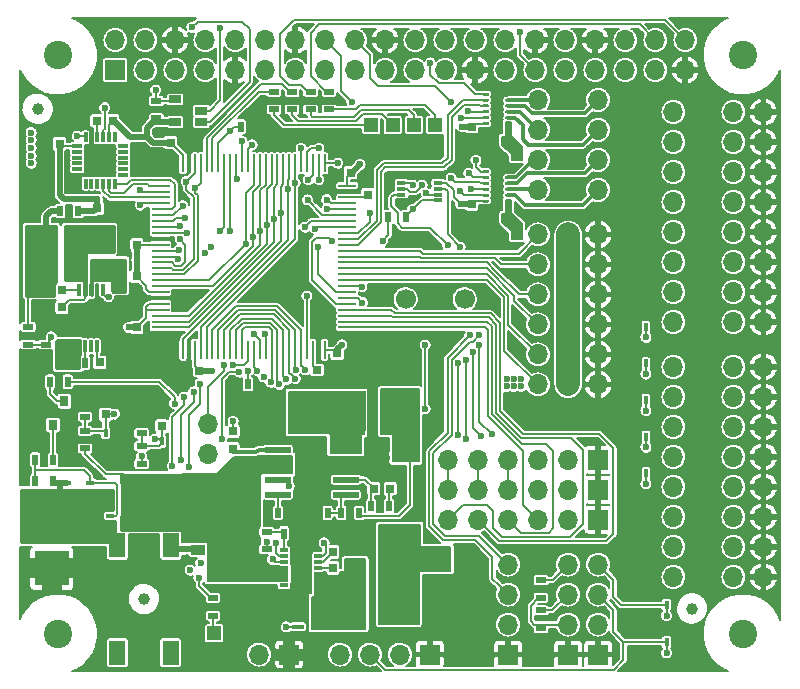
<source format=gtl>
G04 #@! TF.GenerationSoftware,KiCad,Pcbnew,no-vcs-found-9b4eddb~60~ubuntu16.04.1*
G04 #@! TF.CreationDate,2017-10-30T09:22:05+01:00*
G04 #@! TF.ProjectId,Hedgehog,4865646765686F672E6B696361645F70,1.0*
G04 #@! TF.SameCoordinates,PX7270e00PY47868c0*
G04 #@! TF.FileFunction,Copper,L1,Top,Mixed*
G04 #@! TF.FilePolarity,Positive*
%FSLAX46Y46*%
G04 Gerber Fmt 4.6, Leading zero omitted, Abs format (unit mm)*
G04 Created by KiCad (PCBNEW no-vcs-found-9b4eddb~60~ubuntu16.04.1) date Mon Oct 30 09:22:05 2017*
%MOMM*%
%LPD*%
G01*
G04 APERTURE LIST*
%ADD10R,2.200000X0.500000*%
%ADD11R,2.400000X3.100000*%
%ADD12C,0.500000*%
%ADD13C,0.100000*%
%ADD14C,0.900000*%
%ADD15C,0.250000*%
%ADD16C,1.000000*%
%ADD17O,1.700000X1.700000*%
%ADD18R,1.700000X1.700000*%
%ADD19R,1.000000X1.600000*%
%ADD20R,1.700000X3.300000*%
%ADD21R,0.700000X0.300000*%
%ADD22C,0.700000*%
%ADD23R,0.990000X0.405000*%
%ADD24R,1.725000X2.245000*%
%ADD25R,0.760000X0.405000*%
%ADD26R,1.800000X1.340000*%
%ADD27R,0.500000X0.900000*%
%ADD28R,1.300000X1.300000*%
%ADD29R,0.300000X0.850000*%
%ADD30R,0.850000X0.300000*%
%ADD31C,2.400000*%
%ADD32R,0.750000X0.800000*%
%ADD33R,0.800000X0.750000*%
%ADD34R,4.860000X3.360000*%
%ADD35R,1.400000X1.390000*%
%ADD36R,0.980000X3.400000*%
%ADD37R,0.300000X1.020000*%
%ADD38R,1.900000X1.730000*%
%ADD39R,3.000000X3.000000*%
%ADD40C,3.000000*%
%ADD41R,1.200000X1.200000*%
%ADD42R,0.900000X0.500000*%
%ADD43C,1.700000*%
%ADD44R,2.500000X1.000000*%
%ADD45R,0.800000X0.300000*%
%ADD46R,0.800000X0.900000*%
%ADD47R,1.060000X0.650000*%
%ADD48R,0.700000X0.420000*%
%ADD49R,1.550000X2.370000*%
%ADD50R,1.500000X0.280000*%
%ADD51R,0.280000X1.500000*%
%ADD52R,1.200000X0.850000*%
%ADD53R,1.400000X2.100000*%
%ADD54R,1.800000X4.500000*%
%ADD55R,0.710000X0.403000*%
%ADD56R,0.403000X0.710000*%
%ADD57R,1.430000X5.500000*%
%ADD58C,0.600000*%
%ADD59C,0.200000*%
%ADD60C,2.000000*%
%ADD61C,0.300000*%
%ADD62C,1.000000*%
%ADD63C,0.500000*%
%ADD64C,0.254000*%
G04 APERTURE END LIST*
D10*
X22125000Y-36895000D03*
X22125000Y-38165000D03*
X22125000Y-39435000D03*
X22125000Y-40705000D03*
X27875000Y-40705000D03*
X27875000Y-39435000D03*
X27875000Y-38165000D03*
X27875000Y-36895000D03*
D11*
X25000000Y-38800000D03*
D12*
X25650000Y-40100000D03*
X24350000Y-40100000D03*
X24350000Y-38800000D03*
X25650000Y-38800000D03*
X25650000Y-37500000D03*
X24350000Y-37500000D03*
X40700000Y-13850000D03*
X40700000Y-15350000D03*
X40700000Y-14600000D03*
D13*
G36*
X41101293Y-13600260D02*
X41106535Y-13601038D01*
X41111675Y-13602325D01*
X41116665Y-13604111D01*
X41121455Y-13606376D01*
X41126001Y-13609101D01*
X41130257Y-13612257D01*
X41134184Y-13615816D01*
X41137743Y-13619743D01*
X41140899Y-13623999D01*
X41143624Y-13628545D01*
X41145889Y-13633335D01*
X41147675Y-13638325D01*
X41148962Y-13643465D01*
X41149740Y-13648707D01*
X41150000Y-13654000D01*
X41150000Y-15546000D01*
X41149740Y-15551293D01*
X41148962Y-15556535D01*
X41147675Y-15561675D01*
X41145889Y-15566665D01*
X41143624Y-15571455D01*
X41140899Y-15576001D01*
X41137743Y-15580257D01*
X41134184Y-15584184D01*
X41130257Y-15587743D01*
X41126001Y-15590899D01*
X41121455Y-15593624D01*
X41116665Y-15595889D01*
X41111675Y-15597675D01*
X41106535Y-15598962D01*
X41101293Y-15599740D01*
X41096000Y-15600000D01*
X40304000Y-15600000D01*
X40298707Y-15599740D01*
X40293465Y-15598962D01*
X40288325Y-15597675D01*
X40283335Y-15595889D01*
X40278545Y-15593624D01*
X40273999Y-15590899D01*
X40269743Y-15587743D01*
X40265816Y-15584184D01*
X40262257Y-15580257D01*
X40259101Y-15576001D01*
X40256376Y-15571455D01*
X40254111Y-15566665D01*
X40252325Y-15561675D01*
X40251038Y-15556535D01*
X40250260Y-15551293D01*
X40250000Y-15546000D01*
X40250000Y-13654000D01*
X40250260Y-13648707D01*
X40251038Y-13643465D01*
X40252325Y-13638325D01*
X40254111Y-13633335D01*
X40256376Y-13628545D01*
X40259101Y-13623999D01*
X40262257Y-13619743D01*
X40265816Y-13615816D01*
X40269743Y-13612257D01*
X40273999Y-13609101D01*
X40278545Y-13606376D01*
X40283335Y-13604111D01*
X40288325Y-13602325D01*
X40293465Y-13601038D01*
X40298707Y-13600260D01*
X40304000Y-13600000D01*
X41096000Y-13600000D01*
X41101293Y-13600260D01*
X41101293Y-13600260D01*
G37*
D14*
X40700000Y-14600000D03*
D13*
G36*
X39954901Y-15725241D02*
X39959755Y-15725961D01*
X39964514Y-15727153D01*
X39969134Y-15728806D01*
X39973570Y-15730904D01*
X39977779Y-15733427D01*
X39981720Y-15736349D01*
X39985355Y-15739645D01*
X39988651Y-15743280D01*
X39991573Y-15747221D01*
X39994096Y-15751430D01*
X39996194Y-15755866D01*
X39997847Y-15760486D01*
X39999039Y-15765245D01*
X39999759Y-15770099D01*
X40000000Y-15775000D01*
X40000000Y-15925000D01*
X39999759Y-15929901D01*
X39999039Y-15934755D01*
X39997847Y-15939514D01*
X39996194Y-15944134D01*
X39994096Y-15948570D01*
X39991573Y-15952779D01*
X39988651Y-15956720D01*
X39985355Y-15960355D01*
X39981720Y-15963651D01*
X39977779Y-15966573D01*
X39973570Y-15969096D01*
X39969134Y-15971194D01*
X39964514Y-15972847D01*
X39959755Y-15974039D01*
X39954901Y-15974759D01*
X39950000Y-15975000D01*
X39550000Y-15975000D01*
X39545099Y-15974759D01*
X39540245Y-15974039D01*
X39535486Y-15972847D01*
X39530866Y-15971194D01*
X39526430Y-15969096D01*
X39522221Y-15966573D01*
X39518280Y-15963651D01*
X39514645Y-15960355D01*
X39511349Y-15956720D01*
X39508427Y-15952779D01*
X39505904Y-15948570D01*
X39503806Y-15944134D01*
X39502153Y-15939514D01*
X39500961Y-15934755D01*
X39500241Y-15929901D01*
X39500000Y-15925000D01*
X39500000Y-15775000D01*
X39500241Y-15770099D01*
X39500961Y-15765245D01*
X39502153Y-15760486D01*
X39503806Y-15755866D01*
X39505904Y-15751430D01*
X39508427Y-15747221D01*
X39511349Y-15743280D01*
X39514645Y-15739645D01*
X39518280Y-15736349D01*
X39522221Y-15733427D01*
X39526430Y-15730904D01*
X39530866Y-15728806D01*
X39535486Y-15727153D01*
X39540245Y-15725961D01*
X39545099Y-15725241D01*
X39550000Y-15725000D01*
X39950000Y-15725000D01*
X39954901Y-15725241D01*
X39954901Y-15725241D01*
G37*
D15*
X39750000Y-15850000D03*
D13*
G36*
X39954901Y-15225241D02*
X39959755Y-15225961D01*
X39964514Y-15227153D01*
X39969134Y-15228806D01*
X39973570Y-15230904D01*
X39977779Y-15233427D01*
X39981720Y-15236349D01*
X39985355Y-15239645D01*
X39988651Y-15243280D01*
X39991573Y-15247221D01*
X39994096Y-15251430D01*
X39996194Y-15255866D01*
X39997847Y-15260486D01*
X39999039Y-15265245D01*
X39999759Y-15270099D01*
X40000000Y-15275000D01*
X40000000Y-15425000D01*
X39999759Y-15429901D01*
X39999039Y-15434755D01*
X39997847Y-15439514D01*
X39996194Y-15444134D01*
X39994096Y-15448570D01*
X39991573Y-15452779D01*
X39988651Y-15456720D01*
X39985355Y-15460355D01*
X39981720Y-15463651D01*
X39977779Y-15466573D01*
X39973570Y-15469096D01*
X39969134Y-15471194D01*
X39964514Y-15472847D01*
X39959755Y-15474039D01*
X39954901Y-15474759D01*
X39950000Y-15475000D01*
X39550000Y-15475000D01*
X39545099Y-15474759D01*
X39540245Y-15474039D01*
X39535486Y-15472847D01*
X39530866Y-15471194D01*
X39526430Y-15469096D01*
X39522221Y-15466573D01*
X39518280Y-15463651D01*
X39514645Y-15460355D01*
X39511349Y-15456720D01*
X39508427Y-15452779D01*
X39505904Y-15448570D01*
X39503806Y-15444134D01*
X39502153Y-15439514D01*
X39500961Y-15434755D01*
X39500241Y-15429901D01*
X39500000Y-15425000D01*
X39500000Y-15275000D01*
X39500241Y-15270099D01*
X39500961Y-15265245D01*
X39502153Y-15260486D01*
X39503806Y-15255866D01*
X39505904Y-15251430D01*
X39508427Y-15247221D01*
X39511349Y-15243280D01*
X39514645Y-15239645D01*
X39518280Y-15236349D01*
X39522221Y-15233427D01*
X39526430Y-15230904D01*
X39530866Y-15228806D01*
X39535486Y-15227153D01*
X39540245Y-15225961D01*
X39545099Y-15225241D01*
X39550000Y-15225000D01*
X39950000Y-15225000D01*
X39954901Y-15225241D01*
X39954901Y-15225241D01*
G37*
D15*
X39750000Y-15350000D03*
D13*
G36*
X39954901Y-14725241D02*
X39959755Y-14725961D01*
X39964514Y-14727153D01*
X39969134Y-14728806D01*
X39973570Y-14730904D01*
X39977779Y-14733427D01*
X39981720Y-14736349D01*
X39985355Y-14739645D01*
X39988651Y-14743280D01*
X39991573Y-14747221D01*
X39994096Y-14751430D01*
X39996194Y-14755866D01*
X39997847Y-14760486D01*
X39999039Y-14765245D01*
X39999759Y-14770099D01*
X40000000Y-14775000D01*
X40000000Y-14925000D01*
X39999759Y-14929901D01*
X39999039Y-14934755D01*
X39997847Y-14939514D01*
X39996194Y-14944134D01*
X39994096Y-14948570D01*
X39991573Y-14952779D01*
X39988651Y-14956720D01*
X39985355Y-14960355D01*
X39981720Y-14963651D01*
X39977779Y-14966573D01*
X39973570Y-14969096D01*
X39969134Y-14971194D01*
X39964514Y-14972847D01*
X39959755Y-14974039D01*
X39954901Y-14974759D01*
X39950000Y-14975000D01*
X39550000Y-14975000D01*
X39545099Y-14974759D01*
X39540245Y-14974039D01*
X39535486Y-14972847D01*
X39530866Y-14971194D01*
X39526430Y-14969096D01*
X39522221Y-14966573D01*
X39518280Y-14963651D01*
X39514645Y-14960355D01*
X39511349Y-14956720D01*
X39508427Y-14952779D01*
X39505904Y-14948570D01*
X39503806Y-14944134D01*
X39502153Y-14939514D01*
X39500961Y-14934755D01*
X39500241Y-14929901D01*
X39500000Y-14925000D01*
X39500000Y-14775000D01*
X39500241Y-14770099D01*
X39500961Y-14765245D01*
X39502153Y-14760486D01*
X39503806Y-14755866D01*
X39505904Y-14751430D01*
X39508427Y-14747221D01*
X39511349Y-14743280D01*
X39514645Y-14739645D01*
X39518280Y-14736349D01*
X39522221Y-14733427D01*
X39526430Y-14730904D01*
X39530866Y-14728806D01*
X39535486Y-14727153D01*
X39540245Y-14725961D01*
X39545099Y-14725241D01*
X39550000Y-14725000D01*
X39950000Y-14725000D01*
X39954901Y-14725241D01*
X39954901Y-14725241D01*
G37*
D15*
X39750000Y-14850000D03*
D13*
G36*
X39954901Y-14225241D02*
X39959755Y-14225961D01*
X39964514Y-14227153D01*
X39969134Y-14228806D01*
X39973570Y-14230904D01*
X39977779Y-14233427D01*
X39981720Y-14236349D01*
X39985355Y-14239645D01*
X39988651Y-14243280D01*
X39991573Y-14247221D01*
X39994096Y-14251430D01*
X39996194Y-14255866D01*
X39997847Y-14260486D01*
X39999039Y-14265245D01*
X39999759Y-14270099D01*
X40000000Y-14275000D01*
X40000000Y-14425000D01*
X39999759Y-14429901D01*
X39999039Y-14434755D01*
X39997847Y-14439514D01*
X39996194Y-14444134D01*
X39994096Y-14448570D01*
X39991573Y-14452779D01*
X39988651Y-14456720D01*
X39985355Y-14460355D01*
X39981720Y-14463651D01*
X39977779Y-14466573D01*
X39973570Y-14469096D01*
X39969134Y-14471194D01*
X39964514Y-14472847D01*
X39959755Y-14474039D01*
X39954901Y-14474759D01*
X39950000Y-14475000D01*
X39550000Y-14475000D01*
X39545099Y-14474759D01*
X39540245Y-14474039D01*
X39535486Y-14472847D01*
X39530866Y-14471194D01*
X39526430Y-14469096D01*
X39522221Y-14466573D01*
X39518280Y-14463651D01*
X39514645Y-14460355D01*
X39511349Y-14456720D01*
X39508427Y-14452779D01*
X39505904Y-14448570D01*
X39503806Y-14444134D01*
X39502153Y-14439514D01*
X39500961Y-14434755D01*
X39500241Y-14429901D01*
X39500000Y-14425000D01*
X39500000Y-14275000D01*
X39500241Y-14270099D01*
X39500961Y-14265245D01*
X39502153Y-14260486D01*
X39503806Y-14255866D01*
X39505904Y-14251430D01*
X39508427Y-14247221D01*
X39511349Y-14243280D01*
X39514645Y-14239645D01*
X39518280Y-14236349D01*
X39522221Y-14233427D01*
X39526430Y-14230904D01*
X39530866Y-14228806D01*
X39535486Y-14227153D01*
X39540245Y-14225961D01*
X39545099Y-14225241D01*
X39550000Y-14225000D01*
X39950000Y-14225000D01*
X39954901Y-14225241D01*
X39954901Y-14225241D01*
G37*
D15*
X39750000Y-14350000D03*
D13*
G36*
X39954901Y-13725241D02*
X39959755Y-13725961D01*
X39964514Y-13727153D01*
X39969134Y-13728806D01*
X39973570Y-13730904D01*
X39977779Y-13733427D01*
X39981720Y-13736349D01*
X39985355Y-13739645D01*
X39988651Y-13743280D01*
X39991573Y-13747221D01*
X39994096Y-13751430D01*
X39996194Y-13755866D01*
X39997847Y-13760486D01*
X39999039Y-13765245D01*
X39999759Y-13770099D01*
X40000000Y-13775000D01*
X40000000Y-13925000D01*
X39999759Y-13929901D01*
X39999039Y-13934755D01*
X39997847Y-13939514D01*
X39996194Y-13944134D01*
X39994096Y-13948570D01*
X39991573Y-13952779D01*
X39988651Y-13956720D01*
X39985355Y-13960355D01*
X39981720Y-13963651D01*
X39977779Y-13966573D01*
X39973570Y-13969096D01*
X39969134Y-13971194D01*
X39964514Y-13972847D01*
X39959755Y-13974039D01*
X39954901Y-13974759D01*
X39950000Y-13975000D01*
X39550000Y-13975000D01*
X39545099Y-13974759D01*
X39540245Y-13974039D01*
X39535486Y-13972847D01*
X39530866Y-13971194D01*
X39526430Y-13969096D01*
X39522221Y-13966573D01*
X39518280Y-13963651D01*
X39514645Y-13960355D01*
X39511349Y-13956720D01*
X39508427Y-13952779D01*
X39505904Y-13948570D01*
X39503806Y-13944134D01*
X39502153Y-13939514D01*
X39500961Y-13934755D01*
X39500241Y-13929901D01*
X39500000Y-13925000D01*
X39500000Y-13775000D01*
X39500241Y-13770099D01*
X39500961Y-13765245D01*
X39502153Y-13760486D01*
X39503806Y-13755866D01*
X39505904Y-13751430D01*
X39508427Y-13747221D01*
X39511349Y-13743280D01*
X39514645Y-13739645D01*
X39518280Y-13736349D01*
X39522221Y-13733427D01*
X39526430Y-13730904D01*
X39530866Y-13728806D01*
X39535486Y-13727153D01*
X39540245Y-13725961D01*
X39545099Y-13725241D01*
X39550000Y-13725000D01*
X39950000Y-13725000D01*
X39954901Y-13725241D01*
X39954901Y-13725241D01*
G37*
D15*
X39750000Y-13850000D03*
D13*
G36*
X39954901Y-13225241D02*
X39959755Y-13225961D01*
X39964514Y-13227153D01*
X39969134Y-13228806D01*
X39973570Y-13230904D01*
X39977779Y-13233427D01*
X39981720Y-13236349D01*
X39985355Y-13239645D01*
X39988651Y-13243280D01*
X39991573Y-13247221D01*
X39994096Y-13251430D01*
X39996194Y-13255866D01*
X39997847Y-13260486D01*
X39999039Y-13265245D01*
X39999759Y-13270099D01*
X40000000Y-13275000D01*
X40000000Y-13425000D01*
X39999759Y-13429901D01*
X39999039Y-13434755D01*
X39997847Y-13439514D01*
X39996194Y-13444134D01*
X39994096Y-13448570D01*
X39991573Y-13452779D01*
X39988651Y-13456720D01*
X39985355Y-13460355D01*
X39981720Y-13463651D01*
X39977779Y-13466573D01*
X39973570Y-13469096D01*
X39969134Y-13471194D01*
X39964514Y-13472847D01*
X39959755Y-13474039D01*
X39954901Y-13474759D01*
X39950000Y-13475000D01*
X39550000Y-13475000D01*
X39545099Y-13474759D01*
X39540245Y-13474039D01*
X39535486Y-13472847D01*
X39530866Y-13471194D01*
X39526430Y-13469096D01*
X39522221Y-13466573D01*
X39518280Y-13463651D01*
X39514645Y-13460355D01*
X39511349Y-13456720D01*
X39508427Y-13452779D01*
X39505904Y-13448570D01*
X39503806Y-13444134D01*
X39502153Y-13439514D01*
X39500961Y-13434755D01*
X39500241Y-13429901D01*
X39500000Y-13425000D01*
X39500000Y-13275000D01*
X39500241Y-13270099D01*
X39500961Y-13265245D01*
X39502153Y-13260486D01*
X39503806Y-13255866D01*
X39505904Y-13251430D01*
X39508427Y-13247221D01*
X39511349Y-13243280D01*
X39514645Y-13239645D01*
X39518280Y-13236349D01*
X39522221Y-13233427D01*
X39526430Y-13230904D01*
X39530866Y-13228806D01*
X39535486Y-13227153D01*
X39540245Y-13225961D01*
X39545099Y-13225241D01*
X39550000Y-13225000D01*
X39950000Y-13225000D01*
X39954901Y-13225241D01*
X39954901Y-13225241D01*
G37*
D15*
X39750000Y-13350000D03*
D13*
G36*
X41854901Y-13225241D02*
X41859755Y-13225961D01*
X41864514Y-13227153D01*
X41869134Y-13228806D01*
X41873570Y-13230904D01*
X41877779Y-13233427D01*
X41881720Y-13236349D01*
X41885355Y-13239645D01*
X41888651Y-13243280D01*
X41891573Y-13247221D01*
X41894096Y-13251430D01*
X41896194Y-13255866D01*
X41897847Y-13260486D01*
X41899039Y-13265245D01*
X41899759Y-13270099D01*
X41900000Y-13275000D01*
X41900000Y-13425000D01*
X41899759Y-13429901D01*
X41899039Y-13434755D01*
X41897847Y-13439514D01*
X41896194Y-13444134D01*
X41894096Y-13448570D01*
X41891573Y-13452779D01*
X41888651Y-13456720D01*
X41885355Y-13460355D01*
X41881720Y-13463651D01*
X41877779Y-13466573D01*
X41873570Y-13469096D01*
X41869134Y-13471194D01*
X41864514Y-13472847D01*
X41859755Y-13474039D01*
X41854901Y-13474759D01*
X41850000Y-13475000D01*
X41450000Y-13475000D01*
X41445099Y-13474759D01*
X41440245Y-13474039D01*
X41435486Y-13472847D01*
X41430866Y-13471194D01*
X41426430Y-13469096D01*
X41422221Y-13466573D01*
X41418280Y-13463651D01*
X41414645Y-13460355D01*
X41411349Y-13456720D01*
X41408427Y-13452779D01*
X41405904Y-13448570D01*
X41403806Y-13444134D01*
X41402153Y-13439514D01*
X41400961Y-13434755D01*
X41400241Y-13429901D01*
X41400000Y-13425000D01*
X41400000Y-13275000D01*
X41400241Y-13270099D01*
X41400961Y-13265245D01*
X41402153Y-13260486D01*
X41403806Y-13255866D01*
X41405904Y-13251430D01*
X41408427Y-13247221D01*
X41411349Y-13243280D01*
X41414645Y-13239645D01*
X41418280Y-13236349D01*
X41422221Y-13233427D01*
X41426430Y-13230904D01*
X41430866Y-13228806D01*
X41435486Y-13227153D01*
X41440245Y-13225961D01*
X41445099Y-13225241D01*
X41450000Y-13225000D01*
X41850000Y-13225000D01*
X41854901Y-13225241D01*
X41854901Y-13225241D01*
G37*
D15*
X41650000Y-13350000D03*
D13*
G36*
X41854901Y-13725241D02*
X41859755Y-13725961D01*
X41864514Y-13727153D01*
X41869134Y-13728806D01*
X41873570Y-13730904D01*
X41877779Y-13733427D01*
X41881720Y-13736349D01*
X41885355Y-13739645D01*
X41888651Y-13743280D01*
X41891573Y-13747221D01*
X41894096Y-13751430D01*
X41896194Y-13755866D01*
X41897847Y-13760486D01*
X41899039Y-13765245D01*
X41899759Y-13770099D01*
X41900000Y-13775000D01*
X41900000Y-13925000D01*
X41899759Y-13929901D01*
X41899039Y-13934755D01*
X41897847Y-13939514D01*
X41896194Y-13944134D01*
X41894096Y-13948570D01*
X41891573Y-13952779D01*
X41888651Y-13956720D01*
X41885355Y-13960355D01*
X41881720Y-13963651D01*
X41877779Y-13966573D01*
X41873570Y-13969096D01*
X41869134Y-13971194D01*
X41864514Y-13972847D01*
X41859755Y-13974039D01*
X41854901Y-13974759D01*
X41850000Y-13975000D01*
X41450000Y-13975000D01*
X41445099Y-13974759D01*
X41440245Y-13974039D01*
X41435486Y-13972847D01*
X41430866Y-13971194D01*
X41426430Y-13969096D01*
X41422221Y-13966573D01*
X41418280Y-13963651D01*
X41414645Y-13960355D01*
X41411349Y-13956720D01*
X41408427Y-13952779D01*
X41405904Y-13948570D01*
X41403806Y-13944134D01*
X41402153Y-13939514D01*
X41400961Y-13934755D01*
X41400241Y-13929901D01*
X41400000Y-13925000D01*
X41400000Y-13775000D01*
X41400241Y-13770099D01*
X41400961Y-13765245D01*
X41402153Y-13760486D01*
X41403806Y-13755866D01*
X41405904Y-13751430D01*
X41408427Y-13747221D01*
X41411349Y-13743280D01*
X41414645Y-13739645D01*
X41418280Y-13736349D01*
X41422221Y-13733427D01*
X41426430Y-13730904D01*
X41430866Y-13728806D01*
X41435486Y-13727153D01*
X41440245Y-13725961D01*
X41445099Y-13725241D01*
X41450000Y-13725000D01*
X41850000Y-13725000D01*
X41854901Y-13725241D01*
X41854901Y-13725241D01*
G37*
D15*
X41650000Y-13850000D03*
D13*
G36*
X41854901Y-14225241D02*
X41859755Y-14225961D01*
X41864514Y-14227153D01*
X41869134Y-14228806D01*
X41873570Y-14230904D01*
X41877779Y-14233427D01*
X41881720Y-14236349D01*
X41885355Y-14239645D01*
X41888651Y-14243280D01*
X41891573Y-14247221D01*
X41894096Y-14251430D01*
X41896194Y-14255866D01*
X41897847Y-14260486D01*
X41899039Y-14265245D01*
X41899759Y-14270099D01*
X41900000Y-14275000D01*
X41900000Y-14425000D01*
X41899759Y-14429901D01*
X41899039Y-14434755D01*
X41897847Y-14439514D01*
X41896194Y-14444134D01*
X41894096Y-14448570D01*
X41891573Y-14452779D01*
X41888651Y-14456720D01*
X41885355Y-14460355D01*
X41881720Y-14463651D01*
X41877779Y-14466573D01*
X41873570Y-14469096D01*
X41869134Y-14471194D01*
X41864514Y-14472847D01*
X41859755Y-14474039D01*
X41854901Y-14474759D01*
X41850000Y-14475000D01*
X41450000Y-14475000D01*
X41445099Y-14474759D01*
X41440245Y-14474039D01*
X41435486Y-14472847D01*
X41430866Y-14471194D01*
X41426430Y-14469096D01*
X41422221Y-14466573D01*
X41418280Y-14463651D01*
X41414645Y-14460355D01*
X41411349Y-14456720D01*
X41408427Y-14452779D01*
X41405904Y-14448570D01*
X41403806Y-14444134D01*
X41402153Y-14439514D01*
X41400961Y-14434755D01*
X41400241Y-14429901D01*
X41400000Y-14425000D01*
X41400000Y-14275000D01*
X41400241Y-14270099D01*
X41400961Y-14265245D01*
X41402153Y-14260486D01*
X41403806Y-14255866D01*
X41405904Y-14251430D01*
X41408427Y-14247221D01*
X41411349Y-14243280D01*
X41414645Y-14239645D01*
X41418280Y-14236349D01*
X41422221Y-14233427D01*
X41426430Y-14230904D01*
X41430866Y-14228806D01*
X41435486Y-14227153D01*
X41440245Y-14225961D01*
X41445099Y-14225241D01*
X41450000Y-14225000D01*
X41850000Y-14225000D01*
X41854901Y-14225241D01*
X41854901Y-14225241D01*
G37*
D15*
X41650000Y-14350000D03*
D13*
G36*
X41854901Y-14725241D02*
X41859755Y-14725961D01*
X41864514Y-14727153D01*
X41869134Y-14728806D01*
X41873570Y-14730904D01*
X41877779Y-14733427D01*
X41881720Y-14736349D01*
X41885355Y-14739645D01*
X41888651Y-14743280D01*
X41891573Y-14747221D01*
X41894096Y-14751430D01*
X41896194Y-14755866D01*
X41897847Y-14760486D01*
X41899039Y-14765245D01*
X41899759Y-14770099D01*
X41900000Y-14775000D01*
X41900000Y-14925000D01*
X41899759Y-14929901D01*
X41899039Y-14934755D01*
X41897847Y-14939514D01*
X41896194Y-14944134D01*
X41894096Y-14948570D01*
X41891573Y-14952779D01*
X41888651Y-14956720D01*
X41885355Y-14960355D01*
X41881720Y-14963651D01*
X41877779Y-14966573D01*
X41873570Y-14969096D01*
X41869134Y-14971194D01*
X41864514Y-14972847D01*
X41859755Y-14974039D01*
X41854901Y-14974759D01*
X41850000Y-14975000D01*
X41450000Y-14975000D01*
X41445099Y-14974759D01*
X41440245Y-14974039D01*
X41435486Y-14972847D01*
X41430866Y-14971194D01*
X41426430Y-14969096D01*
X41422221Y-14966573D01*
X41418280Y-14963651D01*
X41414645Y-14960355D01*
X41411349Y-14956720D01*
X41408427Y-14952779D01*
X41405904Y-14948570D01*
X41403806Y-14944134D01*
X41402153Y-14939514D01*
X41400961Y-14934755D01*
X41400241Y-14929901D01*
X41400000Y-14925000D01*
X41400000Y-14775000D01*
X41400241Y-14770099D01*
X41400961Y-14765245D01*
X41402153Y-14760486D01*
X41403806Y-14755866D01*
X41405904Y-14751430D01*
X41408427Y-14747221D01*
X41411349Y-14743280D01*
X41414645Y-14739645D01*
X41418280Y-14736349D01*
X41422221Y-14733427D01*
X41426430Y-14730904D01*
X41430866Y-14728806D01*
X41435486Y-14727153D01*
X41440245Y-14725961D01*
X41445099Y-14725241D01*
X41450000Y-14725000D01*
X41850000Y-14725000D01*
X41854901Y-14725241D01*
X41854901Y-14725241D01*
G37*
D15*
X41650000Y-14850000D03*
D13*
G36*
X41854901Y-15225241D02*
X41859755Y-15225961D01*
X41864514Y-15227153D01*
X41869134Y-15228806D01*
X41873570Y-15230904D01*
X41877779Y-15233427D01*
X41881720Y-15236349D01*
X41885355Y-15239645D01*
X41888651Y-15243280D01*
X41891573Y-15247221D01*
X41894096Y-15251430D01*
X41896194Y-15255866D01*
X41897847Y-15260486D01*
X41899039Y-15265245D01*
X41899759Y-15270099D01*
X41900000Y-15275000D01*
X41900000Y-15425000D01*
X41899759Y-15429901D01*
X41899039Y-15434755D01*
X41897847Y-15439514D01*
X41896194Y-15444134D01*
X41894096Y-15448570D01*
X41891573Y-15452779D01*
X41888651Y-15456720D01*
X41885355Y-15460355D01*
X41881720Y-15463651D01*
X41877779Y-15466573D01*
X41873570Y-15469096D01*
X41869134Y-15471194D01*
X41864514Y-15472847D01*
X41859755Y-15474039D01*
X41854901Y-15474759D01*
X41850000Y-15475000D01*
X41450000Y-15475000D01*
X41445099Y-15474759D01*
X41440245Y-15474039D01*
X41435486Y-15472847D01*
X41430866Y-15471194D01*
X41426430Y-15469096D01*
X41422221Y-15466573D01*
X41418280Y-15463651D01*
X41414645Y-15460355D01*
X41411349Y-15456720D01*
X41408427Y-15452779D01*
X41405904Y-15448570D01*
X41403806Y-15444134D01*
X41402153Y-15439514D01*
X41400961Y-15434755D01*
X41400241Y-15429901D01*
X41400000Y-15425000D01*
X41400000Y-15275000D01*
X41400241Y-15270099D01*
X41400961Y-15265245D01*
X41402153Y-15260486D01*
X41403806Y-15255866D01*
X41405904Y-15251430D01*
X41408427Y-15247221D01*
X41411349Y-15243280D01*
X41414645Y-15239645D01*
X41418280Y-15236349D01*
X41422221Y-15233427D01*
X41426430Y-15230904D01*
X41430866Y-15228806D01*
X41435486Y-15227153D01*
X41440245Y-15225961D01*
X41445099Y-15225241D01*
X41450000Y-15225000D01*
X41850000Y-15225000D01*
X41854901Y-15225241D01*
X41854901Y-15225241D01*
G37*
D15*
X41650000Y-15350000D03*
D13*
G36*
X41854901Y-15725241D02*
X41859755Y-15725961D01*
X41864514Y-15727153D01*
X41869134Y-15728806D01*
X41873570Y-15730904D01*
X41877779Y-15733427D01*
X41881720Y-15736349D01*
X41885355Y-15739645D01*
X41888651Y-15743280D01*
X41891573Y-15747221D01*
X41894096Y-15751430D01*
X41896194Y-15755866D01*
X41897847Y-15760486D01*
X41899039Y-15765245D01*
X41899759Y-15770099D01*
X41900000Y-15775000D01*
X41900000Y-15925000D01*
X41899759Y-15929901D01*
X41899039Y-15934755D01*
X41897847Y-15939514D01*
X41896194Y-15944134D01*
X41894096Y-15948570D01*
X41891573Y-15952779D01*
X41888651Y-15956720D01*
X41885355Y-15960355D01*
X41881720Y-15963651D01*
X41877779Y-15966573D01*
X41873570Y-15969096D01*
X41869134Y-15971194D01*
X41864514Y-15972847D01*
X41859755Y-15974039D01*
X41854901Y-15974759D01*
X41850000Y-15975000D01*
X41450000Y-15975000D01*
X41445099Y-15974759D01*
X41440245Y-15974039D01*
X41435486Y-15972847D01*
X41430866Y-15971194D01*
X41426430Y-15969096D01*
X41422221Y-15966573D01*
X41418280Y-15963651D01*
X41414645Y-15960355D01*
X41411349Y-15956720D01*
X41408427Y-15952779D01*
X41405904Y-15948570D01*
X41403806Y-15944134D01*
X41402153Y-15939514D01*
X41400961Y-15934755D01*
X41400241Y-15929901D01*
X41400000Y-15925000D01*
X41400000Y-15775000D01*
X41400241Y-15770099D01*
X41400961Y-15765245D01*
X41402153Y-15760486D01*
X41403806Y-15755866D01*
X41405904Y-15751430D01*
X41408427Y-15747221D01*
X41411349Y-15743280D01*
X41414645Y-15739645D01*
X41418280Y-15736349D01*
X41422221Y-15733427D01*
X41426430Y-15730904D01*
X41430866Y-15728806D01*
X41435486Y-15727153D01*
X41440245Y-15725961D01*
X41445099Y-15725241D01*
X41450000Y-15725000D01*
X41850000Y-15725000D01*
X41854901Y-15725241D01*
X41854901Y-15725241D01*
G37*
D15*
X41650000Y-15850000D03*
D12*
X40700000Y-7300000D03*
X40700000Y-8800000D03*
X40700000Y-8050000D03*
D13*
G36*
X41101293Y-7050260D02*
X41106535Y-7051038D01*
X41111675Y-7052325D01*
X41116665Y-7054111D01*
X41121455Y-7056376D01*
X41126001Y-7059101D01*
X41130257Y-7062257D01*
X41134184Y-7065816D01*
X41137743Y-7069743D01*
X41140899Y-7073999D01*
X41143624Y-7078545D01*
X41145889Y-7083335D01*
X41147675Y-7088325D01*
X41148962Y-7093465D01*
X41149740Y-7098707D01*
X41150000Y-7104000D01*
X41150000Y-8996000D01*
X41149740Y-9001293D01*
X41148962Y-9006535D01*
X41147675Y-9011675D01*
X41145889Y-9016665D01*
X41143624Y-9021455D01*
X41140899Y-9026001D01*
X41137743Y-9030257D01*
X41134184Y-9034184D01*
X41130257Y-9037743D01*
X41126001Y-9040899D01*
X41121455Y-9043624D01*
X41116665Y-9045889D01*
X41111675Y-9047675D01*
X41106535Y-9048962D01*
X41101293Y-9049740D01*
X41096000Y-9050000D01*
X40304000Y-9050000D01*
X40298707Y-9049740D01*
X40293465Y-9048962D01*
X40288325Y-9047675D01*
X40283335Y-9045889D01*
X40278545Y-9043624D01*
X40273999Y-9040899D01*
X40269743Y-9037743D01*
X40265816Y-9034184D01*
X40262257Y-9030257D01*
X40259101Y-9026001D01*
X40256376Y-9021455D01*
X40254111Y-9016665D01*
X40252325Y-9011675D01*
X40251038Y-9006535D01*
X40250260Y-9001293D01*
X40250000Y-8996000D01*
X40250000Y-7104000D01*
X40250260Y-7098707D01*
X40251038Y-7093465D01*
X40252325Y-7088325D01*
X40254111Y-7083335D01*
X40256376Y-7078545D01*
X40259101Y-7073999D01*
X40262257Y-7069743D01*
X40265816Y-7065816D01*
X40269743Y-7062257D01*
X40273999Y-7059101D01*
X40278545Y-7056376D01*
X40283335Y-7054111D01*
X40288325Y-7052325D01*
X40293465Y-7051038D01*
X40298707Y-7050260D01*
X40304000Y-7050000D01*
X41096000Y-7050000D01*
X41101293Y-7050260D01*
X41101293Y-7050260D01*
G37*
D14*
X40700000Y-8050000D03*
D13*
G36*
X39954901Y-9175241D02*
X39959755Y-9175961D01*
X39964514Y-9177153D01*
X39969134Y-9178806D01*
X39973570Y-9180904D01*
X39977779Y-9183427D01*
X39981720Y-9186349D01*
X39985355Y-9189645D01*
X39988651Y-9193280D01*
X39991573Y-9197221D01*
X39994096Y-9201430D01*
X39996194Y-9205866D01*
X39997847Y-9210486D01*
X39999039Y-9215245D01*
X39999759Y-9220099D01*
X40000000Y-9225000D01*
X40000000Y-9375000D01*
X39999759Y-9379901D01*
X39999039Y-9384755D01*
X39997847Y-9389514D01*
X39996194Y-9394134D01*
X39994096Y-9398570D01*
X39991573Y-9402779D01*
X39988651Y-9406720D01*
X39985355Y-9410355D01*
X39981720Y-9413651D01*
X39977779Y-9416573D01*
X39973570Y-9419096D01*
X39969134Y-9421194D01*
X39964514Y-9422847D01*
X39959755Y-9424039D01*
X39954901Y-9424759D01*
X39950000Y-9425000D01*
X39550000Y-9425000D01*
X39545099Y-9424759D01*
X39540245Y-9424039D01*
X39535486Y-9422847D01*
X39530866Y-9421194D01*
X39526430Y-9419096D01*
X39522221Y-9416573D01*
X39518280Y-9413651D01*
X39514645Y-9410355D01*
X39511349Y-9406720D01*
X39508427Y-9402779D01*
X39505904Y-9398570D01*
X39503806Y-9394134D01*
X39502153Y-9389514D01*
X39500961Y-9384755D01*
X39500241Y-9379901D01*
X39500000Y-9375000D01*
X39500000Y-9225000D01*
X39500241Y-9220099D01*
X39500961Y-9215245D01*
X39502153Y-9210486D01*
X39503806Y-9205866D01*
X39505904Y-9201430D01*
X39508427Y-9197221D01*
X39511349Y-9193280D01*
X39514645Y-9189645D01*
X39518280Y-9186349D01*
X39522221Y-9183427D01*
X39526430Y-9180904D01*
X39530866Y-9178806D01*
X39535486Y-9177153D01*
X39540245Y-9175961D01*
X39545099Y-9175241D01*
X39550000Y-9175000D01*
X39950000Y-9175000D01*
X39954901Y-9175241D01*
X39954901Y-9175241D01*
G37*
D15*
X39750000Y-9300000D03*
D13*
G36*
X39954901Y-8675241D02*
X39959755Y-8675961D01*
X39964514Y-8677153D01*
X39969134Y-8678806D01*
X39973570Y-8680904D01*
X39977779Y-8683427D01*
X39981720Y-8686349D01*
X39985355Y-8689645D01*
X39988651Y-8693280D01*
X39991573Y-8697221D01*
X39994096Y-8701430D01*
X39996194Y-8705866D01*
X39997847Y-8710486D01*
X39999039Y-8715245D01*
X39999759Y-8720099D01*
X40000000Y-8725000D01*
X40000000Y-8875000D01*
X39999759Y-8879901D01*
X39999039Y-8884755D01*
X39997847Y-8889514D01*
X39996194Y-8894134D01*
X39994096Y-8898570D01*
X39991573Y-8902779D01*
X39988651Y-8906720D01*
X39985355Y-8910355D01*
X39981720Y-8913651D01*
X39977779Y-8916573D01*
X39973570Y-8919096D01*
X39969134Y-8921194D01*
X39964514Y-8922847D01*
X39959755Y-8924039D01*
X39954901Y-8924759D01*
X39950000Y-8925000D01*
X39550000Y-8925000D01*
X39545099Y-8924759D01*
X39540245Y-8924039D01*
X39535486Y-8922847D01*
X39530866Y-8921194D01*
X39526430Y-8919096D01*
X39522221Y-8916573D01*
X39518280Y-8913651D01*
X39514645Y-8910355D01*
X39511349Y-8906720D01*
X39508427Y-8902779D01*
X39505904Y-8898570D01*
X39503806Y-8894134D01*
X39502153Y-8889514D01*
X39500961Y-8884755D01*
X39500241Y-8879901D01*
X39500000Y-8875000D01*
X39500000Y-8725000D01*
X39500241Y-8720099D01*
X39500961Y-8715245D01*
X39502153Y-8710486D01*
X39503806Y-8705866D01*
X39505904Y-8701430D01*
X39508427Y-8697221D01*
X39511349Y-8693280D01*
X39514645Y-8689645D01*
X39518280Y-8686349D01*
X39522221Y-8683427D01*
X39526430Y-8680904D01*
X39530866Y-8678806D01*
X39535486Y-8677153D01*
X39540245Y-8675961D01*
X39545099Y-8675241D01*
X39550000Y-8675000D01*
X39950000Y-8675000D01*
X39954901Y-8675241D01*
X39954901Y-8675241D01*
G37*
D15*
X39750000Y-8800000D03*
D13*
G36*
X39954901Y-8175241D02*
X39959755Y-8175961D01*
X39964514Y-8177153D01*
X39969134Y-8178806D01*
X39973570Y-8180904D01*
X39977779Y-8183427D01*
X39981720Y-8186349D01*
X39985355Y-8189645D01*
X39988651Y-8193280D01*
X39991573Y-8197221D01*
X39994096Y-8201430D01*
X39996194Y-8205866D01*
X39997847Y-8210486D01*
X39999039Y-8215245D01*
X39999759Y-8220099D01*
X40000000Y-8225000D01*
X40000000Y-8375000D01*
X39999759Y-8379901D01*
X39999039Y-8384755D01*
X39997847Y-8389514D01*
X39996194Y-8394134D01*
X39994096Y-8398570D01*
X39991573Y-8402779D01*
X39988651Y-8406720D01*
X39985355Y-8410355D01*
X39981720Y-8413651D01*
X39977779Y-8416573D01*
X39973570Y-8419096D01*
X39969134Y-8421194D01*
X39964514Y-8422847D01*
X39959755Y-8424039D01*
X39954901Y-8424759D01*
X39950000Y-8425000D01*
X39550000Y-8425000D01*
X39545099Y-8424759D01*
X39540245Y-8424039D01*
X39535486Y-8422847D01*
X39530866Y-8421194D01*
X39526430Y-8419096D01*
X39522221Y-8416573D01*
X39518280Y-8413651D01*
X39514645Y-8410355D01*
X39511349Y-8406720D01*
X39508427Y-8402779D01*
X39505904Y-8398570D01*
X39503806Y-8394134D01*
X39502153Y-8389514D01*
X39500961Y-8384755D01*
X39500241Y-8379901D01*
X39500000Y-8375000D01*
X39500000Y-8225000D01*
X39500241Y-8220099D01*
X39500961Y-8215245D01*
X39502153Y-8210486D01*
X39503806Y-8205866D01*
X39505904Y-8201430D01*
X39508427Y-8197221D01*
X39511349Y-8193280D01*
X39514645Y-8189645D01*
X39518280Y-8186349D01*
X39522221Y-8183427D01*
X39526430Y-8180904D01*
X39530866Y-8178806D01*
X39535486Y-8177153D01*
X39540245Y-8175961D01*
X39545099Y-8175241D01*
X39550000Y-8175000D01*
X39950000Y-8175000D01*
X39954901Y-8175241D01*
X39954901Y-8175241D01*
G37*
D15*
X39750000Y-8300000D03*
D13*
G36*
X39954901Y-7675241D02*
X39959755Y-7675961D01*
X39964514Y-7677153D01*
X39969134Y-7678806D01*
X39973570Y-7680904D01*
X39977779Y-7683427D01*
X39981720Y-7686349D01*
X39985355Y-7689645D01*
X39988651Y-7693280D01*
X39991573Y-7697221D01*
X39994096Y-7701430D01*
X39996194Y-7705866D01*
X39997847Y-7710486D01*
X39999039Y-7715245D01*
X39999759Y-7720099D01*
X40000000Y-7725000D01*
X40000000Y-7875000D01*
X39999759Y-7879901D01*
X39999039Y-7884755D01*
X39997847Y-7889514D01*
X39996194Y-7894134D01*
X39994096Y-7898570D01*
X39991573Y-7902779D01*
X39988651Y-7906720D01*
X39985355Y-7910355D01*
X39981720Y-7913651D01*
X39977779Y-7916573D01*
X39973570Y-7919096D01*
X39969134Y-7921194D01*
X39964514Y-7922847D01*
X39959755Y-7924039D01*
X39954901Y-7924759D01*
X39950000Y-7925000D01*
X39550000Y-7925000D01*
X39545099Y-7924759D01*
X39540245Y-7924039D01*
X39535486Y-7922847D01*
X39530866Y-7921194D01*
X39526430Y-7919096D01*
X39522221Y-7916573D01*
X39518280Y-7913651D01*
X39514645Y-7910355D01*
X39511349Y-7906720D01*
X39508427Y-7902779D01*
X39505904Y-7898570D01*
X39503806Y-7894134D01*
X39502153Y-7889514D01*
X39500961Y-7884755D01*
X39500241Y-7879901D01*
X39500000Y-7875000D01*
X39500000Y-7725000D01*
X39500241Y-7720099D01*
X39500961Y-7715245D01*
X39502153Y-7710486D01*
X39503806Y-7705866D01*
X39505904Y-7701430D01*
X39508427Y-7697221D01*
X39511349Y-7693280D01*
X39514645Y-7689645D01*
X39518280Y-7686349D01*
X39522221Y-7683427D01*
X39526430Y-7680904D01*
X39530866Y-7678806D01*
X39535486Y-7677153D01*
X39540245Y-7675961D01*
X39545099Y-7675241D01*
X39550000Y-7675000D01*
X39950000Y-7675000D01*
X39954901Y-7675241D01*
X39954901Y-7675241D01*
G37*
D15*
X39750000Y-7800000D03*
D13*
G36*
X39954901Y-7175241D02*
X39959755Y-7175961D01*
X39964514Y-7177153D01*
X39969134Y-7178806D01*
X39973570Y-7180904D01*
X39977779Y-7183427D01*
X39981720Y-7186349D01*
X39985355Y-7189645D01*
X39988651Y-7193280D01*
X39991573Y-7197221D01*
X39994096Y-7201430D01*
X39996194Y-7205866D01*
X39997847Y-7210486D01*
X39999039Y-7215245D01*
X39999759Y-7220099D01*
X40000000Y-7225000D01*
X40000000Y-7375000D01*
X39999759Y-7379901D01*
X39999039Y-7384755D01*
X39997847Y-7389514D01*
X39996194Y-7394134D01*
X39994096Y-7398570D01*
X39991573Y-7402779D01*
X39988651Y-7406720D01*
X39985355Y-7410355D01*
X39981720Y-7413651D01*
X39977779Y-7416573D01*
X39973570Y-7419096D01*
X39969134Y-7421194D01*
X39964514Y-7422847D01*
X39959755Y-7424039D01*
X39954901Y-7424759D01*
X39950000Y-7425000D01*
X39550000Y-7425000D01*
X39545099Y-7424759D01*
X39540245Y-7424039D01*
X39535486Y-7422847D01*
X39530866Y-7421194D01*
X39526430Y-7419096D01*
X39522221Y-7416573D01*
X39518280Y-7413651D01*
X39514645Y-7410355D01*
X39511349Y-7406720D01*
X39508427Y-7402779D01*
X39505904Y-7398570D01*
X39503806Y-7394134D01*
X39502153Y-7389514D01*
X39500961Y-7384755D01*
X39500241Y-7379901D01*
X39500000Y-7375000D01*
X39500000Y-7225000D01*
X39500241Y-7220099D01*
X39500961Y-7215245D01*
X39502153Y-7210486D01*
X39503806Y-7205866D01*
X39505904Y-7201430D01*
X39508427Y-7197221D01*
X39511349Y-7193280D01*
X39514645Y-7189645D01*
X39518280Y-7186349D01*
X39522221Y-7183427D01*
X39526430Y-7180904D01*
X39530866Y-7178806D01*
X39535486Y-7177153D01*
X39540245Y-7175961D01*
X39545099Y-7175241D01*
X39550000Y-7175000D01*
X39950000Y-7175000D01*
X39954901Y-7175241D01*
X39954901Y-7175241D01*
G37*
D15*
X39750000Y-7300000D03*
D13*
G36*
X39954901Y-6675241D02*
X39959755Y-6675961D01*
X39964514Y-6677153D01*
X39969134Y-6678806D01*
X39973570Y-6680904D01*
X39977779Y-6683427D01*
X39981720Y-6686349D01*
X39985355Y-6689645D01*
X39988651Y-6693280D01*
X39991573Y-6697221D01*
X39994096Y-6701430D01*
X39996194Y-6705866D01*
X39997847Y-6710486D01*
X39999039Y-6715245D01*
X39999759Y-6720099D01*
X40000000Y-6725000D01*
X40000000Y-6875000D01*
X39999759Y-6879901D01*
X39999039Y-6884755D01*
X39997847Y-6889514D01*
X39996194Y-6894134D01*
X39994096Y-6898570D01*
X39991573Y-6902779D01*
X39988651Y-6906720D01*
X39985355Y-6910355D01*
X39981720Y-6913651D01*
X39977779Y-6916573D01*
X39973570Y-6919096D01*
X39969134Y-6921194D01*
X39964514Y-6922847D01*
X39959755Y-6924039D01*
X39954901Y-6924759D01*
X39950000Y-6925000D01*
X39550000Y-6925000D01*
X39545099Y-6924759D01*
X39540245Y-6924039D01*
X39535486Y-6922847D01*
X39530866Y-6921194D01*
X39526430Y-6919096D01*
X39522221Y-6916573D01*
X39518280Y-6913651D01*
X39514645Y-6910355D01*
X39511349Y-6906720D01*
X39508427Y-6902779D01*
X39505904Y-6898570D01*
X39503806Y-6894134D01*
X39502153Y-6889514D01*
X39500961Y-6884755D01*
X39500241Y-6879901D01*
X39500000Y-6875000D01*
X39500000Y-6725000D01*
X39500241Y-6720099D01*
X39500961Y-6715245D01*
X39502153Y-6710486D01*
X39503806Y-6705866D01*
X39505904Y-6701430D01*
X39508427Y-6697221D01*
X39511349Y-6693280D01*
X39514645Y-6689645D01*
X39518280Y-6686349D01*
X39522221Y-6683427D01*
X39526430Y-6680904D01*
X39530866Y-6678806D01*
X39535486Y-6677153D01*
X39540245Y-6675961D01*
X39545099Y-6675241D01*
X39550000Y-6675000D01*
X39950000Y-6675000D01*
X39954901Y-6675241D01*
X39954901Y-6675241D01*
G37*
D15*
X39750000Y-6800000D03*
D13*
G36*
X41854901Y-6675241D02*
X41859755Y-6675961D01*
X41864514Y-6677153D01*
X41869134Y-6678806D01*
X41873570Y-6680904D01*
X41877779Y-6683427D01*
X41881720Y-6686349D01*
X41885355Y-6689645D01*
X41888651Y-6693280D01*
X41891573Y-6697221D01*
X41894096Y-6701430D01*
X41896194Y-6705866D01*
X41897847Y-6710486D01*
X41899039Y-6715245D01*
X41899759Y-6720099D01*
X41900000Y-6725000D01*
X41900000Y-6875000D01*
X41899759Y-6879901D01*
X41899039Y-6884755D01*
X41897847Y-6889514D01*
X41896194Y-6894134D01*
X41894096Y-6898570D01*
X41891573Y-6902779D01*
X41888651Y-6906720D01*
X41885355Y-6910355D01*
X41881720Y-6913651D01*
X41877779Y-6916573D01*
X41873570Y-6919096D01*
X41869134Y-6921194D01*
X41864514Y-6922847D01*
X41859755Y-6924039D01*
X41854901Y-6924759D01*
X41850000Y-6925000D01*
X41450000Y-6925000D01*
X41445099Y-6924759D01*
X41440245Y-6924039D01*
X41435486Y-6922847D01*
X41430866Y-6921194D01*
X41426430Y-6919096D01*
X41422221Y-6916573D01*
X41418280Y-6913651D01*
X41414645Y-6910355D01*
X41411349Y-6906720D01*
X41408427Y-6902779D01*
X41405904Y-6898570D01*
X41403806Y-6894134D01*
X41402153Y-6889514D01*
X41400961Y-6884755D01*
X41400241Y-6879901D01*
X41400000Y-6875000D01*
X41400000Y-6725000D01*
X41400241Y-6720099D01*
X41400961Y-6715245D01*
X41402153Y-6710486D01*
X41403806Y-6705866D01*
X41405904Y-6701430D01*
X41408427Y-6697221D01*
X41411349Y-6693280D01*
X41414645Y-6689645D01*
X41418280Y-6686349D01*
X41422221Y-6683427D01*
X41426430Y-6680904D01*
X41430866Y-6678806D01*
X41435486Y-6677153D01*
X41440245Y-6675961D01*
X41445099Y-6675241D01*
X41450000Y-6675000D01*
X41850000Y-6675000D01*
X41854901Y-6675241D01*
X41854901Y-6675241D01*
G37*
D15*
X41650000Y-6800000D03*
D13*
G36*
X41854901Y-7175241D02*
X41859755Y-7175961D01*
X41864514Y-7177153D01*
X41869134Y-7178806D01*
X41873570Y-7180904D01*
X41877779Y-7183427D01*
X41881720Y-7186349D01*
X41885355Y-7189645D01*
X41888651Y-7193280D01*
X41891573Y-7197221D01*
X41894096Y-7201430D01*
X41896194Y-7205866D01*
X41897847Y-7210486D01*
X41899039Y-7215245D01*
X41899759Y-7220099D01*
X41900000Y-7225000D01*
X41900000Y-7375000D01*
X41899759Y-7379901D01*
X41899039Y-7384755D01*
X41897847Y-7389514D01*
X41896194Y-7394134D01*
X41894096Y-7398570D01*
X41891573Y-7402779D01*
X41888651Y-7406720D01*
X41885355Y-7410355D01*
X41881720Y-7413651D01*
X41877779Y-7416573D01*
X41873570Y-7419096D01*
X41869134Y-7421194D01*
X41864514Y-7422847D01*
X41859755Y-7424039D01*
X41854901Y-7424759D01*
X41850000Y-7425000D01*
X41450000Y-7425000D01*
X41445099Y-7424759D01*
X41440245Y-7424039D01*
X41435486Y-7422847D01*
X41430866Y-7421194D01*
X41426430Y-7419096D01*
X41422221Y-7416573D01*
X41418280Y-7413651D01*
X41414645Y-7410355D01*
X41411349Y-7406720D01*
X41408427Y-7402779D01*
X41405904Y-7398570D01*
X41403806Y-7394134D01*
X41402153Y-7389514D01*
X41400961Y-7384755D01*
X41400241Y-7379901D01*
X41400000Y-7375000D01*
X41400000Y-7225000D01*
X41400241Y-7220099D01*
X41400961Y-7215245D01*
X41402153Y-7210486D01*
X41403806Y-7205866D01*
X41405904Y-7201430D01*
X41408427Y-7197221D01*
X41411349Y-7193280D01*
X41414645Y-7189645D01*
X41418280Y-7186349D01*
X41422221Y-7183427D01*
X41426430Y-7180904D01*
X41430866Y-7178806D01*
X41435486Y-7177153D01*
X41440245Y-7175961D01*
X41445099Y-7175241D01*
X41450000Y-7175000D01*
X41850000Y-7175000D01*
X41854901Y-7175241D01*
X41854901Y-7175241D01*
G37*
D15*
X41650000Y-7300000D03*
D13*
G36*
X41854901Y-7675241D02*
X41859755Y-7675961D01*
X41864514Y-7677153D01*
X41869134Y-7678806D01*
X41873570Y-7680904D01*
X41877779Y-7683427D01*
X41881720Y-7686349D01*
X41885355Y-7689645D01*
X41888651Y-7693280D01*
X41891573Y-7697221D01*
X41894096Y-7701430D01*
X41896194Y-7705866D01*
X41897847Y-7710486D01*
X41899039Y-7715245D01*
X41899759Y-7720099D01*
X41900000Y-7725000D01*
X41900000Y-7875000D01*
X41899759Y-7879901D01*
X41899039Y-7884755D01*
X41897847Y-7889514D01*
X41896194Y-7894134D01*
X41894096Y-7898570D01*
X41891573Y-7902779D01*
X41888651Y-7906720D01*
X41885355Y-7910355D01*
X41881720Y-7913651D01*
X41877779Y-7916573D01*
X41873570Y-7919096D01*
X41869134Y-7921194D01*
X41864514Y-7922847D01*
X41859755Y-7924039D01*
X41854901Y-7924759D01*
X41850000Y-7925000D01*
X41450000Y-7925000D01*
X41445099Y-7924759D01*
X41440245Y-7924039D01*
X41435486Y-7922847D01*
X41430866Y-7921194D01*
X41426430Y-7919096D01*
X41422221Y-7916573D01*
X41418280Y-7913651D01*
X41414645Y-7910355D01*
X41411349Y-7906720D01*
X41408427Y-7902779D01*
X41405904Y-7898570D01*
X41403806Y-7894134D01*
X41402153Y-7889514D01*
X41400961Y-7884755D01*
X41400241Y-7879901D01*
X41400000Y-7875000D01*
X41400000Y-7725000D01*
X41400241Y-7720099D01*
X41400961Y-7715245D01*
X41402153Y-7710486D01*
X41403806Y-7705866D01*
X41405904Y-7701430D01*
X41408427Y-7697221D01*
X41411349Y-7693280D01*
X41414645Y-7689645D01*
X41418280Y-7686349D01*
X41422221Y-7683427D01*
X41426430Y-7680904D01*
X41430866Y-7678806D01*
X41435486Y-7677153D01*
X41440245Y-7675961D01*
X41445099Y-7675241D01*
X41450000Y-7675000D01*
X41850000Y-7675000D01*
X41854901Y-7675241D01*
X41854901Y-7675241D01*
G37*
D15*
X41650000Y-7800000D03*
D13*
G36*
X41854901Y-8175241D02*
X41859755Y-8175961D01*
X41864514Y-8177153D01*
X41869134Y-8178806D01*
X41873570Y-8180904D01*
X41877779Y-8183427D01*
X41881720Y-8186349D01*
X41885355Y-8189645D01*
X41888651Y-8193280D01*
X41891573Y-8197221D01*
X41894096Y-8201430D01*
X41896194Y-8205866D01*
X41897847Y-8210486D01*
X41899039Y-8215245D01*
X41899759Y-8220099D01*
X41900000Y-8225000D01*
X41900000Y-8375000D01*
X41899759Y-8379901D01*
X41899039Y-8384755D01*
X41897847Y-8389514D01*
X41896194Y-8394134D01*
X41894096Y-8398570D01*
X41891573Y-8402779D01*
X41888651Y-8406720D01*
X41885355Y-8410355D01*
X41881720Y-8413651D01*
X41877779Y-8416573D01*
X41873570Y-8419096D01*
X41869134Y-8421194D01*
X41864514Y-8422847D01*
X41859755Y-8424039D01*
X41854901Y-8424759D01*
X41850000Y-8425000D01*
X41450000Y-8425000D01*
X41445099Y-8424759D01*
X41440245Y-8424039D01*
X41435486Y-8422847D01*
X41430866Y-8421194D01*
X41426430Y-8419096D01*
X41422221Y-8416573D01*
X41418280Y-8413651D01*
X41414645Y-8410355D01*
X41411349Y-8406720D01*
X41408427Y-8402779D01*
X41405904Y-8398570D01*
X41403806Y-8394134D01*
X41402153Y-8389514D01*
X41400961Y-8384755D01*
X41400241Y-8379901D01*
X41400000Y-8375000D01*
X41400000Y-8225000D01*
X41400241Y-8220099D01*
X41400961Y-8215245D01*
X41402153Y-8210486D01*
X41403806Y-8205866D01*
X41405904Y-8201430D01*
X41408427Y-8197221D01*
X41411349Y-8193280D01*
X41414645Y-8189645D01*
X41418280Y-8186349D01*
X41422221Y-8183427D01*
X41426430Y-8180904D01*
X41430866Y-8178806D01*
X41435486Y-8177153D01*
X41440245Y-8175961D01*
X41445099Y-8175241D01*
X41450000Y-8175000D01*
X41850000Y-8175000D01*
X41854901Y-8175241D01*
X41854901Y-8175241D01*
G37*
D15*
X41650000Y-8300000D03*
D13*
G36*
X41854901Y-8675241D02*
X41859755Y-8675961D01*
X41864514Y-8677153D01*
X41869134Y-8678806D01*
X41873570Y-8680904D01*
X41877779Y-8683427D01*
X41881720Y-8686349D01*
X41885355Y-8689645D01*
X41888651Y-8693280D01*
X41891573Y-8697221D01*
X41894096Y-8701430D01*
X41896194Y-8705866D01*
X41897847Y-8710486D01*
X41899039Y-8715245D01*
X41899759Y-8720099D01*
X41900000Y-8725000D01*
X41900000Y-8875000D01*
X41899759Y-8879901D01*
X41899039Y-8884755D01*
X41897847Y-8889514D01*
X41896194Y-8894134D01*
X41894096Y-8898570D01*
X41891573Y-8902779D01*
X41888651Y-8906720D01*
X41885355Y-8910355D01*
X41881720Y-8913651D01*
X41877779Y-8916573D01*
X41873570Y-8919096D01*
X41869134Y-8921194D01*
X41864514Y-8922847D01*
X41859755Y-8924039D01*
X41854901Y-8924759D01*
X41850000Y-8925000D01*
X41450000Y-8925000D01*
X41445099Y-8924759D01*
X41440245Y-8924039D01*
X41435486Y-8922847D01*
X41430866Y-8921194D01*
X41426430Y-8919096D01*
X41422221Y-8916573D01*
X41418280Y-8913651D01*
X41414645Y-8910355D01*
X41411349Y-8906720D01*
X41408427Y-8902779D01*
X41405904Y-8898570D01*
X41403806Y-8894134D01*
X41402153Y-8889514D01*
X41400961Y-8884755D01*
X41400241Y-8879901D01*
X41400000Y-8875000D01*
X41400000Y-8725000D01*
X41400241Y-8720099D01*
X41400961Y-8715245D01*
X41402153Y-8710486D01*
X41403806Y-8705866D01*
X41405904Y-8701430D01*
X41408427Y-8697221D01*
X41411349Y-8693280D01*
X41414645Y-8689645D01*
X41418280Y-8686349D01*
X41422221Y-8683427D01*
X41426430Y-8680904D01*
X41430866Y-8678806D01*
X41435486Y-8677153D01*
X41440245Y-8675961D01*
X41445099Y-8675241D01*
X41450000Y-8675000D01*
X41850000Y-8675000D01*
X41854901Y-8675241D01*
X41854901Y-8675241D01*
G37*
D15*
X41650000Y-8800000D03*
D13*
G36*
X41854901Y-9175241D02*
X41859755Y-9175961D01*
X41864514Y-9177153D01*
X41869134Y-9178806D01*
X41873570Y-9180904D01*
X41877779Y-9183427D01*
X41881720Y-9186349D01*
X41885355Y-9189645D01*
X41888651Y-9193280D01*
X41891573Y-9197221D01*
X41894096Y-9201430D01*
X41896194Y-9205866D01*
X41897847Y-9210486D01*
X41899039Y-9215245D01*
X41899759Y-9220099D01*
X41900000Y-9225000D01*
X41900000Y-9375000D01*
X41899759Y-9379901D01*
X41899039Y-9384755D01*
X41897847Y-9389514D01*
X41896194Y-9394134D01*
X41894096Y-9398570D01*
X41891573Y-9402779D01*
X41888651Y-9406720D01*
X41885355Y-9410355D01*
X41881720Y-9413651D01*
X41877779Y-9416573D01*
X41873570Y-9419096D01*
X41869134Y-9421194D01*
X41864514Y-9422847D01*
X41859755Y-9424039D01*
X41854901Y-9424759D01*
X41850000Y-9425000D01*
X41450000Y-9425000D01*
X41445099Y-9424759D01*
X41440245Y-9424039D01*
X41435486Y-9422847D01*
X41430866Y-9421194D01*
X41426430Y-9419096D01*
X41422221Y-9416573D01*
X41418280Y-9413651D01*
X41414645Y-9410355D01*
X41411349Y-9406720D01*
X41408427Y-9402779D01*
X41405904Y-9398570D01*
X41403806Y-9394134D01*
X41402153Y-9389514D01*
X41400961Y-9384755D01*
X41400241Y-9379901D01*
X41400000Y-9375000D01*
X41400000Y-9225000D01*
X41400241Y-9220099D01*
X41400961Y-9215245D01*
X41402153Y-9210486D01*
X41403806Y-9205866D01*
X41405904Y-9201430D01*
X41408427Y-9197221D01*
X41411349Y-9193280D01*
X41414645Y-9189645D01*
X41418280Y-9186349D01*
X41422221Y-9183427D01*
X41426430Y-9180904D01*
X41430866Y-9178806D01*
X41435486Y-9177153D01*
X41440245Y-9175961D01*
X41445099Y-9175241D01*
X41450000Y-9175000D01*
X41850000Y-9175000D01*
X41854901Y-9175241D01*
X41854901Y-9175241D01*
G37*
D15*
X41650000Y-9300000D03*
D16*
X1800000Y-8050000D03*
X10800000Y-49550000D03*
X57200000Y-50350000D03*
D17*
X16200000Y-37290000D03*
X16200000Y-34750000D03*
X44170000Y-18680000D03*
X44170000Y-21220000D03*
X44170000Y-23760000D03*
X44170000Y-26300000D03*
X44170000Y-28840000D03*
X44170000Y-31380000D03*
X20550000Y-54250000D03*
D18*
X23090000Y-54250000D03*
X49250000Y-54250000D03*
D17*
X49250000Y-51710000D03*
X49250000Y-49170000D03*
X49250000Y-46630000D03*
X27380000Y-54250000D03*
X29920000Y-54250000D03*
X32460000Y-54250000D03*
D18*
X35000000Y-54250000D03*
X46710000Y-54250000D03*
D17*
X46710000Y-51710000D03*
X46710000Y-49170000D03*
X46710000Y-46630000D03*
X41630000Y-46630000D03*
X41630000Y-49170000D03*
X41630000Y-51710000D03*
D18*
X41630000Y-54250000D03*
D17*
X44170000Y-14900000D03*
X44170000Y-12360000D03*
X44170000Y-9820000D03*
X44170000Y-7280000D03*
X49250000Y-7280000D03*
X49250000Y-9820000D03*
X49250000Y-12360000D03*
X49250000Y-14900000D03*
X36550000Y-37760000D03*
X39090000Y-37760000D03*
X41630000Y-37760000D03*
X44170000Y-37760000D03*
X46710000Y-37760000D03*
D18*
X49250000Y-37760000D03*
X49250000Y-40300000D03*
D17*
X46710000Y-40300000D03*
X44170000Y-40300000D03*
X41630000Y-40300000D03*
X39090000Y-40300000D03*
X36550000Y-40300000D03*
X36550000Y-42840000D03*
X39090000Y-42840000D03*
X41630000Y-42840000D03*
X44170000Y-42840000D03*
X46710000Y-42840000D03*
D18*
X49250000Y-42840000D03*
D17*
X55620000Y-26100000D03*
X55620000Y-23560000D03*
X55620000Y-21020000D03*
X55620000Y-18480000D03*
X55620000Y-15940000D03*
X55620000Y-13400000D03*
X55620000Y-10860000D03*
X55620000Y-8320000D03*
X55620000Y-29890000D03*
X55620000Y-32430000D03*
X55620000Y-34970000D03*
X55620000Y-37510000D03*
X55620000Y-40050000D03*
X55620000Y-42590000D03*
X55620000Y-45130000D03*
X55620000Y-47670000D03*
X49250000Y-31380000D03*
X46710000Y-31380000D03*
X49250000Y-28840000D03*
X46710000Y-28840000D03*
X49250000Y-26300000D03*
X46710000Y-26300000D03*
X49250000Y-23760000D03*
X46710000Y-23760000D03*
X49250000Y-21220000D03*
X46710000Y-21220000D03*
X49250000Y-18680000D03*
X46710000Y-18680000D03*
X63240000Y-8320000D03*
X60700000Y-8320000D03*
X63240000Y-10860000D03*
X60700000Y-10860000D03*
X63240000Y-13400000D03*
X60700000Y-13400000D03*
X63240000Y-15940000D03*
X60700000Y-15940000D03*
X63240000Y-18480000D03*
X60700000Y-18480000D03*
X63240000Y-21020000D03*
X60700000Y-21020000D03*
X63240000Y-23560000D03*
X60700000Y-23560000D03*
X63240000Y-26100000D03*
X60700000Y-26100000D03*
X63240000Y-29890000D03*
X60700000Y-29890000D03*
X63240000Y-32430000D03*
X60700000Y-32430000D03*
X63240000Y-34970000D03*
X60700000Y-34970000D03*
X63240000Y-37510000D03*
X60700000Y-37510000D03*
X63240000Y-40050000D03*
X60700000Y-40050000D03*
X63240000Y-42590000D03*
X60700000Y-42590000D03*
X63240000Y-45130000D03*
X60700000Y-45130000D03*
X63240000Y-47670000D03*
X60700000Y-47670000D03*
D19*
X31200000Y-44250000D03*
X28200000Y-44250000D03*
D20*
X24100000Y-46900000D03*
D21*
X22650000Y-45400000D03*
X25550000Y-45400000D03*
D22*
X24500000Y-46500000D03*
X23700000Y-45700000D03*
X24500000Y-47300000D03*
X24500000Y-45700000D03*
X24500000Y-48100000D03*
X23700000Y-46500000D03*
X23700000Y-47300000D03*
X23700000Y-48100000D03*
D21*
X22650000Y-45900000D03*
X22650000Y-46400000D03*
X22650000Y-46900000D03*
X22650000Y-47400000D03*
X22650000Y-47900000D03*
X22650000Y-48400000D03*
X25550000Y-45900000D03*
X25550000Y-46400000D03*
X25550000Y-46900000D03*
X25550000Y-47400000D03*
X25550000Y-47900000D03*
X25550000Y-48400000D03*
D23*
X23820000Y-50570000D03*
X23820000Y-51230000D03*
X23820000Y-51890000D03*
X23820000Y-49910000D03*
D24*
X25812500Y-50900000D03*
D25*
X26805000Y-51230000D03*
X26805000Y-51890000D03*
X26805000Y-50570000D03*
X26805000Y-49910000D03*
D26*
X35700000Y-45970000D03*
X35700000Y-48830000D03*
D27*
X5200000Y-16700000D03*
X3700000Y-16700000D03*
D28*
X7751191Y-13067500D03*
X7751191Y-11767500D03*
X6451191Y-13067500D03*
X6451191Y-11767500D03*
D29*
X8351191Y-14367500D03*
X7851191Y-14367500D03*
X7351191Y-14367500D03*
X6851191Y-14367500D03*
X6351191Y-14367500D03*
X5851191Y-14367500D03*
D30*
X5151191Y-13667500D03*
X5151191Y-13167500D03*
X5151191Y-12667500D03*
X5151191Y-12167500D03*
X5151191Y-11667500D03*
X5151191Y-11167500D03*
D29*
X5851191Y-10467500D03*
X6351191Y-10467500D03*
X6851191Y-10467500D03*
X7351191Y-10467500D03*
X7851191Y-10467500D03*
X8351191Y-10467500D03*
D30*
X9051191Y-11167500D03*
X9051191Y-11667500D03*
X9051191Y-12167500D03*
X9051191Y-12667500D03*
X9051191Y-13167500D03*
X9051191Y-13667500D03*
D31*
X3500000Y-52500000D03*
X61500000Y-52500000D03*
X61500000Y-3500000D03*
X3500000Y-3500000D03*
D27*
X31500000Y-17200000D03*
X33000000Y-17200000D03*
D17*
X56630000Y-2230000D03*
X56630000Y-4770000D03*
X54090000Y-2230000D03*
X54090000Y-4770000D03*
X51550000Y-2230000D03*
X51550000Y-4770000D03*
X49010000Y-2230000D03*
X49010000Y-4770000D03*
X46470000Y-2230000D03*
X46470000Y-4770000D03*
X43930000Y-2230000D03*
X43930000Y-4770000D03*
X41390000Y-2230000D03*
X41390000Y-4770000D03*
X38850000Y-2230000D03*
X38850000Y-4770000D03*
X36310000Y-2230000D03*
X36310000Y-4770000D03*
X33770000Y-2230000D03*
X33770000Y-4770000D03*
X31230000Y-2230000D03*
X31230000Y-4770000D03*
X28690000Y-2230000D03*
X28690000Y-4770000D03*
X26150000Y-2230000D03*
X26150000Y-4770000D03*
X23610000Y-2230000D03*
X23610000Y-4770000D03*
X21070000Y-2230000D03*
X21070000Y-4770000D03*
X18530000Y-2230000D03*
X18530000Y-4770000D03*
X15990000Y-2230000D03*
X15990000Y-4770000D03*
X13450000Y-2230000D03*
X13450000Y-4770000D03*
X10910000Y-2230000D03*
X10910000Y-4770000D03*
X8370000Y-2230000D03*
D18*
X8370000Y-4770000D03*
D32*
X12300000Y-33400000D03*
X12300000Y-34900000D03*
X7550000Y-32400000D03*
X7550000Y-33900000D03*
X3850000Y-24850000D03*
X3850000Y-23350000D03*
D33*
X7050000Y-29500000D03*
X8550000Y-29500000D03*
D34*
X25380000Y-33800000D03*
D35*
X21398000Y-32880000D03*
X21400000Y-34720000D03*
D36*
X29065000Y-33600000D03*
X31435000Y-33600000D03*
D37*
X5337500Y-28150000D03*
X5837500Y-28150000D03*
X6337500Y-28150000D03*
X6837500Y-28150000D03*
X7337500Y-28150000D03*
X7337500Y-23350000D03*
X6837500Y-23350000D03*
X6337500Y-23350000D03*
X5837500Y-23350000D03*
X5337500Y-23350000D03*
D38*
X6337500Y-25750000D03*
D39*
X3000000Y-46950000D03*
D40*
X3000000Y-42990000D03*
D41*
X16750000Y-54650000D03*
X16750000Y-52450000D03*
D42*
X16650000Y-50950000D03*
X16650000Y-49450000D03*
D43*
X32950000Y-24150000D03*
X37950000Y-24150000D03*
D32*
X10200000Y-26550000D03*
X10200000Y-25050000D03*
X3650000Y-11000000D03*
X3650000Y-9500000D03*
X38550000Y-16100000D03*
X38550000Y-17600000D03*
X38550000Y-11050000D03*
X38550000Y-9550000D03*
X28300000Y-13450000D03*
X28300000Y-11950000D03*
D33*
X14550000Y-10900000D03*
X13050000Y-10900000D03*
D32*
X26800000Y-48400000D03*
X26800000Y-46900000D03*
X26800000Y-45550000D03*
X26800000Y-44050000D03*
X2150000Y-24950000D03*
X2150000Y-23450000D03*
X19750000Y-37850000D03*
X19750000Y-36350000D03*
X31650000Y-38700000D03*
X31650000Y-40200000D03*
X30250000Y-40200000D03*
X30250000Y-38700000D03*
X18350000Y-36850000D03*
X18350000Y-35350000D03*
X3950000Y-26650000D03*
X3950000Y-28150000D03*
D33*
X8350000Y-16450000D03*
X6850000Y-16450000D03*
D32*
X10200000Y-18050000D03*
X10200000Y-19550000D03*
X10200000Y-22200000D03*
X10200000Y-23700000D03*
D33*
X40000000Y-10700000D03*
X41500000Y-10700000D03*
X41500000Y-17250000D03*
X40000000Y-17250000D03*
X6800000Y-9050000D03*
X5300000Y-9050000D03*
X9650000Y-9050000D03*
X8150000Y-9050000D03*
D32*
X29750000Y-13800000D03*
X29750000Y-15300000D03*
D33*
X26950000Y-30150000D03*
X25450000Y-30150000D03*
X27150000Y-28750000D03*
X28650000Y-28750000D03*
X15500000Y-30200000D03*
X14000000Y-30200000D03*
D19*
X30350000Y-36900000D03*
X33350000Y-36900000D03*
D44*
X20500000Y-47350000D03*
X20500000Y-50350000D03*
D45*
X35700000Y-14300000D03*
X35700000Y-14800000D03*
X35700000Y-15300000D03*
X35700000Y-15800000D03*
X32600000Y-15800000D03*
X32600000Y-15300000D03*
X32600000Y-14800000D03*
X32600000Y-14300000D03*
D41*
X35450000Y-9400000D03*
X35450000Y-11600000D03*
X33650000Y-11600000D03*
X33650000Y-9400000D03*
X31850000Y-9400000D03*
X31850000Y-11600000D03*
X30050000Y-11600000D03*
X30050000Y-9400000D03*
D27*
X30050000Y-41670000D03*
X31550000Y-41670000D03*
X23650000Y-42250000D03*
X22150000Y-42250000D03*
X29000000Y-42250000D03*
X27500000Y-42250000D03*
X5800000Y-29550000D03*
X4300000Y-29550000D03*
X19600000Y-31350000D03*
X18100000Y-31350000D03*
D42*
X5800000Y-35300000D03*
X5800000Y-36800000D03*
X10600000Y-35500000D03*
X10600000Y-34000000D03*
X10600000Y-36600000D03*
X10600000Y-38100000D03*
D27*
X3100000Y-37750000D03*
X1600000Y-37750000D03*
X3100000Y-39550000D03*
X1600000Y-39550000D03*
X26350000Y-42250000D03*
X24850000Y-42250000D03*
D42*
X24900000Y-8100000D03*
X24900000Y-6600000D03*
X26450000Y-6600000D03*
X26450000Y-8100000D03*
X23350000Y-8100000D03*
X23350000Y-6600000D03*
D27*
X2850000Y-31150000D03*
X4350000Y-31150000D03*
D42*
X1000000Y-26500000D03*
X1000000Y-28000000D03*
D27*
X20500000Y-9550000D03*
X19000000Y-9550000D03*
D42*
X11850000Y-8850000D03*
X11850000Y-7350000D03*
X44400000Y-49450000D03*
X44400000Y-47950000D03*
X44400000Y-50500000D03*
X44400000Y-52000000D03*
X2500000Y-26500000D03*
X2500000Y-28000000D03*
X8750000Y-24750000D03*
X8750000Y-23250000D03*
X5800000Y-32600000D03*
X5800000Y-34100000D03*
X21800000Y-6600000D03*
X21800000Y-8100000D03*
X21200000Y-43850000D03*
X21200000Y-45350000D03*
D27*
X24150000Y-44000000D03*
X22650000Y-44000000D03*
D46*
X3100000Y-34800000D03*
X2150000Y-32800000D03*
X4050000Y-32800000D03*
D47*
X13450000Y-9150000D03*
X13450000Y-7250000D03*
X15650000Y-7250000D03*
X15650000Y-8200000D03*
X15650000Y-9150000D03*
D48*
X7900000Y-40525000D03*
X10900000Y-40525000D03*
X7900000Y-41175000D03*
X7900000Y-41825000D03*
X7900000Y-42475000D03*
X10900000Y-41175000D03*
X10900000Y-41825000D03*
X10900000Y-42475000D03*
D49*
X9775000Y-41500000D03*
D50*
X12200000Y-14550000D03*
X12200000Y-15050000D03*
X12200000Y-15550000D03*
X12200000Y-16050000D03*
X12200000Y-16550000D03*
X12200000Y-17050000D03*
X12200000Y-17550000D03*
X12200000Y-18050000D03*
X12200000Y-18550000D03*
X12200000Y-19050000D03*
X12200000Y-19550000D03*
X12200000Y-20050000D03*
X12200000Y-20550000D03*
X12200000Y-21050000D03*
X12200000Y-21550000D03*
X12200000Y-22050000D03*
X12200000Y-22550000D03*
X12200000Y-23050000D03*
X12200000Y-23550000D03*
X12200000Y-24050000D03*
X12200000Y-24550000D03*
X12200000Y-25050000D03*
X12200000Y-25550000D03*
X12200000Y-26050000D03*
X12200000Y-26550000D03*
D51*
X14100000Y-28450000D03*
X14600000Y-28450000D03*
X15100000Y-28450000D03*
X15600000Y-28450000D03*
X16100000Y-28450000D03*
X16600000Y-28450000D03*
X17100000Y-28450000D03*
X17600000Y-28450000D03*
X18100000Y-28450000D03*
X18600000Y-28450000D03*
X19100000Y-28450000D03*
X19600000Y-28450000D03*
X20100000Y-28450000D03*
X20600000Y-28450000D03*
X21100000Y-28450000D03*
X21600000Y-28450000D03*
X22100000Y-28450000D03*
X22600000Y-28450000D03*
X23100000Y-28450000D03*
X23600000Y-28450000D03*
X24100000Y-28450000D03*
X24600000Y-28450000D03*
X25100000Y-28450000D03*
X25600000Y-28450000D03*
X26100000Y-28450000D03*
D50*
X28000000Y-26550000D03*
X28000000Y-26050000D03*
X28000000Y-25550000D03*
X28000000Y-25050000D03*
X28000000Y-24550000D03*
X28000000Y-24050000D03*
X28000000Y-23550000D03*
X28000000Y-23050000D03*
X28000000Y-22550000D03*
X28000000Y-22050000D03*
X28000000Y-21550000D03*
X28000000Y-21050000D03*
X28000000Y-20550000D03*
X28000000Y-20050000D03*
X28000000Y-19550000D03*
X28000000Y-19050000D03*
X28000000Y-18550000D03*
X28000000Y-18050000D03*
X28000000Y-17550000D03*
X28000000Y-17050000D03*
X28000000Y-16550000D03*
X28000000Y-16050000D03*
X28000000Y-15550000D03*
X28000000Y-15050000D03*
X28000000Y-14550000D03*
D51*
X26100000Y-12650000D03*
X25600000Y-12650000D03*
X25100000Y-12650000D03*
X24600000Y-12650000D03*
X24100000Y-12650000D03*
X23600000Y-12650000D03*
X23100000Y-12650000D03*
X22600000Y-12650000D03*
X22100000Y-12650000D03*
X21600000Y-12650000D03*
X21100000Y-12650000D03*
X20600000Y-12650000D03*
X20100000Y-12650000D03*
X19600000Y-12650000D03*
X19100000Y-12650000D03*
X18600000Y-12650000D03*
X18100000Y-12650000D03*
X17600000Y-12650000D03*
X17100000Y-12650000D03*
X16600000Y-12650000D03*
X16100000Y-12650000D03*
X15600000Y-12650000D03*
X15100000Y-12650000D03*
X14600000Y-12650000D03*
X14100000Y-12650000D03*
D52*
X15400000Y-42325000D03*
X15400000Y-45375000D03*
D53*
X8550000Y-54100000D03*
X8550000Y-45000000D03*
X13050000Y-54100000D03*
X13050000Y-45000000D03*
D54*
X5050000Y-20250000D03*
X1750000Y-20250000D03*
D26*
X7300000Y-21780000D03*
X7300000Y-18920000D03*
D55*
X4255000Y-39700000D03*
X6245000Y-39700000D03*
D56*
X53300000Y-26505000D03*
X53300000Y-28495000D03*
X53300000Y-31595000D03*
X53300000Y-29605000D03*
X53300000Y-32705000D03*
X53300000Y-34695000D03*
X53300000Y-37795000D03*
X53300000Y-35805000D03*
X53300000Y-38905000D03*
X53300000Y-40895000D03*
X55050000Y-50055000D03*
X55050000Y-52045000D03*
X55050000Y-53205000D03*
X55050000Y-55195000D03*
X7550000Y-37445000D03*
X7550000Y-35455000D03*
X12300000Y-36205000D03*
X12300000Y-38195000D03*
D57*
X28930000Y-48850000D03*
X32970000Y-48850000D03*
D58*
X21200000Y-44700000D03*
X42700000Y-31550000D03*
X41500000Y-31550000D03*
X42100000Y-31550000D03*
X42700000Y-30900000D03*
X42100000Y-30900000D03*
X41500000Y-30900000D03*
X42500000Y-18800000D03*
X42500000Y-11450000D03*
X42500000Y-12100000D03*
X33400000Y-44100000D03*
X32800000Y-44100000D03*
X32800000Y-44700000D03*
X33400000Y-44700000D03*
X33400000Y-45300000D03*
X32800000Y-45300000D03*
X32200000Y-45300000D03*
X32200000Y-44700000D03*
X32200000Y-44100000D03*
X34000000Y-45300000D03*
X34000000Y-44700000D03*
X34000000Y-44100000D03*
X32200000Y-43500000D03*
X32800000Y-43500000D03*
X33400000Y-43500000D03*
X34000000Y-43500000D03*
X42500000Y-18129999D03*
X20100000Y-32600000D03*
X20100000Y-33250000D03*
X20100000Y-33900000D03*
X31350000Y-37600000D03*
X31350000Y-36950000D03*
X31350000Y-36300000D03*
X20100000Y-35300000D03*
X19500000Y-35300000D03*
X21300000Y-36150000D03*
X20650000Y-36150000D03*
X29900000Y-45000000D03*
X29200000Y-45000000D03*
X29900000Y-44350000D03*
X29200000Y-44350000D03*
X29900000Y-43700000D03*
X29200000Y-43700000D03*
X25400000Y-44300000D03*
X25750000Y-43700000D03*
X25050000Y-43700000D03*
X34600000Y-51950000D03*
X35250000Y-51950000D03*
X35250000Y-51300000D03*
X34600000Y-51300000D03*
X34600000Y-50650000D03*
X35250000Y-50650000D03*
X35250000Y-50000000D03*
X34600000Y-50000000D03*
X22800000Y-49250000D03*
X22800000Y-49850000D03*
X22800000Y-50450000D03*
X22800000Y-51050000D03*
X30050000Y-10600000D03*
X33500000Y-15750000D03*
X32450000Y-19350000D03*
X33550000Y-28000000D03*
X40050000Y-11950000D03*
X35550000Y-23550000D03*
X39950000Y-18550000D03*
X6900000Y-26300000D03*
X5750000Y-26300000D03*
X5750000Y-25300000D03*
X6900000Y-25300000D03*
X10600000Y-33050000D03*
X4300000Y-34100000D03*
X10600000Y-8950000D03*
X15300000Y-10150000D03*
X10600000Y-17100000D03*
X13050000Y-30200000D03*
X10200000Y-24400000D03*
X33650000Y-10575000D03*
X29951491Y-12826491D03*
X37944910Y-12275000D03*
X24100000Y-11400000D03*
X35050000Y-4150000D03*
X25600000Y-11400000D03*
X38250000Y-8250000D03*
X14300000Y-17300000D03*
X37642478Y-8802207D03*
X29100000Y-12750000D03*
X3150000Y-21850000D03*
X3150000Y-20800000D03*
X3150000Y-19550000D03*
X3150000Y-18600000D03*
X10200000Y-20850000D03*
X27564551Y-28025010D03*
X37601859Y-16099196D03*
X37700000Y-9550000D03*
X16550000Y-30200000D03*
X11050000Y-10400000D03*
X18700000Y-13950000D03*
X37567618Y-15017618D03*
X38450000Y-14800000D03*
X24600000Y-23900000D03*
X36800000Y-13900000D03*
X13892528Y-18000000D03*
X38300000Y-13500000D03*
X29900000Y-16850000D03*
X14450000Y-18550000D03*
X38900000Y-12400000D03*
X18350000Y-34500000D03*
X26850000Y-36150000D03*
X32650000Y-35200000D03*
X33250000Y-34600000D03*
X32650000Y-34600000D03*
X32650000Y-34000000D03*
X33250000Y-34000000D03*
X33850000Y-34000000D03*
X1250000Y-12000000D03*
X1250000Y-11350000D03*
X1249996Y-10700000D03*
X1250000Y-10050000D03*
X1250000Y-12650000D03*
X11700000Y-36000000D03*
X17400000Y-36000000D03*
X18861882Y-30325500D03*
X29250000Y-23100000D03*
X8300000Y-33900000D03*
X14100000Y-16250000D03*
X38100000Y-36000000D03*
X38100000Y-29300000D03*
X55050000Y-54100000D03*
X16500000Y-19700000D03*
X37400000Y-35700000D03*
X37400000Y-29600000D03*
X55050000Y-50950000D03*
X15950000Y-20250000D03*
X53300000Y-39800000D03*
X53300000Y-36700000D03*
X53300000Y-33600000D03*
X53300000Y-30500000D03*
X53300000Y-27400000D03*
X10600000Y-37450000D03*
X14150000Y-45350000D03*
X12850000Y-40450000D03*
X12100000Y-40450000D03*
X12100000Y-39650000D03*
X12850000Y-39650000D03*
X3550000Y-29250000D03*
X3550000Y-29850000D03*
X5050000Y-29850000D03*
X5050000Y-29250000D03*
X2950000Y-27350000D03*
X7800000Y-23950000D03*
X14700000Y-47100000D03*
X21700000Y-46200000D03*
X13900000Y-37800000D03*
X19601894Y-30203436D03*
X15000000Y-32000000D03*
X29300000Y-24450000D03*
X10500000Y-14950000D03*
X5150000Y-10350000D03*
X7475000Y-7950000D03*
X10500000Y-16200000D03*
X13850000Y-19100000D03*
X6850000Y-15700000D03*
X9500000Y-26550000D03*
X39300000Y-35750000D03*
X20100000Y-27100000D03*
X21008617Y-27083047D03*
X31000000Y-19243932D03*
X26750000Y-19250000D03*
X33550000Y-14500000D03*
X25550000Y-19700000D03*
X25300000Y-18200000D03*
X38400000Y-27200000D03*
X24650000Y-15750000D03*
X39200000Y-27200000D03*
X26300000Y-16500000D03*
X40233295Y-35616705D03*
X39200000Y-28050000D03*
X38650000Y-28650000D03*
X34600000Y-33450000D03*
X34600000Y-28050000D03*
X23100000Y-40000000D03*
X36500000Y-19600000D03*
X14850000Y-1150000D03*
X34700000Y-15200000D03*
X36800000Y-7450000D03*
X28400000Y-7450000D03*
X34350000Y-14500000D03*
X13751838Y-20013322D03*
X13699733Y-20761522D03*
X11786084Y-6463916D03*
X13400000Y-33000000D03*
X37575000Y-19750002D03*
X15450000Y-47800000D03*
X13200000Y-38300000D03*
X23600000Y-14300000D03*
X23000000Y-14850000D03*
X20600000Y-18350000D03*
X21200000Y-17850000D03*
X21800000Y-17350000D03*
X22400000Y-16850000D03*
X14400000Y-14200000D03*
X15150000Y-14750000D03*
X21517654Y-31195717D03*
X22244541Y-31380520D03*
X22860922Y-30953211D03*
X23608757Y-30896109D03*
X23654795Y-30147512D03*
X24450000Y-18050000D03*
X26273398Y-15726766D03*
X27200010Y-12650000D03*
X25600000Y-14050000D03*
X24700000Y-14050000D03*
X19950000Y-11100000D03*
X19100000Y-10800000D03*
X18100000Y-18375002D03*
X17225001Y-18425000D03*
X18100000Y-9900000D03*
X42650000Y-1500000D03*
X17250000Y-1200000D03*
X20926466Y-30734182D03*
X20400000Y-30200000D03*
X14200000Y-32450000D03*
X24450000Y-30150000D03*
X19400000Y-19450000D03*
X20000000Y-18900000D03*
X22000000Y-44800000D03*
X14650000Y-38400000D03*
X15600000Y-46500000D03*
X15550000Y-31300000D03*
X18300000Y-29750000D03*
X33550000Y-16550000D03*
X17550000Y-29750000D03*
X22850000Y-51900000D03*
X26050000Y-44800000D03*
D59*
X21200000Y-45350000D02*
X21200000Y-44700000D01*
X42500000Y-18129999D02*
X42500000Y-18800000D01*
X42500000Y-11450000D02*
X42400000Y-12000000D01*
X42400000Y-12000000D02*
X42500000Y-12100000D01*
D60*
X46710000Y-21220000D02*
X46710000Y-18680000D01*
X46710000Y-23760000D02*
X46710000Y-21220000D01*
X46710000Y-26300000D02*
X46710000Y-23760000D01*
X46710000Y-28840000D02*
X46710000Y-26300000D01*
X46710000Y-31380000D02*
X46710000Y-28840000D01*
D61*
X41650000Y-8800000D02*
X42200001Y-8800001D01*
X42200001Y-8800001D02*
X42850000Y-9450000D01*
X47970000Y-11100000D02*
X49250000Y-9820000D01*
X42850000Y-9450000D02*
X42850000Y-10600000D01*
X42850000Y-10600000D02*
X43350000Y-11100000D01*
X43350000Y-11100000D02*
X47970000Y-11100000D01*
X41650000Y-8300000D02*
X42650000Y-8300000D01*
X42650000Y-8300000D02*
X44170000Y-9820000D01*
X41650000Y-7800000D02*
X43019999Y-7800000D01*
X48099999Y-8430001D02*
X48400001Y-8129999D01*
X43019999Y-7800000D02*
X43650000Y-8430001D01*
X43650000Y-8430001D02*
X48099999Y-8430001D01*
X48400001Y-8129999D02*
X49250000Y-7280000D01*
X41650000Y-7300000D02*
X44150000Y-7300000D01*
X44150000Y-7300000D02*
X44170000Y-7280000D01*
D59*
X6837500Y-25237500D02*
X6900000Y-25300000D01*
D62*
X46750000Y-18640000D02*
X46710000Y-18680000D01*
D63*
X10600000Y-34000000D02*
X10600000Y-33050000D01*
X2150000Y-32800000D02*
X2150000Y-32850000D01*
X2150000Y-32850000D02*
X3249999Y-33949999D01*
X3249999Y-33949999D02*
X4149999Y-33949999D01*
X4149999Y-33949999D02*
X4300000Y-34100000D01*
X9650000Y-9050000D02*
X10500000Y-9050000D01*
X10500000Y-9050000D02*
X10600000Y-8950000D01*
X14550000Y-10900000D02*
X15300000Y-10150000D01*
X10200000Y-18050000D02*
X10200000Y-17500000D01*
X10200000Y-17500000D02*
X10600000Y-17100000D01*
X14000000Y-30200000D02*
X13050000Y-30200000D01*
X28650000Y-28750000D02*
X28650000Y-29700000D01*
X28650000Y-29700000D02*
X28300000Y-30050000D01*
X10200000Y-25050000D02*
X10200000Y-25025000D01*
X33650000Y-11600000D02*
X33650000Y-10575000D01*
X30050000Y-11600000D02*
X30050000Y-10600000D01*
X29750000Y-13800000D02*
X29750000Y-13027982D01*
X29750000Y-13027982D02*
X29951491Y-12826491D01*
D59*
X38550000Y-11050000D02*
X38550000Y-11669910D01*
X38550000Y-11669910D02*
X37944910Y-12275000D01*
X24100000Y-11400000D02*
X24100000Y-12650000D01*
X35050000Y-4150000D02*
X35050000Y-5138002D01*
X35050000Y-5138002D02*
X35781999Y-5870001D01*
X35781999Y-5870001D02*
X37920001Y-5870001D01*
X37920001Y-5870001D02*
X38850000Y-6800000D01*
X38850000Y-6800000D02*
X39300000Y-6800000D01*
X39300000Y-6800000D02*
X39750000Y-6800000D01*
X31100000Y-12650000D02*
X36050002Y-12650000D01*
X36050002Y-12650000D02*
X36500000Y-12200002D01*
X36500000Y-12200002D02*
X36500000Y-8605022D01*
X36500000Y-8605022D02*
X37805022Y-7300000D01*
X37805022Y-7300000D02*
X39300000Y-7300000D01*
X39300000Y-7300000D02*
X39750000Y-7300000D01*
X28000000Y-19050000D02*
X28950000Y-19050000D01*
X28950000Y-19050000D02*
X30500000Y-17500000D01*
X30500000Y-17500000D02*
X30500000Y-13250000D01*
X30500000Y-13250000D02*
X31100000Y-12650000D01*
X39750000Y-7800000D02*
X39300000Y-7800000D01*
X39300000Y-7800000D02*
X39199999Y-7699999D01*
X39199999Y-7699999D02*
X37900011Y-7699999D01*
X37900011Y-7699999D02*
X36850010Y-8750000D01*
X36850010Y-12344980D02*
X36850010Y-8750000D01*
X30850010Y-17644978D02*
X30850010Y-13394978D01*
X36194980Y-13000010D02*
X36850010Y-12344980D01*
X31244978Y-13000010D02*
X36194980Y-13000010D01*
X28944988Y-19550000D02*
X30850010Y-17644978D01*
X28000000Y-19550000D02*
X28944988Y-19550000D01*
X30850010Y-13394978D02*
X31244978Y-13000010D01*
X24600000Y-12650000D02*
X24600000Y-11700000D01*
X24600000Y-11700000D02*
X24900000Y-11400000D01*
X24900000Y-11400000D02*
X25600000Y-11400000D01*
X39750000Y-8300000D02*
X38300000Y-8300000D01*
X38300000Y-8300000D02*
X38250000Y-8250000D01*
X12200000Y-17550000D02*
X13294988Y-17550000D01*
X13294988Y-17550000D02*
X13544988Y-17300000D01*
X13544988Y-17300000D02*
X14300000Y-17300000D01*
X39750000Y-8800000D02*
X37644685Y-8800000D01*
X37644685Y-8800000D02*
X37642478Y-8802207D01*
X35700000Y-14300000D02*
X36385998Y-14300000D01*
X36385998Y-14300000D02*
X37017617Y-14931619D01*
X37017617Y-14931619D02*
X37017617Y-15514954D01*
X37017617Y-15514954D02*
X37301860Y-15799197D01*
X37301860Y-15799197D02*
X37601859Y-16099196D01*
D63*
X2500000Y-18050000D02*
X2500000Y-17300000D01*
X3700000Y-16700000D02*
X2950000Y-16700000D01*
X2950000Y-16700000D02*
X2500000Y-17150000D01*
X2500000Y-17150000D02*
X2500000Y-17300000D01*
X28300000Y-13450000D02*
X28400000Y-13450000D01*
X28400000Y-13450000D02*
X29100000Y-12750000D01*
X1750000Y-20250000D02*
X1750000Y-18800000D01*
X1750000Y-18800000D02*
X2500000Y-18050000D01*
D59*
X1000000Y-26050000D02*
X1000000Y-23600000D01*
X1000000Y-26500000D02*
X1000000Y-26050000D01*
D63*
X27264552Y-28325009D02*
X27564551Y-28025010D01*
X27150000Y-28439561D02*
X27264552Y-28325009D01*
X27150000Y-28750000D02*
X27150000Y-28439561D01*
X37602663Y-16100000D02*
X37601859Y-16099196D01*
X38550000Y-16100000D02*
X37602663Y-16100000D01*
D59*
X37601859Y-16051859D02*
X37601859Y-16099196D01*
D63*
X38550000Y-9550000D02*
X37700000Y-9550000D01*
X15500000Y-30200000D02*
X16550000Y-30200000D01*
D59*
X15100000Y-28450000D02*
X15100000Y-29800000D01*
X15100000Y-29800000D02*
X15500000Y-30200000D01*
D63*
X11550000Y-9150000D02*
X11050000Y-9650000D01*
X11050000Y-9650000D02*
X11050000Y-10400000D01*
X12150000Y-9150000D02*
X11550000Y-9150000D01*
X13450000Y-9150000D02*
X12150000Y-9150000D01*
X12150000Y-9150000D02*
X11850000Y-8850000D01*
D59*
X26100000Y-28450000D02*
X26850000Y-28450000D01*
X26850000Y-28450000D02*
X27150000Y-28750000D01*
X28000000Y-14550000D02*
X28000000Y-13750000D01*
X28000000Y-13750000D02*
X28300000Y-13450000D01*
X11250000Y-19550000D02*
X10200000Y-19550000D01*
X14100000Y-12650000D02*
X14100000Y-11925000D01*
X14100000Y-11925000D02*
X13075000Y-10900000D01*
X13075000Y-10900000D02*
X13050000Y-10900000D01*
D63*
X13050000Y-10900000D02*
X11550000Y-10900000D01*
X11550000Y-10900000D02*
X11050000Y-10400000D01*
X8300000Y-9050000D02*
X9650000Y-10400000D01*
X9650000Y-10400000D02*
X11050000Y-10400000D01*
X8150000Y-9050000D02*
X8300000Y-9050000D01*
D59*
X7851191Y-10467500D02*
X7851191Y-9348809D01*
X7851191Y-9348809D02*
X8150000Y-9050000D01*
D63*
X10200000Y-20850000D02*
X10200000Y-22200000D01*
X10200000Y-19550000D02*
X10200000Y-20850000D01*
D59*
X11000000Y-23300000D02*
X11000000Y-23025000D01*
X11000000Y-23025000D02*
X10200000Y-22225000D01*
X10200000Y-22225000D02*
X10200000Y-22200000D01*
X12200000Y-23550000D02*
X11250000Y-23550000D01*
X11250000Y-23550000D02*
X11000000Y-23300000D01*
X12200000Y-19550000D02*
X11250000Y-19550000D01*
X39750000Y-15850000D02*
X38800000Y-15850000D01*
X38800000Y-15850000D02*
X38550000Y-16100000D01*
X39750000Y-9300000D02*
X38800000Y-9300000D01*
X38800000Y-9300000D02*
X38550000Y-9550000D01*
X46710000Y-51710000D02*
X44400000Y-51710000D01*
X44400000Y-51710000D02*
X43860000Y-51710000D01*
X44400000Y-52000000D02*
X44400000Y-51710000D01*
X43550000Y-51400000D02*
X43550000Y-50100000D01*
X43550000Y-50100000D02*
X44200000Y-49450000D01*
X44200000Y-49450000D02*
X44400000Y-49450000D01*
X43860000Y-51710000D02*
X43550000Y-51400000D01*
D63*
X60690000Y-15950000D02*
X60700000Y-15940000D01*
D59*
X39750000Y-15350000D02*
X37900000Y-15350000D01*
X37900000Y-15350000D02*
X37567618Y-15017618D01*
X18600000Y-12650000D02*
X18600000Y-13850000D01*
X18600000Y-13850000D02*
X18700000Y-13950000D01*
X39750000Y-14850000D02*
X38500000Y-14850000D01*
X38500000Y-14850000D02*
X38450000Y-14800000D01*
X24600000Y-28450000D02*
X24600000Y-27500000D01*
X24600000Y-27500000D02*
X24600000Y-23900000D01*
X39150010Y-14200010D02*
X37100010Y-14200010D01*
X37100010Y-14200010D02*
X36800000Y-13900000D01*
X39150010Y-14200010D02*
X39300000Y-14350000D01*
X39300000Y-14350000D02*
X39750000Y-14350000D01*
X38900000Y-12400000D02*
X38900000Y-12950000D01*
X38900000Y-12950000D02*
X39300000Y-13350000D01*
X39750000Y-13350000D02*
X39300000Y-13350000D01*
X12200000Y-18050000D02*
X13842528Y-18050000D01*
X13842528Y-18050000D02*
X13892528Y-18000000D01*
X38300000Y-13500000D02*
X38650000Y-13850000D01*
X38650000Y-13850000D02*
X39750000Y-13850000D01*
X28000000Y-18550000D02*
X28950000Y-18550000D01*
X28950000Y-18550000D02*
X29900000Y-17600000D01*
X29900000Y-17600000D02*
X29900000Y-16850000D01*
X12200000Y-18550000D02*
X14450000Y-18550000D01*
D61*
X41650000Y-13850000D02*
X42284302Y-13850000D01*
X43774302Y-12360000D02*
X44170000Y-12360000D01*
X42284302Y-13850000D02*
X43774302Y-12360000D01*
X41650000Y-14350000D02*
X42420712Y-14350000D01*
X48099999Y-13510001D02*
X48400001Y-13209999D01*
X42420712Y-14350000D02*
X43260711Y-13510001D01*
X43260711Y-13510001D02*
X48099999Y-13510001D01*
X48400001Y-13209999D02*
X49250000Y-12360000D01*
X41650000Y-14850000D02*
X44120000Y-14850000D01*
X44120000Y-14850000D02*
X44170000Y-14900000D01*
X41650000Y-15350000D02*
X42200000Y-15350000D01*
X42200000Y-15350000D02*
X43050000Y-16200000D01*
X43050000Y-16200000D02*
X47950000Y-16200000D01*
X47950000Y-16200000D02*
X49250000Y-14900000D01*
D59*
X18350000Y-35600000D02*
X18350000Y-34500000D01*
X33350000Y-36900000D02*
X33350000Y-41550000D01*
X33350000Y-41550000D02*
X32400000Y-42500000D01*
X29150000Y-42500000D02*
X32400000Y-42500000D01*
X29000000Y-42350000D02*
X29150000Y-42500000D01*
X29000000Y-42250000D02*
X29000000Y-42350000D01*
X11700000Y-36000000D02*
X12095000Y-36000000D01*
X12095000Y-36000000D02*
X12300000Y-36205000D01*
X12300000Y-36350000D02*
X12050000Y-36600000D01*
X12050000Y-36600000D02*
X11905000Y-36600000D01*
X12300000Y-36205000D02*
X12300000Y-36350000D01*
X17400000Y-36000000D02*
X17400000Y-30899998D01*
X17400000Y-30899998D02*
X17974498Y-30325500D01*
X17974498Y-30325500D02*
X18861882Y-30325500D01*
X12300000Y-36205000D02*
X12300000Y-34850000D01*
X10600000Y-36600000D02*
X11905000Y-36600000D01*
X10600000Y-35500000D02*
X10600000Y-36600000D01*
X28000000Y-23050000D02*
X29200000Y-23050000D01*
X29200000Y-23050000D02*
X29250000Y-23100000D01*
X7550000Y-33900000D02*
X8300000Y-33900000D01*
X12200000Y-17050000D02*
X13300000Y-17050000D01*
X13300000Y-17050000D02*
X14100000Y-16250000D01*
X7550000Y-33900000D02*
X7550000Y-33875000D01*
X7550000Y-34450000D02*
X7550000Y-35455000D01*
X7550000Y-33875000D02*
X7550000Y-34450000D01*
X5800000Y-35300000D02*
X7395000Y-35300000D01*
X7395000Y-35300000D02*
X7550000Y-35455000D01*
X5800000Y-34100000D02*
X5800000Y-35300000D01*
X38100000Y-29724264D02*
X38100000Y-36000000D01*
X38100000Y-29300000D02*
X38100000Y-29724264D01*
X55050000Y-53205000D02*
X55050000Y-54100000D01*
X50600000Y-55550000D02*
X51400000Y-54750000D01*
X51400000Y-54750000D02*
X51400000Y-53200000D01*
X31220000Y-55550000D02*
X50600000Y-55550000D01*
X29920000Y-54250000D02*
X31220000Y-55550000D01*
X51400000Y-53200000D02*
X50550000Y-52350000D01*
X54643500Y-53200000D02*
X51500000Y-53200000D01*
X50550000Y-52350000D02*
X50550000Y-50650000D01*
X51500000Y-53200000D02*
X51400000Y-53200000D01*
X49250000Y-49170000D02*
X50550000Y-50470000D01*
X50550000Y-50470000D02*
X50550000Y-50650000D01*
X55050000Y-53205000D02*
X54648500Y-53205000D01*
X54648500Y-53205000D02*
X54643500Y-53200000D01*
X51650000Y-50055000D02*
X51205000Y-50055000D01*
X55050000Y-50055000D02*
X55050000Y-50950000D01*
X37400000Y-30024264D02*
X37400000Y-35700000D01*
X37400000Y-29600000D02*
X37400000Y-30024264D01*
X55050000Y-50055000D02*
X51650000Y-50055000D01*
X50550000Y-49400000D02*
X50550000Y-47930000D01*
X51205000Y-50055000D02*
X50550000Y-49400000D01*
X50550000Y-47930000D02*
X49250000Y-46630000D01*
X53300000Y-38905000D02*
X53300000Y-39800000D01*
X53300000Y-35805000D02*
X53300000Y-36700000D01*
X53300000Y-32705000D02*
X53300000Y-33600000D01*
X41630000Y-37760000D02*
X41630000Y-38962081D01*
X41630000Y-38962081D02*
X41630000Y-40300000D01*
X53300000Y-29605000D02*
X53300000Y-30500000D01*
X36550000Y-37760000D02*
X36550000Y-40300000D01*
X53300000Y-26505000D02*
X53300000Y-27400000D01*
X39090000Y-37760000D02*
X39090000Y-38962081D01*
X39090000Y-38962081D02*
X39090000Y-40300000D01*
D63*
X3650000Y-39700000D02*
X3250000Y-39700000D01*
X4255000Y-39700000D02*
X3650000Y-39700000D01*
X3650000Y-39700000D02*
X3650000Y-40650000D01*
X8550000Y-44950000D02*
X6650000Y-43050000D01*
X6650000Y-43050000D02*
X3350000Y-43050000D01*
X8550000Y-45000000D02*
X8550000Y-44950000D01*
X3250000Y-39700000D02*
X3100000Y-39550000D01*
D59*
X1850000Y-38650000D02*
X1600000Y-38650000D01*
X6245000Y-39145000D02*
X6245000Y-39700000D01*
X6245000Y-39700000D02*
X6150000Y-39700000D01*
X5750000Y-38650000D02*
X6245000Y-39145000D01*
X1850000Y-38650000D02*
X5750000Y-38650000D01*
X1600000Y-39550000D02*
X1600000Y-38650000D01*
X1600000Y-38650000D02*
X1600000Y-37750000D01*
X8550000Y-42375000D02*
X8450000Y-42475000D01*
X8350000Y-39700000D02*
X8550000Y-39900000D01*
X8550000Y-42375000D02*
X8550000Y-39900000D01*
X8450000Y-42475000D02*
X7900000Y-42475000D01*
X6245000Y-39700000D02*
X8350000Y-39700000D01*
X1600000Y-39550000D02*
X1600000Y-38900000D01*
X5837500Y-23350000D02*
X5837500Y-24060000D01*
X4475000Y-24200000D02*
X3850000Y-24825000D01*
X5837500Y-24060000D02*
X5697500Y-24200000D01*
X5697500Y-24200000D02*
X4475000Y-24200000D01*
X3850000Y-24825000D02*
X3850000Y-24850000D01*
X5337500Y-23350000D02*
X3850000Y-23350000D01*
D63*
X14150000Y-45350000D02*
X13400000Y-45350000D01*
X13400000Y-45350000D02*
X13050000Y-45000000D01*
X14150000Y-45350000D02*
X15375000Y-45350000D01*
X15375000Y-45350000D02*
X15400000Y-45375000D01*
D59*
X10600000Y-38100000D02*
X10600000Y-37450000D01*
X4300000Y-29550000D02*
X4300000Y-28500000D01*
X4300000Y-28500000D02*
X3950000Y-28150000D01*
X9000000Y-39000000D02*
X9775000Y-39775000D01*
X9775000Y-39775000D02*
X9775000Y-41500000D01*
X7550000Y-39000000D02*
X9000000Y-39000000D01*
X5800000Y-36800000D02*
X5800000Y-37250000D01*
X5800000Y-37250000D02*
X7550000Y-39000000D01*
X5837500Y-28150000D02*
X5837500Y-29512500D01*
X5837500Y-29512500D02*
X5800000Y-29550000D01*
X6837500Y-28150000D02*
X6837500Y-29287500D01*
X6837500Y-29287500D02*
X7050000Y-29500000D01*
X7337500Y-23350000D02*
X7337500Y-23687500D01*
X7337500Y-23687500D02*
X7600000Y-23950000D01*
X7600000Y-23950000D02*
X7800000Y-23950000D01*
X2950000Y-27350000D02*
X2950000Y-27550000D01*
X2950000Y-27550000D02*
X2500000Y-28000000D01*
X1000000Y-28000000D02*
X2500000Y-28000000D01*
X7337500Y-23400000D02*
X7337500Y-23437500D01*
X22650000Y-46400000D02*
X21900000Y-46400000D01*
X21900000Y-46400000D02*
X21700000Y-46200000D01*
X13900000Y-33950000D02*
X13900000Y-37800000D01*
X15000000Y-32850000D02*
X13900000Y-33950000D01*
X15000000Y-32000000D02*
X15000000Y-32850000D01*
X19600000Y-31350000D02*
X19600000Y-30205330D01*
X19600000Y-30205330D02*
X19601894Y-30203436D01*
X28000000Y-24050000D02*
X28900000Y-24050000D01*
X28900000Y-24050000D02*
X29300000Y-24450000D01*
X9850001Y-14399999D02*
X9100000Y-15150000D01*
X9100000Y-15150000D02*
X8008691Y-15150000D01*
X12200000Y-14550000D02*
X11250000Y-14550000D01*
X11250000Y-14550000D02*
X11099999Y-14399999D01*
X11099999Y-14399999D02*
X9850001Y-14399999D01*
X7851191Y-14367500D02*
X7851191Y-14992500D01*
X7851191Y-14992500D02*
X8008691Y-15150000D01*
X12200000Y-15050000D02*
X10600000Y-15050000D01*
X10600000Y-15050000D02*
X10500000Y-14950000D01*
X5150000Y-10350000D02*
X5733691Y-10350000D01*
X5733691Y-10350000D02*
X5851191Y-10467500D01*
X7351191Y-14367500D02*
X7351191Y-14992500D01*
X7351191Y-14992500D02*
X7908691Y-15550000D01*
X7908691Y-15550000D02*
X11250000Y-15550000D01*
X11250000Y-15550000D02*
X12200000Y-15550000D01*
X7351191Y-10467500D02*
X7351191Y-9842500D01*
X7351191Y-9842500D02*
X7475000Y-9718691D01*
X7475000Y-9718691D02*
X7475000Y-8374264D01*
X7475000Y-8374264D02*
X7475000Y-7950000D01*
X10500000Y-16200000D02*
X10650000Y-16050000D01*
X10650000Y-16050000D02*
X12200000Y-16050000D01*
X7351191Y-11498809D02*
X7350000Y-11500000D01*
X13040002Y-14050000D02*
X11244988Y-14050000D01*
X11244988Y-14050000D02*
X11244977Y-14049989D01*
X11244977Y-14049989D02*
X9693704Y-14049989D01*
X9376193Y-14367500D02*
X8701191Y-14367500D01*
X9693704Y-14049989D02*
X9376193Y-14367500D01*
X8701191Y-14367500D02*
X8351191Y-14367500D01*
X13400000Y-14409998D02*
X13400000Y-16300000D01*
X13400000Y-16300000D02*
X13150000Y-16550000D01*
X13150000Y-16550000D02*
X12200000Y-16550000D01*
X13040002Y-14050000D02*
X13400000Y-14409998D01*
X13850000Y-19100000D02*
X14301839Y-19551839D01*
X14301839Y-19551839D02*
X14301839Y-20973418D01*
X14301839Y-20973418D02*
X13963734Y-21311523D01*
X13461522Y-21311523D02*
X13199999Y-21050000D01*
X13963734Y-21311523D02*
X13461522Y-21311523D01*
X13199999Y-21050000D02*
X12200000Y-21050000D01*
D63*
X5200000Y-16700000D02*
X6600000Y-16700000D01*
X6600000Y-16700000D02*
X6850000Y-16450000D01*
X6850000Y-15700000D02*
X4000000Y-15700000D01*
X4000000Y-15700000D02*
X3650000Y-15350000D01*
X6850000Y-16450000D02*
X6850000Y-15700000D01*
X10200000Y-26550000D02*
X9500000Y-26550000D01*
X6850000Y-16350000D02*
X6850000Y-16450000D01*
X6875000Y-16450000D02*
X6850000Y-16450000D01*
X10200000Y-26545002D02*
X10200000Y-26550000D01*
D59*
X39300000Y-35750000D02*
X38650000Y-35100000D01*
X38650000Y-35100000D02*
X38650000Y-33550000D01*
X38650000Y-33550000D02*
X38650000Y-28650000D01*
X20600000Y-28450000D02*
X20600000Y-27600000D01*
X20600000Y-27600000D02*
X20100000Y-27100000D01*
X21100000Y-28450000D02*
X21100000Y-27174430D01*
X21100000Y-27174430D02*
X21008617Y-27083047D01*
X28000000Y-26550000D02*
X39649970Y-26550000D01*
X39649970Y-26550000D02*
X39899970Y-26800000D01*
X39899970Y-26800000D02*
X39899970Y-34049970D01*
X39899970Y-34049970D02*
X42900000Y-37050000D01*
X42900000Y-37050000D02*
X42900000Y-41570000D01*
X42900000Y-41570000D02*
X44170000Y-42840000D01*
X41630000Y-42840000D02*
X42730001Y-43940001D01*
X42730001Y-43940001D02*
X45059999Y-43940001D01*
X45059999Y-43940001D02*
X45450000Y-43550000D01*
X45450000Y-43550000D02*
X45450000Y-37050000D01*
X42800000Y-36450000D02*
X40249980Y-33899980D01*
X45450000Y-37050000D02*
X44850000Y-36450000D01*
X40249980Y-33899980D02*
X40249980Y-26449980D01*
X44850000Y-36450000D02*
X42800000Y-36450000D01*
X40249980Y-26449980D02*
X39850000Y-26050000D01*
X39850000Y-26050000D02*
X28000000Y-26050000D01*
X28000000Y-25550000D02*
X31705012Y-25550000D01*
X47950000Y-43228002D02*
X46887991Y-44290011D01*
X31705012Y-25550000D02*
X31855002Y-25699990D01*
X47950000Y-36900000D02*
X47950000Y-43228002D01*
X31855002Y-25699990D02*
X39994978Y-25699990D01*
X46952506Y-35902506D02*
X47950000Y-36900000D01*
X39994978Y-25699990D02*
X40599990Y-26305002D01*
X40599990Y-33755002D02*
X42747494Y-35902506D01*
X42747494Y-35902506D02*
X46952506Y-35902506D01*
X40350000Y-42100000D02*
X39850000Y-41600000D01*
X40599990Y-26305002D02*
X40599990Y-33755002D01*
X46887991Y-44290011D02*
X41112011Y-44290011D01*
X41112011Y-44290011D02*
X40350000Y-43528000D01*
X40350000Y-43528000D02*
X40350000Y-42100000D01*
X39850000Y-41600000D02*
X37790000Y-41600000D01*
X37790000Y-41600000D02*
X36550000Y-42840000D01*
X28000000Y-25050000D02*
X31750000Y-25050000D01*
X31750000Y-25050000D02*
X32049980Y-25349980D01*
X40139956Y-25349980D02*
X40950000Y-26160024D01*
X40950000Y-33610024D02*
X42892472Y-35552496D01*
X32049980Y-25349980D02*
X40139956Y-25349980D01*
X40950000Y-26160024D02*
X40950000Y-33610024D01*
X42892472Y-35552496D02*
X49352496Y-35552496D01*
X49352496Y-35552496D02*
X50550000Y-36750000D01*
X50550000Y-36750000D02*
X50550000Y-44050000D01*
X50550000Y-44050000D02*
X49959979Y-44640021D01*
X49959979Y-44640021D02*
X40890021Y-44640021D01*
X40890021Y-44640021D02*
X39090000Y-42840000D01*
X31500000Y-18743932D02*
X31500000Y-17200000D01*
X31500000Y-18743932D02*
X31000000Y-19243932D01*
X26750000Y-19250000D02*
X26450001Y-18950001D01*
X25335997Y-18950001D02*
X24999999Y-19285999D01*
X24999999Y-22499999D02*
X27050000Y-24550000D01*
X26450001Y-18950001D02*
X25335997Y-18950001D01*
X27050000Y-24550000D02*
X28000000Y-24550000D01*
X24999999Y-19285999D02*
X24999999Y-22499999D01*
X32600000Y-14300000D02*
X33350000Y-14300000D01*
X33350000Y-14300000D02*
X33550000Y-14500000D01*
X25550000Y-19700000D02*
X25550000Y-22050000D01*
X25550000Y-22050000D02*
X27050000Y-23550000D01*
X27050000Y-23550000D02*
X28000000Y-23550000D01*
X44170000Y-31380000D02*
X41300000Y-28510000D01*
X41300000Y-24000000D02*
X39850000Y-22550000D01*
X41300000Y-28510000D02*
X41300000Y-24000000D01*
X39850000Y-22550000D02*
X28000000Y-22550000D01*
X44170000Y-28840000D02*
X41650000Y-26320000D01*
X39844988Y-22050000D02*
X28000000Y-22050000D01*
X41650000Y-26320000D02*
X41650000Y-24800020D01*
X41650000Y-24800020D02*
X41650010Y-24800010D01*
X41650010Y-24800010D02*
X41650010Y-23855022D01*
X41650010Y-23855022D02*
X39844988Y-22050000D01*
X44170000Y-26300000D02*
X42150000Y-24280000D01*
X42150000Y-24280000D02*
X42150000Y-23860024D01*
X42150000Y-23860024D02*
X39839976Y-21550000D01*
X39839976Y-21550000D02*
X28000000Y-21550000D01*
X28000000Y-21050000D02*
X39850000Y-21050000D01*
X39850000Y-21050000D02*
X40634944Y-21834944D01*
X40634944Y-21834944D02*
X40634944Y-21849980D01*
X40634944Y-21849980D02*
X42544964Y-23760000D01*
X42544964Y-23760000D02*
X44170000Y-23760000D01*
X28000000Y-18050000D02*
X25450000Y-18050000D01*
X25450000Y-18050000D02*
X25300000Y-18200000D01*
X28000000Y-17550000D02*
X24950000Y-17550000D01*
X24950000Y-17550000D02*
X24450000Y-18050000D01*
X38400000Y-27200000D02*
X36499990Y-29100010D01*
X36499990Y-29100010D02*
X36499990Y-35505022D01*
X36499990Y-35505022D02*
X34949990Y-37055022D01*
X34949990Y-43362980D02*
X36137018Y-44550008D01*
X36137018Y-44550008D02*
X38850008Y-44550008D01*
X40300000Y-46000000D02*
X40300000Y-47840000D01*
X34949990Y-37055022D02*
X34949990Y-43362980D01*
X38850008Y-44550008D02*
X40300000Y-46000000D01*
X40850000Y-48390000D02*
X41630000Y-49170000D01*
X40300000Y-47840000D02*
X40850000Y-48390000D01*
X28000000Y-17050000D02*
X25908915Y-17050000D01*
X25908915Y-17050000D02*
X25858915Y-17000000D01*
X24650000Y-15750000D02*
X25858915Y-17000000D01*
X35300000Y-43218002D02*
X36281998Y-44200000D01*
X36281998Y-44200000D02*
X39200000Y-44200000D01*
X39200000Y-44200000D02*
X41630000Y-46630000D01*
X35300000Y-37200000D02*
X35300000Y-43218002D01*
X36850000Y-35650000D02*
X35300000Y-37200000D01*
X36850000Y-29335998D02*
X36850000Y-35650000D01*
X39200000Y-27200000D02*
X38649999Y-27750001D01*
X38649999Y-27750001D02*
X38435997Y-27750001D01*
X38435997Y-27750001D02*
X36850000Y-29335998D01*
X28000000Y-16550000D02*
X26350000Y-16550000D01*
X26350000Y-16550000D02*
X26300000Y-16500000D01*
X28000000Y-16050000D02*
X26664002Y-16050000D01*
X26664002Y-16050000D02*
X26340768Y-15726766D01*
X26340768Y-15726766D02*
X26273398Y-15726766D01*
X39200000Y-28474264D02*
X39200000Y-34583410D01*
X39200000Y-34583410D02*
X40233295Y-35616705D01*
X39200000Y-28050000D02*
X39200000Y-28474264D01*
D61*
X22125000Y-36895000D02*
X20520002Y-36895000D01*
X19025000Y-37100000D02*
X18350000Y-37100000D01*
X20520002Y-36895000D02*
X20315002Y-37100000D01*
X20315002Y-37100000D02*
X19025000Y-37100000D01*
D59*
X23100000Y-40000000D02*
X23100000Y-39300000D01*
X34600000Y-28050000D02*
X34600000Y-33450000D01*
X36500000Y-19600000D02*
X35000002Y-18100002D01*
X31750000Y-15550000D02*
X32000000Y-15300000D01*
X35000002Y-18100002D02*
X32650002Y-18100002D01*
X32000000Y-15300000D02*
X32600000Y-15300000D01*
X32650002Y-18100002D02*
X32300000Y-17750000D01*
X32300000Y-17750000D02*
X32300000Y-16850000D01*
X32300000Y-16850000D02*
X31750000Y-16300000D01*
X31750000Y-16300000D02*
X31750000Y-15550000D01*
X22150000Y-42250000D02*
X22150000Y-40730000D01*
X22150000Y-40730000D02*
X22125000Y-40705000D01*
X22100000Y-40730000D02*
X22125000Y-40705000D01*
X27500000Y-42250000D02*
X27500000Y-40700000D01*
X26350000Y-42250000D02*
X27500000Y-42250000D01*
X30050000Y-41670000D02*
X30050000Y-40400000D01*
X30050000Y-40400000D02*
X30250000Y-40200000D01*
X27875000Y-39435000D02*
X29510000Y-39435000D01*
X29510000Y-39435000D02*
X30250000Y-40175000D01*
X30250000Y-40175000D02*
X30250000Y-40200000D01*
X15650000Y-9150000D02*
X16380000Y-9150000D01*
X19750000Y-5780000D02*
X19750000Y-1300000D01*
X19099999Y-649999D02*
X15350001Y-649999D01*
X15350001Y-649999D02*
X14850000Y-1150000D01*
X16380000Y-9150000D02*
X19750000Y-5780000D01*
X19750000Y-1300000D02*
X19099999Y-649999D01*
X4050000Y-32800000D02*
X3450000Y-32800000D01*
X3450000Y-32800000D02*
X2850000Y-32200000D01*
X2850000Y-32200000D02*
X2850000Y-32100000D01*
X2850000Y-31150000D02*
X2850000Y-32100000D01*
X2850000Y-31150000D02*
X2850000Y-31300000D01*
X56630000Y-2230000D02*
X54949990Y-549990D01*
X54949990Y-549990D02*
X23500010Y-549990D01*
X22500000Y-5450000D02*
X22500000Y-5455012D01*
X24700000Y-6600000D02*
X24900000Y-6600000D01*
X23500010Y-549990D02*
X22350000Y-1700000D01*
X22350000Y-1700000D02*
X22350000Y-5300000D01*
X22350000Y-5300000D02*
X22500000Y-5450000D01*
X22500000Y-5455012D02*
X23044988Y-6000000D01*
X23044988Y-6000000D02*
X24100000Y-6000000D01*
X24100000Y-6000000D02*
X24700000Y-6600000D01*
X35700000Y-15300000D02*
X34800000Y-15300000D01*
X34800000Y-15300000D02*
X34700000Y-15200000D01*
X36800000Y-7450000D02*
X35450000Y-6100000D01*
X35450000Y-6100000D02*
X30592000Y-6100000D01*
X30592000Y-6100000D02*
X29950000Y-5458000D01*
X29950000Y-5458000D02*
X29950000Y-3490000D01*
X29950000Y-3490000D02*
X28690000Y-2230000D01*
X26150000Y-2230000D02*
X27450000Y-3530000D01*
X27450000Y-3530000D02*
X27450000Y-6500000D01*
X27450000Y-6500000D02*
X28400000Y-7450000D01*
X32600000Y-14800000D02*
X33035998Y-14800000D01*
X33035998Y-14800000D02*
X33285999Y-15050001D01*
X33285999Y-15050001D02*
X33799999Y-15050001D01*
X33799999Y-15050001D02*
X34050001Y-14799999D01*
X34050001Y-14799999D02*
X34350000Y-14500000D01*
X30050000Y-9400000D02*
X29250000Y-9400000D01*
X21800000Y-8550000D02*
X21800000Y-8100000D01*
X29250000Y-9400000D02*
X29249980Y-9400020D01*
X22650020Y-9400020D02*
X21800000Y-8550000D01*
X29249980Y-9400020D02*
X22650020Y-9400020D01*
X13715160Y-20050000D02*
X13751838Y-20013322D01*
X12200000Y-20050000D02*
X13715160Y-20050000D01*
X13488211Y-20550000D02*
X13699733Y-20761522D01*
X12200000Y-20550000D02*
X13488211Y-20550000D01*
X11786084Y-6463916D02*
X11786084Y-7286084D01*
X11786084Y-7286084D02*
X11850000Y-7350000D01*
X11850000Y-6527832D02*
X11786084Y-6463916D01*
X11850000Y-7350000D02*
X13350000Y-7350000D01*
X13350000Y-7350000D02*
X13450000Y-7250000D01*
D63*
X3650000Y-11000000D02*
X3650000Y-15350000D01*
D59*
X5151191Y-11167500D02*
X3817500Y-11167500D01*
X3817500Y-11167500D02*
X3650000Y-11000000D01*
X11000000Y-24800000D02*
X11000000Y-25050000D01*
X11000000Y-25050000D02*
X11000000Y-25725000D01*
X12200000Y-25050000D02*
X11000000Y-25050000D01*
X11000000Y-25725000D02*
X10200000Y-26525000D01*
X10200000Y-26525000D02*
X10200000Y-26550000D01*
X12200000Y-24550000D02*
X11250000Y-24550000D01*
X11250000Y-24550000D02*
X11000000Y-24800000D01*
X37575000Y-19750002D02*
X36499990Y-18674992D01*
X36499990Y-18674992D02*
X36499990Y-16616417D01*
X13400000Y-33000000D02*
X13400000Y-32450000D01*
X13400000Y-32450000D02*
X12100000Y-31150000D01*
X12100000Y-31150000D02*
X4350000Y-31150000D01*
X35700000Y-14800000D02*
X36300000Y-14800000D01*
X36300000Y-14800000D02*
X36499990Y-14999990D01*
X36499990Y-14999990D02*
X36499990Y-16192153D01*
X36499990Y-16192153D02*
X36499990Y-16616417D01*
X31850000Y-9400000D02*
X30950000Y-8500000D01*
X30950000Y-8500000D02*
X29314002Y-8500000D01*
X29314002Y-8500000D02*
X28763992Y-9050010D01*
X28763992Y-9050010D02*
X23850010Y-9050010D01*
X23850010Y-9050010D02*
X23350000Y-8550000D01*
X23350000Y-8550000D02*
X23350000Y-8100000D01*
X26450000Y-8100000D02*
X28724026Y-8100000D01*
X28724026Y-8100000D02*
X29110025Y-7714001D01*
X29110025Y-7714001D02*
X34564001Y-7714001D01*
X34564001Y-7714001D02*
X35450000Y-8600000D01*
X35450000Y-8600000D02*
X35450000Y-9400000D01*
X24900000Y-8100000D02*
X24900000Y-8550000D01*
X24900000Y-8550000D02*
X25050000Y-8700000D01*
X25050000Y-8700000D02*
X28619014Y-8700000D01*
X33650000Y-8600000D02*
X33650000Y-9400000D01*
X28619014Y-8700000D02*
X29169024Y-8149990D01*
X29169024Y-8149990D02*
X33199990Y-8149990D01*
X33199990Y-8149990D02*
X33650000Y-8600000D01*
X31550000Y-41670000D02*
X31550000Y-40300000D01*
X31550000Y-40300000D02*
X31650000Y-40200000D01*
X15450000Y-47800000D02*
X15450000Y-48450000D01*
X15450000Y-48450000D02*
X16450000Y-49450000D01*
X16450000Y-49450000D02*
X16650000Y-49450000D01*
X14200000Y-32450000D02*
X14200000Y-33155012D01*
X14200000Y-33155012D02*
X13200000Y-34155012D01*
X13200000Y-34155012D02*
X13200000Y-37875736D01*
X13200000Y-37875736D02*
X13200000Y-38300000D01*
X16650000Y-50950000D02*
X16650000Y-52350000D01*
X16650000Y-52350000D02*
X16750000Y-52450000D01*
X23600000Y-14300000D02*
X23600000Y-19033930D01*
X23600000Y-19033930D02*
X16100000Y-26533930D01*
X16100000Y-26533930D02*
X16100000Y-28450000D01*
X23600000Y-14300000D02*
X23600000Y-12650000D01*
X23000000Y-14850000D02*
X23000000Y-14085998D01*
X23000000Y-14085998D02*
X23100000Y-13985998D01*
X23100000Y-13985998D02*
X23100000Y-12650000D01*
X23000000Y-14850000D02*
X23000000Y-19138942D01*
X23000000Y-19138942D02*
X15600000Y-26538942D01*
X15600000Y-26538942D02*
X15600000Y-28450000D01*
X12200000Y-25550000D02*
X14608990Y-25550000D01*
X14608990Y-25550000D02*
X20600000Y-19558990D01*
X20600000Y-19558990D02*
X20600000Y-18774264D01*
X20600000Y-18774264D02*
X20600000Y-18350000D01*
X21100000Y-12650000D02*
X21100000Y-14451034D01*
X21100000Y-14451034D02*
X20600000Y-14951034D01*
X20600000Y-14951034D02*
X20600000Y-17925736D01*
X20600000Y-17925736D02*
X20600000Y-18350000D01*
X14750000Y-25903978D02*
X21200000Y-19453978D01*
X12200000Y-26050000D02*
X14603978Y-26050000D01*
X14603978Y-26050000D02*
X14750000Y-25903978D01*
X21200000Y-19453978D02*
X21200000Y-18274264D01*
X21200000Y-18274264D02*
X21200000Y-17850000D01*
X21600000Y-12650000D02*
X21600000Y-14446022D01*
X21600000Y-14446022D02*
X21200000Y-14846022D01*
X21200000Y-14846022D02*
X21200000Y-17425736D01*
X21200000Y-17425736D02*
X21200000Y-17850000D01*
X12200000Y-26550000D02*
X14598966Y-26550000D01*
X14598966Y-26550000D02*
X21800000Y-19348966D01*
X21800000Y-19348966D02*
X21800000Y-17774264D01*
X21800000Y-17774264D02*
X21800000Y-17350000D01*
X22100000Y-12650000D02*
X22100000Y-14441010D01*
X22100000Y-14441010D02*
X21800000Y-14741010D01*
X21800000Y-14741010D02*
X21800000Y-16925736D01*
X21800000Y-16925736D02*
X21800000Y-17350000D01*
X14100000Y-28450000D02*
X14100000Y-27543954D01*
X14100000Y-27543954D02*
X22400000Y-19243954D01*
X22400000Y-19243954D02*
X22400000Y-16850000D01*
X22600000Y-12650000D02*
X22600000Y-14435998D01*
X22600000Y-14435998D02*
X22400000Y-14635998D01*
X22400000Y-16425736D02*
X22400000Y-16850000D01*
X22400000Y-14635998D02*
X22400000Y-16425736D01*
X12200000Y-21550000D02*
X13150000Y-21550000D01*
X15000001Y-20770244D02*
X15000001Y-15550001D01*
X13150000Y-21550000D02*
X13261531Y-21661531D01*
X13261531Y-21661531D02*
X14108714Y-21661531D01*
X14400000Y-14950000D02*
X14400000Y-14200000D01*
X14108714Y-21661531D02*
X15000001Y-20770244D01*
X15000001Y-15550001D02*
X14400000Y-14950000D01*
X14400000Y-14200000D02*
X15100000Y-13500000D01*
X15100000Y-13500000D02*
X15100000Y-12650000D01*
X12200000Y-22050000D02*
X14215233Y-22050000D01*
X14215233Y-22050000D02*
X15350011Y-20915222D01*
X15350011Y-20915222D02*
X15350011Y-15374275D01*
X15350011Y-15374275D02*
X15150000Y-15174264D01*
X15150000Y-15174264D02*
X15150000Y-14750000D01*
X15600000Y-12650000D02*
X15600000Y-14300000D01*
X15600000Y-14300000D02*
X15150000Y-14750000D01*
X21600000Y-28450000D02*
X21600000Y-26750000D01*
X21600000Y-26750000D02*
X21350000Y-26500000D01*
X21350000Y-26500000D02*
X19350000Y-26500000D01*
X19350000Y-26500000D02*
X19100000Y-26750000D01*
X19100000Y-26750000D02*
X19100000Y-28450000D01*
X21600000Y-31113371D02*
X21517654Y-31195717D01*
X21600000Y-28450000D02*
X21600000Y-31113371D01*
X18600000Y-28450000D02*
X18600000Y-26900000D01*
X22100000Y-28450000D02*
X22100000Y-26755012D01*
X22100000Y-26755012D02*
X21494978Y-26149990D01*
X21494978Y-26149990D02*
X19205022Y-26149990D01*
X19205022Y-26149990D02*
X18600000Y-26755012D01*
X18600000Y-26755012D02*
X18600000Y-26900000D01*
X22100000Y-31235979D02*
X22244541Y-31380520D01*
X22100000Y-28450000D02*
X22100000Y-31235979D01*
X22600000Y-28450000D02*
X22600000Y-26760024D01*
X22600000Y-26760024D02*
X21639956Y-25799980D01*
X21639956Y-25799980D02*
X19060044Y-25799980D01*
X19060044Y-25799980D02*
X18100000Y-26760024D01*
X18100000Y-26760024D02*
X18100000Y-27500000D01*
X18100000Y-27500000D02*
X18100000Y-28450000D01*
X22600000Y-30692289D02*
X22860922Y-30953211D01*
X22600000Y-28450000D02*
X22600000Y-30692289D01*
X17600000Y-28450000D02*
X17600000Y-27200000D01*
X23100000Y-28450000D02*
X23100000Y-26765036D01*
X23100000Y-26765036D02*
X21784934Y-25449970D01*
X21784934Y-25449970D02*
X18915066Y-25449970D01*
X18915066Y-25449970D02*
X17600000Y-26765036D01*
X17600000Y-26765036D02*
X17600000Y-27200000D01*
X23100000Y-28450000D02*
X23100000Y-30387352D01*
X23100000Y-30387352D02*
X23308758Y-30596110D01*
X23308758Y-30596110D02*
X23608757Y-30896109D01*
X23600000Y-28450000D02*
X23600000Y-26770048D01*
X23600000Y-26770048D02*
X21929912Y-25099960D01*
X21929912Y-25099960D02*
X18770088Y-25099960D01*
X18770088Y-25099960D02*
X17100000Y-26770048D01*
X17100000Y-26770048D02*
X17100000Y-27500000D01*
X17100000Y-27500000D02*
X17100000Y-28450000D01*
X23600000Y-30092717D02*
X23654795Y-30147512D01*
X23600000Y-28450000D02*
X23600000Y-30092717D01*
X25100000Y-28450000D02*
X25100000Y-29800000D01*
X25100000Y-29800000D02*
X25450000Y-30150000D01*
X43840000Y-26630000D02*
X44170000Y-26300000D01*
X28000000Y-15550000D02*
X29500000Y-15550000D01*
X29500000Y-15550000D02*
X29750000Y-15300000D01*
X26100000Y-12650000D02*
X27200010Y-12650000D01*
X25600000Y-12650000D02*
X25600000Y-14050000D01*
X25100000Y-12650000D02*
X25100000Y-13650000D01*
X25100000Y-13650000D02*
X24700000Y-14050000D01*
X19600000Y-12650000D02*
X19600000Y-11450000D01*
X19600000Y-11450000D02*
X19950000Y-11100000D01*
X19100000Y-10800000D02*
X19100000Y-12650000D01*
X18100000Y-12650000D02*
X18100000Y-18375002D01*
X46710000Y-49170000D02*
X45380000Y-50500000D01*
X45380000Y-50500000D02*
X44400000Y-50500000D01*
X17600000Y-12650000D02*
X17600000Y-18050001D01*
X17600000Y-18050001D02*
X17525000Y-18125001D01*
X17525000Y-18125001D02*
X17225001Y-18425000D01*
X46710000Y-46630000D02*
X45390000Y-47950000D01*
X45390000Y-47950000D02*
X44400000Y-47950000D01*
X19000000Y-9550000D02*
X18450000Y-9550000D01*
X18450000Y-9550000D02*
X18100000Y-9900000D01*
X17100000Y-12650000D02*
X17100000Y-10900000D01*
X17100000Y-10900000D02*
X18100000Y-9900000D01*
X16600000Y-10550000D02*
X20550000Y-6600000D01*
X20550000Y-6600000D02*
X21800000Y-6600000D01*
X16600000Y-12650000D02*
X16600000Y-10550000D01*
X22500000Y-5950000D02*
X20705012Y-5950000D01*
X20705012Y-5950000D02*
X16100000Y-10555012D01*
X16100000Y-10555012D02*
X16100000Y-11700000D01*
X16100000Y-11700000D02*
X16100000Y-12650000D01*
X23350000Y-6600000D02*
X23150000Y-6600000D01*
X23150000Y-6600000D02*
X22500000Y-5950000D01*
X42650000Y-1500000D02*
X42650000Y-3490000D01*
X42650000Y-3490000D02*
X43930000Y-4770000D01*
X15650000Y-8200000D02*
X16380000Y-8200000D01*
X16380000Y-8200000D02*
X17250000Y-7330000D01*
X17250000Y-7330000D02*
X17250000Y-1200000D01*
X26450000Y-6600000D02*
X26250000Y-6600000D01*
X26250000Y-6600000D02*
X24900000Y-5250000D01*
X24900000Y-5250000D02*
X24900000Y-1650000D01*
X24900000Y-1650000D02*
X25650000Y-900000D01*
X25650000Y-900000D02*
X52760000Y-900000D01*
X52760000Y-900000D02*
X54090000Y-2230000D01*
X26450000Y-6600000D02*
X26650000Y-6600000D01*
D63*
X31550000Y-40270000D02*
X31600000Y-40220000D01*
D59*
X6851191Y-10467500D02*
X6851191Y-9101191D01*
X6851191Y-9101191D02*
X6800000Y-9050000D01*
X3100000Y-37750000D02*
X3100000Y-34800000D01*
X20100000Y-28450000D02*
X20100001Y-29900001D01*
X20100001Y-29900001D02*
X20400000Y-30200000D01*
X24100000Y-28450000D02*
X24100000Y-26775060D01*
X24100000Y-26775060D02*
X22074890Y-24749950D01*
X22074890Y-24749950D02*
X18625110Y-24749950D01*
X16600000Y-27500000D02*
X16600000Y-28450000D01*
X18625110Y-24749950D02*
X16600000Y-26775060D01*
X16600000Y-26775060D02*
X16600000Y-27500000D01*
X24100000Y-29800000D02*
X24150001Y-29850001D01*
X24100000Y-28450000D02*
X24100000Y-29800000D01*
X24150001Y-29850001D02*
X24450000Y-30150000D01*
X12200000Y-22550000D02*
X16300000Y-22550000D01*
X16300000Y-22550000D02*
X19400000Y-19450000D01*
X20100000Y-12650000D02*
X20100000Y-14461058D01*
X20100000Y-14461058D02*
X19400000Y-15161058D01*
X19400000Y-15161058D02*
X19400000Y-19025736D01*
X19400000Y-19025736D02*
X19400000Y-19450000D01*
X12200000Y-23050000D02*
X16614002Y-23050000D01*
X16614002Y-23050000D02*
X20000000Y-19664002D01*
X20000000Y-19664002D02*
X20000000Y-19324264D01*
X20000000Y-19324264D02*
X20000000Y-18900000D01*
X20600000Y-12650000D02*
X20600000Y-14456046D01*
X20000000Y-15056046D02*
X20000000Y-18475736D01*
X20600000Y-14456046D02*
X20000000Y-15056046D01*
X20000000Y-18475736D02*
X20000000Y-18900000D01*
X22650000Y-45900000D02*
X22214002Y-45900000D01*
X22214002Y-45900000D02*
X22000000Y-45685998D01*
X22000000Y-45685998D02*
X22000000Y-45224264D01*
X22000000Y-45224264D02*
X22000000Y-44800000D01*
X14650000Y-38400000D02*
X14650000Y-33950000D01*
X14650000Y-33950000D02*
X15550000Y-33050000D01*
X15550000Y-33050000D02*
X15550000Y-31300000D01*
X19600000Y-28450000D02*
X19600000Y-29400000D01*
X19600000Y-29400000D02*
X19250000Y-29750000D01*
X19250000Y-29750000D02*
X18300000Y-29750000D01*
X28000000Y-20550000D02*
X34150000Y-20550000D01*
X34250011Y-20650011D02*
X40480011Y-20650011D01*
X34150000Y-20550000D02*
X34250011Y-20650011D01*
X40480011Y-20650011D02*
X41050000Y-21220000D01*
X41050000Y-21220000D02*
X41770000Y-21220000D01*
X41770000Y-21220000D02*
X44170000Y-21220000D01*
X44170000Y-18680000D02*
X42549997Y-20300003D01*
X42549997Y-20300003D02*
X34394991Y-20300003D01*
X34394991Y-20300003D02*
X34144988Y-20050000D01*
X34144988Y-20050000D02*
X28000000Y-20050000D01*
X16200000Y-31600000D02*
X16200000Y-31850000D01*
X17550000Y-29750000D02*
X17550000Y-30255010D01*
X17550000Y-30255010D02*
X16205010Y-31600000D01*
X16205010Y-31600000D02*
X16200000Y-31600000D01*
X33000000Y-17200000D02*
X33000000Y-17100000D01*
X33000000Y-17100000D02*
X33550000Y-16550000D01*
X35700000Y-15800000D02*
X34300000Y-15800000D01*
X34300000Y-15800000D02*
X33550000Y-16550000D01*
X16200000Y-31850000D02*
X16200000Y-34750000D01*
X23820000Y-51890000D02*
X22860000Y-51890000D01*
X22860000Y-51890000D02*
X22850000Y-51900000D01*
X25550000Y-45900000D02*
X25955012Y-45900000D01*
X25955012Y-45900000D02*
X26174999Y-45680013D01*
X26174999Y-45680013D02*
X26174999Y-44924999D01*
X26174999Y-44924999D02*
X26050000Y-44800000D01*
X21200000Y-43850000D02*
X22500000Y-43850000D01*
X22500000Y-43850000D02*
X22650000Y-44000000D01*
X22650000Y-45400000D02*
X22650000Y-44000000D01*
X25550000Y-46400000D02*
X25950000Y-46400000D01*
X25950000Y-46400000D02*
X26800000Y-45550000D01*
X25550000Y-46900000D02*
X26750000Y-46900000D01*
X26750000Y-46900000D02*
X26800000Y-46950000D01*
G36*
X59917172Y-472329D02*
X59359239Y-837430D01*
X58882847Y-1303948D01*
X58506141Y-1854112D01*
X58243471Y-2466968D01*
X58104841Y-3119172D01*
X58095531Y-3785881D01*
X58215897Y-4441702D01*
X58461353Y-5061653D01*
X58822550Y-5622121D01*
X59285730Y-6101758D01*
X59833251Y-6482296D01*
X60444259Y-6749238D01*
X61095479Y-6892418D01*
X61762107Y-6906382D01*
X62418751Y-6790598D01*
X63040401Y-6549476D01*
X63603377Y-6192200D01*
X64086237Y-5732379D01*
X64470587Y-5187528D01*
X64675000Y-4728408D01*
X64675000Y-51280509D01*
X64516547Y-50896073D01*
X64147560Y-50340703D01*
X63677728Y-49867579D01*
X63124947Y-49494724D01*
X62510272Y-49236338D01*
X61857116Y-49102265D01*
X61190358Y-49097610D01*
X60535394Y-49222551D01*
X59917172Y-49472329D01*
X59359239Y-49837430D01*
X58882847Y-50303948D01*
X58506141Y-50854112D01*
X58243471Y-51466968D01*
X58104841Y-52119172D01*
X58095531Y-52785881D01*
X58215897Y-53441702D01*
X58461353Y-54061653D01*
X58822550Y-54622121D01*
X59285730Y-55101758D01*
X59833251Y-55482296D01*
X60274334Y-55675000D01*
X50969974Y-55675000D01*
X51647487Y-54997487D01*
X51667984Y-54972533D01*
X51688790Y-54947738D01*
X51689678Y-54946122D01*
X51690844Y-54944703D01*
X51706113Y-54916228D01*
X51721697Y-54887880D01*
X51722253Y-54886127D01*
X51723124Y-54884503D01*
X51732580Y-54853572D01*
X51742352Y-54822769D01*
X51742557Y-54820939D01*
X51743095Y-54819180D01*
X51746361Y-54787026D01*
X51749966Y-54754887D01*
X51749991Y-54751291D01*
X51749998Y-54751222D01*
X51749992Y-54751158D01*
X51750000Y-54750000D01*
X51750000Y-53550000D01*
X54597291Y-53550000D01*
X54597291Y-53560000D01*
X54602118Y-53609008D01*
X54616413Y-53656134D01*
X54639627Y-53699564D01*
X54654402Y-53717567D01*
X54626637Y-53744756D01*
X54565699Y-53833754D01*
X54523209Y-53932892D01*
X54500783Y-54038395D01*
X54499277Y-54146245D01*
X54518748Y-54252334D01*
X54558454Y-54352620D01*
X54616883Y-54443284D01*
X54691809Y-54520873D01*
X54780379Y-54582430D01*
X54879218Y-54625612D01*
X54984563Y-54648773D01*
X55092400Y-54651032D01*
X55198621Y-54632302D01*
X55299182Y-54593297D01*
X55390252Y-54535503D01*
X55468362Y-54461120D01*
X55530536Y-54372982D01*
X55574407Y-54274447D01*
X55598303Y-54169267D01*
X55600023Y-54046070D01*
X55579073Y-53940263D01*
X55537971Y-53840541D01*
X55478282Y-53750702D01*
X55445498Y-53717689D01*
X55460373Y-53699564D01*
X55483587Y-53656134D01*
X55497882Y-53609008D01*
X55502709Y-53560000D01*
X55502709Y-52850000D01*
X55497882Y-52800992D01*
X55483587Y-52753866D01*
X55460373Y-52710436D01*
X55429132Y-52672368D01*
X55391064Y-52641127D01*
X55347634Y-52617913D01*
X55300508Y-52603618D01*
X55251500Y-52598791D01*
X54848500Y-52598791D01*
X54799492Y-52603618D01*
X54752366Y-52617913D01*
X54708936Y-52641127D01*
X54670868Y-52672368D01*
X54639627Y-52710436D01*
X54616413Y-52753866D01*
X54602118Y-52800992D01*
X54597291Y-52850000D01*
X51544975Y-52850000D01*
X50900000Y-52205026D01*
X50900000Y-50470000D01*
X50896850Y-50437878D01*
X50894028Y-50405617D01*
X50893513Y-50403845D01*
X50893334Y-50402018D01*
X50883998Y-50371097D01*
X50874970Y-50340022D01*
X50874124Y-50338389D01*
X50873591Y-50336625D01*
X50858422Y-50308096D01*
X50843535Y-50279376D01*
X50842384Y-50277934D01*
X50841522Y-50276313D01*
X50821099Y-50251271D01*
X50800919Y-50225993D01*
X50798394Y-50223432D01*
X50798350Y-50223378D01*
X50798300Y-50223337D01*
X50797488Y-50222513D01*
X50234933Y-49659959D01*
X50265867Y-49602747D01*
X50278881Y-49618704D01*
X50299081Y-49644008D01*
X50301604Y-49646565D01*
X50301650Y-49646622D01*
X50301703Y-49646666D01*
X50302513Y-49647487D01*
X50957513Y-50302487D01*
X50982467Y-50322984D01*
X51007262Y-50343790D01*
X51008878Y-50344678D01*
X51010297Y-50345844D01*
X51038772Y-50361113D01*
X51067120Y-50376697D01*
X51068873Y-50377253D01*
X51070497Y-50378124D01*
X51101428Y-50387580D01*
X51132231Y-50397352D01*
X51134061Y-50397557D01*
X51135820Y-50398095D01*
X51167974Y-50401361D01*
X51200113Y-50404966D01*
X51203709Y-50404991D01*
X51203778Y-50404998D01*
X51203842Y-50404992D01*
X51205000Y-50405000D01*
X54597291Y-50405000D01*
X54597291Y-50410000D01*
X54602118Y-50459008D01*
X54616413Y-50506134D01*
X54639627Y-50549564D01*
X54654402Y-50567567D01*
X54626637Y-50594756D01*
X54565699Y-50683754D01*
X54523209Y-50782892D01*
X54500783Y-50888395D01*
X54499277Y-50996245D01*
X54518748Y-51102334D01*
X54558454Y-51202620D01*
X54616883Y-51293284D01*
X54691809Y-51370873D01*
X54780379Y-51432430D01*
X54879218Y-51475612D01*
X54984563Y-51498773D01*
X55092400Y-51501032D01*
X55198621Y-51482302D01*
X55299182Y-51443297D01*
X55390252Y-51385503D01*
X55468362Y-51311120D01*
X55530536Y-51222982D01*
X55574407Y-51124447D01*
X55598303Y-51019267D01*
X55600023Y-50896070D01*
X55579073Y-50790263D01*
X55537971Y-50690541D01*
X55478282Y-50600702D01*
X55445498Y-50567689D01*
X55460373Y-50549564D01*
X55483587Y-50506134D01*
X55496005Y-50465193D01*
X55828199Y-50465193D01*
X55876699Y-50729450D01*
X55975604Y-50979254D01*
X56121145Y-51205090D01*
X56307779Y-51398356D01*
X56528398Y-51551690D01*
X56774598Y-51659252D01*
X57037002Y-51716945D01*
X57305614Y-51722572D01*
X57570203Y-51675918D01*
X57820691Y-51578760D01*
X58047537Y-51434798D01*
X58242101Y-51249518D01*
X58396972Y-51029975D01*
X58506250Y-50784532D01*
X58565774Y-50522537D01*
X58570059Y-50215665D01*
X58517874Y-49952110D01*
X58415491Y-49703712D01*
X58266811Y-49479930D01*
X58077496Y-49289289D01*
X57854758Y-49139050D01*
X57607080Y-49034936D01*
X57343897Y-48980912D01*
X57075233Y-48979037D01*
X56811321Y-49029381D01*
X56562213Y-49130026D01*
X56337399Y-49277141D01*
X56145441Y-49465120D01*
X55993651Y-49686804D01*
X55887810Y-49933749D01*
X55831950Y-50196549D01*
X55828199Y-50465193D01*
X55496005Y-50465193D01*
X55497882Y-50459008D01*
X55502709Y-50410000D01*
X55502709Y-49700000D01*
X55497882Y-49650992D01*
X55483587Y-49603866D01*
X55460373Y-49560436D01*
X55429132Y-49522368D01*
X55391064Y-49491127D01*
X55347634Y-49467913D01*
X55300508Y-49453618D01*
X55251500Y-49448791D01*
X54848500Y-49448791D01*
X54799492Y-49453618D01*
X54752366Y-49467913D01*
X54708936Y-49491127D01*
X54670868Y-49522368D01*
X54639627Y-49560436D01*
X54616413Y-49603866D01*
X54602118Y-49650992D01*
X54597291Y-49700000D01*
X54597291Y-49705000D01*
X51349974Y-49705000D01*
X50900000Y-49255026D01*
X50900000Y-47930000D01*
X50896850Y-47897878D01*
X50894028Y-47865617D01*
X50893513Y-47863845D01*
X50893334Y-47862018D01*
X50883998Y-47831097D01*
X50874970Y-47800022D01*
X50874124Y-47798389D01*
X50873591Y-47796625D01*
X50858422Y-47768096D01*
X50843535Y-47739376D01*
X50842384Y-47737934D01*
X50841522Y-47736313D01*
X50821099Y-47711271D01*
X50800919Y-47685993D01*
X50798394Y-47683432D01*
X50798350Y-47683378D01*
X50798300Y-47683337D01*
X50797488Y-47682513D01*
X50777296Y-47662321D01*
X54514705Y-47662321D01*
X54534162Y-47876119D01*
X54594776Y-48082067D01*
X54694237Y-48272320D01*
X54828758Y-48439630D01*
X54993214Y-48577625D01*
X55181342Y-48681049D01*
X55385975Y-48745962D01*
X55599320Y-48769893D01*
X55614678Y-48770000D01*
X55625322Y-48770000D01*
X55838980Y-48749051D01*
X56044499Y-48687001D01*
X56234053Y-48586213D01*
X56400420Y-48450528D01*
X56537263Y-48285112D01*
X56639371Y-48096267D01*
X56702855Y-47891186D01*
X56725295Y-47677679D01*
X56723898Y-47662321D01*
X59594705Y-47662321D01*
X59614162Y-47876119D01*
X59674776Y-48082067D01*
X59774237Y-48272320D01*
X59908758Y-48439630D01*
X60073214Y-48577625D01*
X60261342Y-48681049D01*
X60465975Y-48745962D01*
X60679320Y-48769893D01*
X60694678Y-48770000D01*
X60705322Y-48770000D01*
X60918980Y-48749051D01*
X61124499Y-48687001D01*
X61314053Y-48586213D01*
X61480420Y-48450528D01*
X61617263Y-48285112D01*
X61719371Y-48096267D01*
X61745368Y-48012283D01*
X62037777Y-48012283D01*
X62050220Y-48053325D01*
X62147864Y-48278074D01*
X62287478Y-48479455D01*
X62463697Y-48649729D01*
X62669749Y-48782353D01*
X62897716Y-48872230D01*
X63090000Y-48810974D01*
X63090000Y-47820000D01*
X63390000Y-47820000D01*
X63390000Y-48810974D01*
X63582284Y-48872230D01*
X63810251Y-48782353D01*
X64016303Y-48649729D01*
X64192522Y-48479455D01*
X64332136Y-48278074D01*
X64429780Y-48053325D01*
X64442223Y-48012283D01*
X64380175Y-47820000D01*
X63390000Y-47820000D01*
X63090000Y-47820000D01*
X62099825Y-47820000D01*
X62037777Y-48012283D01*
X61745368Y-48012283D01*
X61782855Y-47891186D01*
X61805295Y-47677679D01*
X61785838Y-47463881D01*
X61745763Y-47327717D01*
X62037777Y-47327717D01*
X62099825Y-47520000D01*
X63090000Y-47520000D01*
X63090000Y-46529026D01*
X63390000Y-46529026D01*
X63390000Y-47520000D01*
X64380175Y-47520000D01*
X64442223Y-47327717D01*
X64429780Y-47286675D01*
X64332136Y-47061926D01*
X64192522Y-46860545D01*
X64016303Y-46690271D01*
X63810251Y-46557647D01*
X63582284Y-46467770D01*
X63390000Y-46529026D01*
X63090000Y-46529026D01*
X62897716Y-46467770D01*
X62669749Y-46557647D01*
X62463697Y-46690271D01*
X62287478Y-46860545D01*
X62147864Y-47061926D01*
X62050220Y-47286675D01*
X62037777Y-47327717D01*
X61745763Y-47327717D01*
X61725224Y-47257933D01*
X61625763Y-47067680D01*
X61491242Y-46900370D01*
X61326786Y-46762375D01*
X61138658Y-46658951D01*
X60934025Y-46594038D01*
X60720680Y-46570107D01*
X60705322Y-46570000D01*
X60694678Y-46570000D01*
X60481020Y-46590949D01*
X60275501Y-46652999D01*
X60085947Y-46753787D01*
X59919580Y-46889472D01*
X59782737Y-47054888D01*
X59680629Y-47243733D01*
X59617145Y-47448814D01*
X59594705Y-47662321D01*
X56723898Y-47662321D01*
X56705838Y-47463881D01*
X56645224Y-47257933D01*
X56545763Y-47067680D01*
X56411242Y-46900370D01*
X56246786Y-46762375D01*
X56058658Y-46658951D01*
X55854025Y-46594038D01*
X55640680Y-46570107D01*
X55625322Y-46570000D01*
X55614678Y-46570000D01*
X55401020Y-46590949D01*
X55195501Y-46652999D01*
X55005947Y-46753787D01*
X54839580Y-46889472D01*
X54702737Y-47054888D01*
X54600629Y-47243733D01*
X54537145Y-47448814D01*
X54514705Y-47662321D01*
X50777296Y-47662321D01*
X50234933Y-47119959D01*
X50269371Y-47056267D01*
X50332855Y-46851186D01*
X50355295Y-46637679D01*
X50335838Y-46423881D01*
X50275224Y-46217933D01*
X50175763Y-46027680D01*
X50041242Y-45860370D01*
X49876786Y-45722375D01*
X49688658Y-45618951D01*
X49484025Y-45554038D01*
X49270680Y-45530107D01*
X49255322Y-45530000D01*
X49244678Y-45530000D01*
X49031020Y-45550949D01*
X48825501Y-45612999D01*
X48635947Y-45713787D01*
X48469580Y-45849472D01*
X48332737Y-46014888D01*
X48230629Y-46203733D01*
X48167145Y-46408814D01*
X48144705Y-46622321D01*
X48164162Y-46836119D01*
X48224776Y-47042067D01*
X48324237Y-47232320D01*
X48458758Y-47399630D01*
X48623214Y-47537625D01*
X48811342Y-47641049D01*
X49015975Y-47705962D01*
X49229320Y-47729893D01*
X49244678Y-47730000D01*
X49255322Y-47730000D01*
X49468980Y-47709051D01*
X49674499Y-47647001D01*
X49738171Y-47613146D01*
X50200000Y-48074975D01*
X50200000Y-48614042D01*
X50175763Y-48567680D01*
X50041242Y-48400370D01*
X49876786Y-48262375D01*
X49688658Y-48158951D01*
X49484025Y-48094038D01*
X49270680Y-48070107D01*
X49255322Y-48070000D01*
X49244678Y-48070000D01*
X49031020Y-48090949D01*
X48825501Y-48152999D01*
X48635947Y-48253787D01*
X48469580Y-48389472D01*
X48332737Y-48554888D01*
X48230629Y-48743733D01*
X48167145Y-48948814D01*
X48144705Y-49162321D01*
X48164162Y-49376119D01*
X48224776Y-49582067D01*
X48324237Y-49772320D01*
X48458758Y-49939630D01*
X48623214Y-50077625D01*
X48811342Y-50181049D01*
X49015975Y-50245962D01*
X49229320Y-50269893D01*
X49244678Y-50270000D01*
X49255322Y-50270000D01*
X49468980Y-50249051D01*
X49674499Y-50187001D01*
X49738171Y-50153146D01*
X50200000Y-50614975D01*
X50200000Y-51154042D01*
X50175763Y-51107680D01*
X50041242Y-50940370D01*
X49876786Y-50802375D01*
X49688658Y-50698951D01*
X49484025Y-50634038D01*
X49270680Y-50610107D01*
X49255322Y-50610000D01*
X49244678Y-50610000D01*
X49031020Y-50630949D01*
X48825501Y-50692999D01*
X48635947Y-50793787D01*
X48469580Y-50929472D01*
X48332737Y-51094888D01*
X48230629Y-51283733D01*
X48167145Y-51488814D01*
X48144705Y-51702321D01*
X48164162Y-51916119D01*
X48224776Y-52122067D01*
X48324237Y-52312320D01*
X48458758Y-52479630D01*
X48623214Y-52617625D01*
X48811342Y-52721049D01*
X49015975Y-52785962D01*
X49229320Y-52809893D01*
X49244678Y-52810000D01*
X49255322Y-52810000D01*
X49468980Y-52789051D01*
X49674499Y-52727001D01*
X49864053Y-52626213D01*
X50030420Y-52490528D01*
X50167263Y-52325112D01*
X50200000Y-52264566D01*
X50200000Y-52350000D01*
X50203159Y-52382216D01*
X50205973Y-52414383D01*
X50206486Y-52416150D01*
X50206666Y-52417982D01*
X50216014Y-52448945D01*
X50225030Y-52479978D01*
X50225876Y-52481611D01*
X50226409Y-52483375D01*
X50241578Y-52511904D01*
X50256465Y-52540624D01*
X50257616Y-52542066D01*
X50258478Y-52543687D01*
X50278881Y-52568704D01*
X50299081Y-52594008D01*
X50301604Y-52596565D01*
X50301650Y-52596622D01*
X50301703Y-52596666D01*
X50302513Y-52597487D01*
X51050000Y-53344975D01*
X51050000Y-54605026D01*
X50496119Y-55158907D01*
X50500000Y-55139396D01*
X50500000Y-54500000D01*
X50400000Y-54400000D01*
X49400000Y-54400000D01*
X49400000Y-54420000D01*
X49100000Y-54420000D01*
X49100000Y-54400000D01*
X48100000Y-54400000D01*
X48000000Y-54500000D01*
X48000000Y-55139396D01*
X48012055Y-55200000D01*
X47947945Y-55200000D01*
X47960000Y-55139396D01*
X47960000Y-54500000D01*
X47860000Y-54400000D01*
X46860000Y-54400000D01*
X46860000Y-54420000D01*
X46560000Y-54420000D01*
X46560000Y-54400000D01*
X45560000Y-54400000D01*
X45460000Y-54500000D01*
X45460000Y-55139396D01*
X45472055Y-55200000D01*
X42867945Y-55200000D01*
X42880000Y-55139396D01*
X42880000Y-54500000D01*
X42780000Y-54400000D01*
X41780000Y-54400000D01*
X41780000Y-54420000D01*
X41480000Y-54420000D01*
X41480000Y-54400000D01*
X40480000Y-54400000D01*
X40380000Y-54500000D01*
X40380000Y-55139396D01*
X40392055Y-55200000D01*
X36237945Y-55200000D01*
X36250000Y-55139397D01*
X36250000Y-54500000D01*
X36150000Y-54400000D01*
X35150000Y-54400000D01*
X35150000Y-54420000D01*
X34850000Y-54420000D01*
X34850000Y-54400000D01*
X33850000Y-54400000D01*
X33750000Y-54500000D01*
X33750000Y-55139397D01*
X33762055Y-55200000D01*
X33015958Y-55200000D01*
X33062320Y-55175763D01*
X33229630Y-55041242D01*
X33367625Y-54876786D01*
X33471049Y-54688658D01*
X33535962Y-54484025D01*
X33559893Y-54270680D01*
X33560000Y-54255322D01*
X33560000Y-54244678D01*
X33539051Y-54031020D01*
X33477001Y-53825501D01*
X33376213Y-53635947D01*
X33240528Y-53469580D01*
X33108797Y-53360603D01*
X33750000Y-53360603D01*
X33750000Y-54000000D01*
X33850000Y-54100000D01*
X34850000Y-54100000D01*
X34850000Y-53100000D01*
X35150000Y-53100000D01*
X35150000Y-54100000D01*
X36150000Y-54100000D01*
X36250000Y-54000000D01*
X36250000Y-53360604D01*
X40380000Y-53360604D01*
X40380000Y-54000000D01*
X40480000Y-54100000D01*
X41480000Y-54100000D01*
X41480000Y-53100000D01*
X41780000Y-53100000D01*
X41780000Y-54100000D01*
X42780000Y-54100000D01*
X42880000Y-54000000D01*
X42880000Y-53360604D01*
X45460000Y-53360604D01*
X45460000Y-54000000D01*
X45560000Y-54100000D01*
X46560000Y-54100000D01*
X46560000Y-53100000D01*
X46860000Y-53100000D01*
X46860000Y-54100000D01*
X47860000Y-54100000D01*
X47960000Y-54000000D01*
X47960000Y-53360604D01*
X48000000Y-53360604D01*
X48000000Y-54000000D01*
X48100000Y-54100000D01*
X49100000Y-54100000D01*
X49100000Y-53100000D01*
X49400000Y-53100000D01*
X49400000Y-54100000D01*
X50400000Y-54100000D01*
X50500000Y-54000000D01*
X50500000Y-53360604D01*
X50484628Y-53283325D01*
X50454476Y-53210529D01*
X50410701Y-53145015D01*
X50354986Y-53089300D01*
X50289471Y-53045525D01*
X50216676Y-53015372D01*
X50139397Y-53000000D01*
X49500000Y-53000000D01*
X49400000Y-53100000D01*
X49100000Y-53100000D01*
X49000000Y-53000000D01*
X48360603Y-53000000D01*
X48283324Y-53015372D01*
X48210529Y-53045525D01*
X48145014Y-53089300D01*
X48089299Y-53145015D01*
X48045524Y-53210529D01*
X48015372Y-53283325D01*
X48000000Y-53360604D01*
X47960000Y-53360604D01*
X47944628Y-53283325D01*
X47914476Y-53210529D01*
X47870701Y-53145015D01*
X47814986Y-53089300D01*
X47749471Y-53045525D01*
X47676676Y-53015372D01*
X47599397Y-53000000D01*
X46960000Y-53000000D01*
X46860000Y-53100000D01*
X46560000Y-53100000D01*
X46460000Y-53000000D01*
X45820603Y-53000000D01*
X45743324Y-53015372D01*
X45670529Y-53045525D01*
X45605014Y-53089300D01*
X45549299Y-53145015D01*
X45505524Y-53210529D01*
X45475372Y-53283325D01*
X45460000Y-53360604D01*
X42880000Y-53360604D01*
X42864628Y-53283325D01*
X42834476Y-53210529D01*
X42790701Y-53145015D01*
X42734986Y-53089300D01*
X42669471Y-53045525D01*
X42596676Y-53015372D01*
X42519397Y-53000000D01*
X41880000Y-53000000D01*
X41780000Y-53100000D01*
X41480000Y-53100000D01*
X41380000Y-53000000D01*
X40740603Y-53000000D01*
X40663324Y-53015372D01*
X40590529Y-53045525D01*
X40525014Y-53089300D01*
X40469299Y-53145015D01*
X40425524Y-53210529D01*
X40395372Y-53283325D01*
X40380000Y-53360604D01*
X36250000Y-53360604D01*
X36250000Y-53360603D01*
X36234628Y-53283324D01*
X36204475Y-53210529D01*
X36160700Y-53145014D01*
X36104985Y-53089299D01*
X36039471Y-53045524D01*
X35966675Y-53015372D01*
X35889396Y-53000000D01*
X35250000Y-53000000D01*
X35150000Y-53100000D01*
X34850000Y-53100000D01*
X34750000Y-53000000D01*
X34110604Y-53000000D01*
X34033325Y-53015372D01*
X33960529Y-53045524D01*
X33895015Y-53089299D01*
X33839300Y-53145014D01*
X33795525Y-53210529D01*
X33765372Y-53283324D01*
X33750000Y-53360603D01*
X33108797Y-53360603D01*
X33075112Y-53332737D01*
X32886267Y-53230629D01*
X32681186Y-53167145D01*
X32467679Y-53144705D01*
X32253881Y-53164162D01*
X32047933Y-53224776D01*
X31857680Y-53324237D01*
X31690370Y-53458758D01*
X31552375Y-53623214D01*
X31448951Y-53811342D01*
X31384038Y-54015975D01*
X31360107Y-54229320D01*
X31360000Y-54244678D01*
X31360000Y-54255322D01*
X31380949Y-54468980D01*
X31442999Y-54674499D01*
X31543787Y-54864053D01*
X31679472Y-55030420D01*
X31844888Y-55167263D01*
X31905434Y-55200000D01*
X31364975Y-55200000D01*
X30903587Y-54738612D01*
X30931049Y-54688658D01*
X30995962Y-54484025D01*
X31019893Y-54270680D01*
X31020000Y-54255322D01*
X31020000Y-54244678D01*
X30999051Y-54031020D01*
X30937001Y-53825501D01*
X30836213Y-53635947D01*
X30700528Y-53469580D01*
X30535112Y-53332737D01*
X30346267Y-53230629D01*
X30141186Y-53167145D01*
X29927679Y-53144705D01*
X29713881Y-53164162D01*
X29507933Y-53224776D01*
X29317680Y-53324237D01*
X29150370Y-53458758D01*
X29012375Y-53623214D01*
X28908951Y-53811342D01*
X28844038Y-54015975D01*
X28820107Y-54229320D01*
X28820000Y-54244678D01*
X28820000Y-54255322D01*
X28840949Y-54468980D01*
X28902999Y-54674499D01*
X29003787Y-54864053D01*
X29139472Y-55030420D01*
X29304888Y-55167263D01*
X29493733Y-55269371D01*
X29698814Y-55332855D01*
X29912321Y-55355295D01*
X30126119Y-55335838D01*
X30332067Y-55275224D01*
X30409677Y-55234651D01*
X30850025Y-55675000D01*
X4716781Y-55675000D01*
X5040401Y-55549476D01*
X5603377Y-55192200D01*
X6086237Y-54732379D01*
X6470587Y-54187528D01*
X6741788Y-53578399D01*
X6861837Y-53050000D01*
X7598791Y-53050000D01*
X7598791Y-55150000D01*
X7603618Y-55199008D01*
X7617913Y-55246134D01*
X7641127Y-55289564D01*
X7672368Y-55327632D01*
X7710436Y-55358873D01*
X7753866Y-55382087D01*
X7800992Y-55396382D01*
X7850000Y-55401209D01*
X9250000Y-55401209D01*
X9299008Y-55396382D01*
X9346134Y-55382087D01*
X9389564Y-55358873D01*
X9427632Y-55327632D01*
X9458873Y-55289564D01*
X9482087Y-55246134D01*
X9496382Y-55199008D01*
X9501209Y-55150000D01*
X9501209Y-53050000D01*
X12098791Y-53050000D01*
X12098791Y-55150000D01*
X12103618Y-55199008D01*
X12117913Y-55246134D01*
X12141127Y-55289564D01*
X12172368Y-55327632D01*
X12210436Y-55358873D01*
X12253866Y-55382087D01*
X12300992Y-55396382D01*
X12350000Y-55401209D01*
X13750000Y-55401209D01*
X13799008Y-55396382D01*
X13846134Y-55382087D01*
X13889564Y-55358873D01*
X13927632Y-55327632D01*
X13958873Y-55289564D01*
X13982087Y-55246134D01*
X13996382Y-55199008D01*
X14001209Y-55150000D01*
X14001209Y-54244678D01*
X19450000Y-54244678D01*
X19450000Y-54255322D01*
X19470949Y-54468980D01*
X19532999Y-54674499D01*
X19633787Y-54864053D01*
X19769472Y-55030420D01*
X19934888Y-55167263D01*
X20123733Y-55269371D01*
X20328814Y-55332855D01*
X20542321Y-55355295D01*
X20756119Y-55335838D01*
X20962067Y-55275224D01*
X21152320Y-55175763D01*
X21319630Y-55041242D01*
X21457625Y-54876786D01*
X21513582Y-54775000D01*
X21840000Y-54775000D01*
X21840000Y-55139397D01*
X21855372Y-55216676D01*
X21885525Y-55289471D01*
X21929300Y-55354986D01*
X21985015Y-55410701D01*
X22050529Y-55454476D01*
X22123325Y-55484628D01*
X22200604Y-55500000D01*
X22565000Y-55500000D01*
X22665000Y-55400000D01*
X22665000Y-54675000D01*
X23515000Y-54675000D01*
X23515000Y-55400000D01*
X23615000Y-55500000D01*
X23979396Y-55500000D01*
X24056675Y-55484628D01*
X24129471Y-55454476D01*
X24194985Y-55410701D01*
X24250700Y-55354986D01*
X24294475Y-55289471D01*
X24324628Y-55216676D01*
X24340000Y-55139397D01*
X24340000Y-54775000D01*
X24240000Y-54675000D01*
X23515000Y-54675000D01*
X22665000Y-54675000D01*
X21940000Y-54675000D01*
X21840000Y-54775000D01*
X21513582Y-54775000D01*
X21561049Y-54688658D01*
X21625962Y-54484025D01*
X21649893Y-54270680D01*
X21650000Y-54255322D01*
X21650000Y-54244678D01*
X26280000Y-54244678D01*
X26280000Y-54255322D01*
X26300949Y-54468980D01*
X26362999Y-54674499D01*
X26463787Y-54864053D01*
X26599472Y-55030420D01*
X26764888Y-55167263D01*
X26953733Y-55269371D01*
X27158814Y-55332855D01*
X27372321Y-55355295D01*
X27586119Y-55335838D01*
X27792067Y-55275224D01*
X27982320Y-55175763D01*
X28149630Y-55041242D01*
X28287625Y-54876786D01*
X28391049Y-54688658D01*
X28455962Y-54484025D01*
X28479893Y-54270680D01*
X28480000Y-54255322D01*
X28480000Y-54244678D01*
X28459051Y-54031020D01*
X28397001Y-53825501D01*
X28296213Y-53635947D01*
X28160528Y-53469580D01*
X27995112Y-53332737D01*
X27806267Y-53230629D01*
X27601186Y-53167145D01*
X27387679Y-53144705D01*
X27173881Y-53164162D01*
X26967933Y-53224776D01*
X26777680Y-53324237D01*
X26610370Y-53458758D01*
X26472375Y-53623214D01*
X26368951Y-53811342D01*
X26304038Y-54015975D01*
X26280107Y-54229320D01*
X26280000Y-54244678D01*
X21650000Y-54244678D01*
X21629051Y-54031020D01*
X21567001Y-53825501D01*
X21466213Y-53635947D01*
X21330528Y-53469580D01*
X21198797Y-53360603D01*
X21840000Y-53360603D01*
X21840000Y-53725000D01*
X21940000Y-53825000D01*
X22665000Y-53825000D01*
X22665000Y-53100000D01*
X23515000Y-53100000D01*
X23515000Y-53825000D01*
X24240000Y-53825000D01*
X24340000Y-53725000D01*
X24340000Y-53360603D01*
X24324628Y-53283324D01*
X24294475Y-53210529D01*
X24250700Y-53145014D01*
X24194985Y-53089299D01*
X24129471Y-53045524D01*
X24056675Y-53015372D01*
X23979396Y-53000000D01*
X23615000Y-53000000D01*
X23515000Y-53100000D01*
X22665000Y-53100000D01*
X22565000Y-53000000D01*
X22200604Y-53000000D01*
X22123325Y-53015372D01*
X22050529Y-53045524D01*
X21985015Y-53089299D01*
X21929300Y-53145014D01*
X21885525Y-53210529D01*
X21855372Y-53283324D01*
X21840000Y-53360603D01*
X21198797Y-53360603D01*
X21165112Y-53332737D01*
X20976267Y-53230629D01*
X20771186Y-53167145D01*
X20557679Y-53144705D01*
X20343881Y-53164162D01*
X20137933Y-53224776D01*
X19947680Y-53324237D01*
X19780370Y-53458758D01*
X19642375Y-53623214D01*
X19538951Y-53811342D01*
X19474038Y-54015975D01*
X19450107Y-54229320D01*
X19450000Y-54244678D01*
X14001209Y-54244678D01*
X14001209Y-53050000D01*
X13996382Y-53000992D01*
X13982087Y-52953866D01*
X13958873Y-52910436D01*
X13927632Y-52872368D01*
X13889564Y-52841127D01*
X13846134Y-52817913D01*
X13799008Y-52803618D01*
X13750000Y-52798791D01*
X12350000Y-52798791D01*
X12300992Y-52803618D01*
X12253866Y-52817913D01*
X12210436Y-52841127D01*
X12172368Y-52872368D01*
X12141127Y-52910436D01*
X12117913Y-52953866D01*
X12103618Y-53000992D01*
X12098791Y-53050000D01*
X9501209Y-53050000D01*
X9496382Y-53000992D01*
X9482087Y-52953866D01*
X9458873Y-52910436D01*
X9427632Y-52872368D01*
X9389564Y-52841127D01*
X9346134Y-52817913D01*
X9299008Y-52803618D01*
X9250000Y-52798791D01*
X7850000Y-52798791D01*
X7800992Y-52803618D01*
X7753866Y-52817913D01*
X7710436Y-52841127D01*
X7672368Y-52872368D01*
X7641127Y-52910436D01*
X7617913Y-52953866D01*
X7603618Y-53000992D01*
X7598791Y-53050000D01*
X6861837Y-53050000D01*
X6889511Y-52928195D01*
X6900146Y-52166613D01*
X6837455Y-51850000D01*
X15898791Y-51850000D01*
X15898791Y-53050000D01*
X15903618Y-53099008D01*
X15917913Y-53146134D01*
X15941127Y-53189564D01*
X15972368Y-53227632D01*
X16010436Y-53258873D01*
X16053866Y-53282087D01*
X16100992Y-53296382D01*
X16150000Y-53301209D01*
X17350000Y-53301209D01*
X17399008Y-53296382D01*
X17446134Y-53282087D01*
X17489564Y-53258873D01*
X17527632Y-53227632D01*
X17558873Y-53189564D01*
X17582087Y-53146134D01*
X17596382Y-53099008D01*
X17601209Y-53050000D01*
X17601209Y-51946245D01*
X22299277Y-51946245D01*
X22318748Y-52052334D01*
X22358454Y-52152620D01*
X22416883Y-52243284D01*
X22491809Y-52320873D01*
X22580379Y-52382430D01*
X22679218Y-52425612D01*
X22784563Y-52448773D01*
X22892400Y-52451032D01*
X22998621Y-52432302D01*
X23099182Y-52393297D01*
X23190252Y-52335503D01*
X23211476Y-52315292D01*
X23228866Y-52324587D01*
X23275992Y-52338882D01*
X23325000Y-52343709D01*
X24315000Y-52343709D01*
X24364008Y-52338882D01*
X24411134Y-52324587D01*
X24454564Y-52301373D01*
X24492632Y-52270132D01*
X24523873Y-52232064D01*
X24547087Y-52188634D01*
X24561382Y-52141508D01*
X24566209Y-52092500D01*
X24566209Y-51687500D01*
X24561382Y-51638492D01*
X24547087Y-51591366D01*
X24523873Y-51547936D01*
X24492632Y-51509868D01*
X24454564Y-51478627D01*
X24411134Y-51455413D01*
X24364008Y-51441118D01*
X24315000Y-51436291D01*
X23325000Y-51436291D01*
X23275992Y-51441118D01*
X23228866Y-51455413D01*
X23198522Y-51471633D01*
X23112859Y-51413853D01*
X23013426Y-51372055D01*
X22907769Y-51350367D01*
X22799911Y-51349614D01*
X22693961Y-51369825D01*
X22593954Y-51410230D01*
X22503701Y-51469290D01*
X22426637Y-51544756D01*
X22365699Y-51633754D01*
X22323209Y-51732892D01*
X22300783Y-51838395D01*
X22299277Y-51946245D01*
X17601209Y-51946245D01*
X17601209Y-51850000D01*
X17596382Y-51800992D01*
X17582087Y-51753866D01*
X17558873Y-51710436D01*
X17527632Y-51672368D01*
X17489564Y-51641127D01*
X17446134Y-51617913D01*
X17399008Y-51603618D01*
X17350000Y-51598791D01*
X17000000Y-51598791D01*
X17000000Y-51451209D01*
X17100000Y-51451209D01*
X17149008Y-51446382D01*
X17196134Y-51432087D01*
X17239564Y-51408873D01*
X17277632Y-51377632D01*
X17308873Y-51339564D01*
X17332087Y-51296134D01*
X17346382Y-51249008D01*
X17351209Y-51200000D01*
X17351209Y-50700000D01*
X17346382Y-50650992D01*
X17332087Y-50603866D01*
X17308873Y-50560436D01*
X17277632Y-50522368D01*
X17239564Y-50491127D01*
X17196134Y-50467913D01*
X17149008Y-50453618D01*
X17100000Y-50448791D01*
X16200000Y-50448791D01*
X16150992Y-50453618D01*
X16103866Y-50467913D01*
X16060436Y-50491127D01*
X16022368Y-50522368D01*
X15991127Y-50560436D01*
X15967913Y-50603866D01*
X15953618Y-50650992D01*
X15948791Y-50700000D01*
X15948791Y-51200000D01*
X15953618Y-51249008D01*
X15967913Y-51296134D01*
X15991127Y-51339564D01*
X16022368Y-51377632D01*
X16060436Y-51408873D01*
X16103866Y-51432087D01*
X16150992Y-51446382D01*
X16200000Y-51451209D01*
X16300000Y-51451209D01*
X16300000Y-51598791D01*
X16150000Y-51598791D01*
X16100992Y-51603618D01*
X16053866Y-51617913D01*
X16010436Y-51641127D01*
X15972368Y-51672368D01*
X15941127Y-51710436D01*
X15917913Y-51753866D01*
X15903618Y-51800992D01*
X15898791Y-51850000D01*
X6837455Y-51850000D01*
X6770635Y-51512537D01*
X6516547Y-50896073D01*
X6147560Y-50340703D01*
X5677728Y-49867579D01*
X5377679Y-49665193D01*
X9428199Y-49665193D01*
X9476699Y-49929450D01*
X9575604Y-50179254D01*
X9721145Y-50405090D01*
X9907779Y-50598356D01*
X10128398Y-50751690D01*
X10374598Y-50859252D01*
X10637002Y-50916945D01*
X10905614Y-50922572D01*
X11170203Y-50875918D01*
X11420691Y-50778760D01*
X11647537Y-50634798D01*
X11842101Y-50449518D01*
X11996972Y-50229975D01*
X12106250Y-49984532D01*
X12165774Y-49722537D01*
X12170059Y-49415665D01*
X12117874Y-49152110D01*
X12015491Y-48903712D01*
X11866811Y-48679930D01*
X11677496Y-48489289D01*
X11454758Y-48339050D01*
X11207080Y-48234936D01*
X10943897Y-48180912D01*
X10675233Y-48179037D01*
X10411321Y-48229381D01*
X10162213Y-48330026D01*
X9937399Y-48477141D01*
X9745441Y-48665120D01*
X9593651Y-48886804D01*
X9487810Y-49133749D01*
X9431950Y-49396549D01*
X9428199Y-49665193D01*
X5377679Y-49665193D01*
X5124947Y-49494724D01*
X4510272Y-49236338D01*
X3857116Y-49102265D01*
X3190358Y-49097610D01*
X2535394Y-49222551D01*
X1917172Y-49472329D01*
X1359239Y-49837430D01*
X882847Y-50303948D01*
X506141Y-50854112D01*
X325000Y-51276746D01*
X325000Y-47800000D01*
X1100000Y-47800000D01*
X1100000Y-48489397D01*
X1115372Y-48566676D01*
X1145525Y-48639471D01*
X1189300Y-48704986D01*
X1245015Y-48760701D01*
X1310529Y-48804476D01*
X1383325Y-48834628D01*
X1460604Y-48850000D01*
X2150000Y-48850000D01*
X2250000Y-48750000D01*
X2250000Y-47700000D01*
X3750000Y-47700000D01*
X3750000Y-48750000D01*
X3850000Y-48850000D01*
X4539396Y-48850000D01*
X4616675Y-48834628D01*
X4689471Y-48804476D01*
X4754985Y-48760701D01*
X4810700Y-48704986D01*
X4854475Y-48639471D01*
X4884628Y-48566676D01*
X4900000Y-48489397D01*
X4900000Y-47800000D01*
X4800000Y-47700000D01*
X3750000Y-47700000D01*
X2250000Y-47700000D01*
X1200000Y-47700000D01*
X1100000Y-47800000D01*
X325000Y-47800000D01*
X325000Y-45100000D01*
X1303830Y-45100000D01*
X1245015Y-45139299D01*
X1189300Y-45195014D01*
X1145525Y-45260529D01*
X1115372Y-45333324D01*
X1100000Y-45410603D01*
X1100000Y-46100000D01*
X1200000Y-46200000D01*
X2250000Y-46200000D01*
X2250000Y-46030000D01*
X3750000Y-46030000D01*
X3750000Y-46200000D01*
X4800000Y-46200000D01*
X4900000Y-46100000D01*
X4900000Y-45410603D01*
X4884628Y-45333324D01*
X4854475Y-45260529D01*
X4810700Y-45195014D01*
X4754985Y-45139299D01*
X4696170Y-45100000D01*
X7598791Y-45100000D01*
X7598791Y-46050000D01*
X7603618Y-46099008D01*
X7617913Y-46146134D01*
X7641127Y-46189564D01*
X7672368Y-46227632D01*
X7710436Y-46258873D01*
X7753866Y-46282087D01*
X7800992Y-46296382D01*
X7850000Y-46301209D01*
X9250000Y-46301209D01*
X9299008Y-46296382D01*
X9346134Y-46282087D01*
X9389564Y-46258873D01*
X9427632Y-46227632D01*
X9458873Y-46189564D01*
X9482087Y-46146134D01*
X9496382Y-46099008D01*
X9501209Y-46050000D01*
X9501209Y-44050000D01*
X12098791Y-44050000D01*
X12098791Y-46050000D01*
X12103618Y-46099008D01*
X12117913Y-46146134D01*
X12141127Y-46189564D01*
X12172368Y-46227632D01*
X12210436Y-46258873D01*
X12253866Y-46282087D01*
X12300992Y-46296382D01*
X12350000Y-46301209D01*
X13750000Y-46301209D01*
X13799008Y-46296382D01*
X13846134Y-46282087D01*
X13889564Y-46258873D01*
X13927632Y-46227632D01*
X13958873Y-46189564D01*
X13982087Y-46146134D01*
X13996382Y-46099008D01*
X14001209Y-46050000D01*
X14001209Y-45880447D01*
X14084563Y-45898773D01*
X14192400Y-45901032D01*
X14298621Y-45882302D01*
X14381901Y-45850000D01*
X14553919Y-45850000D01*
X14567913Y-45896134D01*
X14591127Y-45939564D01*
X14622368Y-45977632D01*
X14660436Y-46008873D01*
X14703866Y-46032087D01*
X14750992Y-46046382D01*
X14800000Y-46051209D01*
X15281332Y-46051209D01*
X15253701Y-46069290D01*
X15176637Y-46144756D01*
X15115699Y-46233754D01*
X15073209Y-46332892D01*
X15050783Y-46438395D01*
X15049277Y-46546245D01*
X15068748Y-46652334D01*
X15094044Y-46716224D01*
X15052279Y-46674167D01*
X14962859Y-46613853D01*
X14863426Y-46572055D01*
X14757769Y-46550367D01*
X14649911Y-46549614D01*
X14543961Y-46569825D01*
X14443954Y-46610230D01*
X14353701Y-46669290D01*
X14276637Y-46744756D01*
X14215699Y-46833754D01*
X14173209Y-46932892D01*
X14150783Y-47038395D01*
X14149277Y-47146245D01*
X14168748Y-47252334D01*
X14208454Y-47352620D01*
X14266883Y-47443284D01*
X14341809Y-47520873D01*
X14430379Y-47582430D01*
X14529218Y-47625612D01*
X14634563Y-47648773D01*
X14742400Y-47651032D01*
X14848621Y-47632302D01*
X14938384Y-47597485D01*
X14923209Y-47632892D01*
X14900783Y-47738395D01*
X14899277Y-47846245D01*
X14918748Y-47952334D01*
X14958454Y-48052620D01*
X15016883Y-48143284D01*
X15091809Y-48220873D01*
X15100000Y-48226566D01*
X15100000Y-48450000D01*
X15103159Y-48482216D01*
X15105973Y-48514383D01*
X15106486Y-48516150D01*
X15106666Y-48517982D01*
X15116014Y-48548945D01*
X15125030Y-48579978D01*
X15125876Y-48581611D01*
X15126409Y-48583375D01*
X15141578Y-48611904D01*
X15156465Y-48640624D01*
X15157616Y-48642066D01*
X15158478Y-48643687D01*
X15178881Y-48668704D01*
X15199081Y-48694008D01*
X15201604Y-48696565D01*
X15201650Y-48696622D01*
X15201703Y-48696666D01*
X15202513Y-48697487D01*
X15948791Y-49443766D01*
X15948791Y-49700000D01*
X15953618Y-49749008D01*
X15967913Y-49796134D01*
X15991127Y-49839564D01*
X16022368Y-49877632D01*
X16060436Y-49908873D01*
X16103866Y-49932087D01*
X16150992Y-49946382D01*
X16200000Y-49951209D01*
X17100000Y-49951209D01*
X17149008Y-49946382D01*
X17196134Y-49932087D01*
X17239564Y-49908873D01*
X17277632Y-49877632D01*
X17308873Y-49839564D01*
X17332087Y-49796134D01*
X17346382Y-49749008D01*
X17351209Y-49700000D01*
X17351209Y-49300000D01*
X24650000Y-49300000D01*
X24650000Y-52150000D01*
X24669030Y-52245671D01*
X24723223Y-52326777D01*
X24804329Y-52380970D01*
X24900000Y-52400000D01*
X29650000Y-52400000D01*
X29745671Y-52380970D01*
X29826777Y-52326777D01*
X29880970Y-52245671D01*
X29900000Y-52150000D01*
X29900000Y-46100000D01*
X29892491Y-46062247D01*
X29891382Y-46050992D01*
X29888099Y-46040169D01*
X29880970Y-46004329D01*
X29862796Y-45977129D01*
X29853873Y-45960436D01*
X29841865Y-45945804D01*
X29826777Y-45923223D01*
X29810076Y-45912064D01*
X29784564Y-45891127D01*
X29755458Y-45875569D01*
X29745671Y-45869030D01*
X29741773Y-45868255D01*
X29741134Y-45867913D01*
X29694008Y-45853618D01*
X29645000Y-45848791D01*
X28215000Y-45848791D01*
X28202725Y-45850000D01*
X27750000Y-45850000D01*
X27654329Y-45869030D01*
X27573223Y-45923223D01*
X27519030Y-46004329D01*
X27500000Y-46100000D01*
X27500000Y-46950000D01*
X27426209Y-46950000D01*
X27426209Y-46500000D01*
X27421382Y-46450992D01*
X27407087Y-46403866D01*
X27383873Y-46360436D01*
X27352632Y-46322368D01*
X27314564Y-46291127D01*
X27271134Y-46267913D01*
X27224008Y-46253618D01*
X27175000Y-46248791D01*
X26596183Y-46248791D01*
X26643766Y-46201209D01*
X27175000Y-46201209D01*
X27224008Y-46196382D01*
X27271134Y-46182087D01*
X27314564Y-46158873D01*
X27352632Y-46127632D01*
X27383873Y-46089564D01*
X27407087Y-46046134D01*
X27421382Y-45999008D01*
X27426209Y-45950000D01*
X27426209Y-45150000D01*
X27421382Y-45100992D01*
X27407087Y-45053866D01*
X27383873Y-45010436D01*
X27352632Y-44972368D01*
X27314564Y-44941127D01*
X27271134Y-44917913D01*
X27224008Y-44903618D01*
X27175000Y-44898791D01*
X26591595Y-44898791D01*
X26598303Y-44869267D01*
X26600023Y-44746070D01*
X26579073Y-44640263D01*
X26537971Y-44540541D01*
X26478282Y-44450702D01*
X26402279Y-44374167D01*
X26312859Y-44313853D01*
X26213426Y-44272055D01*
X26107769Y-44250367D01*
X25999911Y-44249614D01*
X25893961Y-44269825D01*
X25793954Y-44310230D01*
X25703701Y-44369290D01*
X25626637Y-44444756D01*
X25565699Y-44533754D01*
X25523209Y-44632892D01*
X25500783Y-44738395D01*
X25499277Y-44846245D01*
X25518748Y-44952334D01*
X25558454Y-45052620D01*
X25616883Y-45143284D01*
X25691809Y-45220873D01*
X25780379Y-45282430D01*
X25824999Y-45301924D01*
X25824999Y-45498791D01*
X25200000Y-45498791D01*
X25150992Y-45503618D01*
X25103866Y-45517913D01*
X25060436Y-45541127D01*
X25022368Y-45572368D01*
X24991127Y-45610436D01*
X24967913Y-45653866D01*
X24953618Y-45700992D01*
X24948791Y-45750000D01*
X24948791Y-46050000D01*
X24953618Y-46099008D01*
X24967913Y-46146134D01*
X24969979Y-46150000D01*
X24967913Y-46153866D01*
X24953618Y-46200992D01*
X24948791Y-46250000D01*
X24948791Y-46550000D01*
X24953618Y-46599008D01*
X24967913Y-46646134D01*
X24969979Y-46650000D01*
X24967913Y-46653866D01*
X24953618Y-46700992D01*
X24948791Y-46750000D01*
X24948791Y-47050000D01*
X24949631Y-47058531D01*
X24919030Y-47104329D01*
X24900000Y-47200000D01*
X24900000Y-49050000D01*
X24804329Y-49069030D01*
X24723223Y-49123223D01*
X24669030Y-49204329D01*
X24650000Y-49300000D01*
X17351209Y-49300000D01*
X17351209Y-49200000D01*
X17346382Y-49150992D01*
X17332087Y-49103866D01*
X17308873Y-49060436D01*
X17277632Y-49022368D01*
X17239564Y-48991127D01*
X17196134Y-48967913D01*
X17149008Y-48953618D01*
X17100000Y-48948791D01*
X16443766Y-48948791D01*
X15800000Y-48305026D01*
X15800000Y-48226220D01*
X15868362Y-48161120D01*
X15900000Y-48116270D01*
X15900000Y-48150000D01*
X15919030Y-48245671D01*
X15973223Y-48326777D01*
X16054329Y-48380970D01*
X16150000Y-48400000D01*
X22048791Y-48400000D01*
X22048791Y-48550000D01*
X22053618Y-48599008D01*
X22067913Y-48646134D01*
X22091127Y-48689564D01*
X22122368Y-48727632D01*
X22160436Y-48758873D01*
X22203866Y-48782087D01*
X22250992Y-48796382D01*
X22300000Y-48801209D01*
X23000000Y-48801209D01*
X23049008Y-48796382D01*
X23096134Y-48782087D01*
X23139564Y-48758873D01*
X23177632Y-48727632D01*
X23208873Y-48689564D01*
X23232087Y-48646134D01*
X23246382Y-48599008D01*
X23251209Y-48550000D01*
X23251209Y-48290212D01*
X23280970Y-48245671D01*
X23300000Y-48150000D01*
X23300000Y-46650000D01*
X23280970Y-46554329D01*
X23251209Y-46509788D01*
X23251209Y-46250000D01*
X23246382Y-46200992D01*
X23232087Y-46153866D01*
X23230021Y-46150000D01*
X23232087Y-46146134D01*
X23246382Y-46099008D01*
X23251209Y-46050000D01*
X23251209Y-45750000D01*
X23246382Y-45700992D01*
X23232087Y-45653866D01*
X23230021Y-45650000D01*
X23232087Y-45646134D01*
X23246382Y-45599008D01*
X23251209Y-45550000D01*
X23251209Y-45250000D01*
X23246382Y-45200992D01*
X23232087Y-45153866D01*
X23208873Y-45110436D01*
X23177632Y-45072368D01*
X23139564Y-45041127D01*
X23096134Y-45017913D01*
X23049008Y-45003618D01*
X23000000Y-44998791D01*
X23000000Y-44680021D01*
X23039564Y-44658873D01*
X23077632Y-44627632D01*
X23108873Y-44589564D01*
X23132087Y-44546134D01*
X23146382Y-44499008D01*
X23151209Y-44450000D01*
X23151209Y-43550000D01*
X23146382Y-43500992D01*
X23132087Y-43453866D01*
X23108873Y-43410436D01*
X23077632Y-43372368D01*
X23039564Y-43341127D01*
X22996134Y-43317913D01*
X22949008Y-43303618D01*
X22900000Y-43298791D01*
X22400000Y-43298791D01*
X22350992Y-43303618D01*
X22303866Y-43317913D01*
X22260436Y-43341127D01*
X22222368Y-43372368D01*
X22191127Y-43410436D01*
X22167913Y-43453866D01*
X22153919Y-43500000D01*
X21880021Y-43500000D01*
X21858873Y-43460436D01*
X21827632Y-43422368D01*
X21789564Y-43391127D01*
X21746134Y-43367913D01*
X21699008Y-43353618D01*
X21650000Y-43348791D01*
X21000000Y-43348791D01*
X21000000Y-41203747D01*
X21025000Y-41206209D01*
X21800000Y-41206209D01*
X21800000Y-41569979D01*
X21760436Y-41591127D01*
X21722368Y-41622368D01*
X21691127Y-41660436D01*
X21667913Y-41703866D01*
X21653618Y-41750992D01*
X21648791Y-41800000D01*
X21648791Y-42700000D01*
X21653618Y-42749008D01*
X21667913Y-42796134D01*
X21691127Y-42839564D01*
X21722368Y-42877632D01*
X21760436Y-42908873D01*
X21803866Y-42932087D01*
X21850992Y-42946382D01*
X21900000Y-42951209D01*
X22400000Y-42951209D01*
X22449008Y-42946382D01*
X22496134Y-42932087D01*
X22539564Y-42908873D01*
X22577632Y-42877632D01*
X22608873Y-42839564D01*
X22632087Y-42796134D01*
X22646382Y-42749008D01*
X22651209Y-42700000D01*
X22651209Y-41800000D01*
X25848791Y-41800000D01*
X25848791Y-42700000D01*
X25853618Y-42749008D01*
X25867913Y-42796134D01*
X25891127Y-42839564D01*
X25922368Y-42877632D01*
X25960436Y-42908873D01*
X26003866Y-42932087D01*
X26050992Y-42946382D01*
X26100000Y-42951209D01*
X26600000Y-42951209D01*
X26649008Y-42946382D01*
X26696134Y-42932087D01*
X26739564Y-42908873D01*
X26777632Y-42877632D01*
X26808873Y-42839564D01*
X26832087Y-42796134D01*
X26846382Y-42749008D01*
X26851209Y-42700000D01*
X26851209Y-42600000D01*
X26998791Y-42600000D01*
X26998791Y-42700000D01*
X27003618Y-42749008D01*
X27017913Y-42796134D01*
X27041127Y-42839564D01*
X27072368Y-42877632D01*
X27110436Y-42908873D01*
X27153866Y-42932087D01*
X27200992Y-42946382D01*
X27250000Y-42951209D01*
X27750000Y-42951209D01*
X27799008Y-42946382D01*
X27846134Y-42932087D01*
X27889564Y-42908873D01*
X27927632Y-42877632D01*
X27958873Y-42839564D01*
X27982087Y-42796134D01*
X27996382Y-42749008D01*
X28001209Y-42700000D01*
X28001209Y-41800000D01*
X27996382Y-41750992D01*
X27982087Y-41703866D01*
X27958873Y-41660436D01*
X27927632Y-41622368D01*
X27889564Y-41591127D01*
X27850000Y-41569979D01*
X27850000Y-41206209D01*
X28975000Y-41206209D01*
X29024008Y-41201382D01*
X29071134Y-41187087D01*
X29114564Y-41163873D01*
X29152632Y-41132632D01*
X29183873Y-41094564D01*
X29207087Y-41051134D01*
X29221382Y-41004008D01*
X29226209Y-40955000D01*
X29226209Y-40455000D01*
X29221382Y-40405992D01*
X29207087Y-40358866D01*
X29183873Y-40315436D01*
X29152632Y-40277368D01*
X29114564Y-40246127D01*
X29071134Y-40222913D01*
X29024008Y-40208618D01*
X28975000Y-40203791D01*
X26775000Y-40203791D01*
X26725992Y-40208618D01*
X26678866Y-40222913D01*
X26635436Y-40246127D01*
X26597368Y-40277368D01*
X26566127Y-40315436D01*
X26542913Y-40358866D01*
X26528618Y-40405992D01*
X26523791Y-40455000D01*
X26523791Y-40955000D01*
X26528618Y-41004008D01*
X26542913Y-41051134D01*
X26566127Y-41094564D01*
X26597368Y-41132632D01*
X26635436Y-41163873D01*
X26678866Y-41187087D01*
X26725992Y-41201382D01*
X26775000Y-41206209D01*
X27150000Y-41206209D01*
X27150000Y-41569979D01*
X27110436Y-41591127D01*
X27072368Y-41622368D01*
X27041127Y-41660436D01*
X27017913Y-41703866D01*
X27003618Y-41750992D01*
X26998791Y-41800000D01*
X26998791Y-41900000D01*
X26851209Y-41900000D01*
X26851209Y-41800000D01*
X26846382Y-41750992D01*
X26832087Y-41703866D01*
X26808873Y-41660436D01*
X26777632Y-41622368D01*
X26739564Y-41591127D01*
X26696134Y-41567913D01*
X26649008Y-41553618D01*
X26600000Y-41548791D01*
X26100000Y-41548791D01*
X26050992Y-41553618D01*
X26003866Y-41567913D01*
X25960436Y-41591127D01*
X25922368Y-41622368D01*
X25891127Y-41660436D01*
X25867913Y-41703866D01*
X25853618Y-41750992D01*
X25848791Y-41800000D01*
X22651209Y-41800000D01*
X22646382Y-41750992D01*
X22632087Y-41703866D01*
X22608873Y-41660436D01*
X22577632Y-41622368D01*
X22539564Y-41591127D01*
X22500000Y-41569979D01*
X22500000Y-41206209D01*
X23225000Y-41206209D01*
X23274008Y-41201382D01*
X23321134Y-41187087D01*
X23364564Y-41163873D01*
X23402632Y-41132632D01*
X23433873Y-41094564D01*
X23457087Y-41051134D01*
X23471382Y-41004008D01*
X23476209Y-40955000D01*
X23476209Y-40455000D01*
X23471382Y-40405992D01*
X23471351Y-40405888D01*
X23518362Y-40361120D01*
X23580536Y-40272982D01*
X23624407Y-40174447D01*
X23648303Y-40069267D01*
X23650023Y-39946070D01*
X23629073Y-39840263D01*
X23587971Y-39740541D01*
X23528282Y-39650702D01*
X23476209Y-39598265D01*
X23476209Y-39234841D01*
X23495671Y-39230970D01*
X23564470Y-39185000D01*
X26523791Y-39185000D01*
X26523791Y-39685000D01*
X26528618Y-39734008D01*
X26542913Y-39781134D01*
X26566127Y-39824564D01*
X26597368Y-39862632D01*
X26635436Y-39893873D01*
X26678866Y-39917087D01*
X26725992Y-39931382D01*
X26775000Y-39936209D01*
X28975000Y-39936209D01*
X29024008Y-39931382D01*
X29071134Y-39917087D01*
X29114564Y-39893873D01*
X29152632Y-39862632D01*
X29183873Y-39824564D01*
X29205021Y-39785000D01*
X29365026Y-39785000D01*
X29623791Y-40043765D01*
X29623791Y-40600000D01*
X29628618Y-40649008D01*
X29642913Y-40696134D01*
X29666127Y-40739564D01*
X29697368Y-40777632D01*
X29700000Y-40779792D01*
X29700000Y-40989979D01*
X29660436Y-41011127D01*
X29622368Y-41042368D01*
X29591127Y-41080436D01*
X29567913Y-41123866D01*
X29553618Y-41170992D01*
X29548791Y-41220000D01*
X29548791Y-42120000D01*
X29551746Y-42150000D01*
X29501209Y-42150000D01*
X29501209Y-41800000D01*
X29496382Y-41750992D01*
X29482087Y-41703866D01*
X29458873Y-41660436D01*
X29427632Y-41622368D01*
X29389564Y-41591127D01*
X29346134Y-41567913D01*
X29299008Y-41553618D01*
X29250000Y-41548791D01*
X28750000Y-41548791D01*
X28700992Y-41553618D01*
X28653866Y-41567913D01*
X28610436Y-41591127D01*
X28572368Y-41622368D01*
X28541127Y-41660436D01*
X28517913Y-41703866D01*
X28503618Y-41750992D01*
X28498791Y-41800000D01*
X28498791Y-42700000D01*
X28503618Y-42749008D01*
X28517913Y-42796134D01*
X28541127Y-42839564D01*
X28572368Y-42877632D01*
X28610436Y-42908873D01*
X28653866Y-42932087D01*
X28700992Y-42946382D01*
X28750000Y-42951209D01*
X29250000Y-42951209D01*
X29299008Y-42946382D01*
X29346134Y-42932087D01*
X29389564Y-42908873D01*
X29427632Y-42877632D01*
X29450309Y-42850000D01*
X32400000Y-42850000D01*
X32432216Y-42846841D01*
X32464383Y-42844027D01*
X32466150Y-42843514D01*
X32467982Y-42843334D01*
X32498945Y-42833986D01*
X32529978Y-42824970D01*
X32531611Y-42824124D01*
X32533375Y-42823591D01*
X32561904Y-42808422D01*
X32590624Y-42793535D01*
X32592066Y-42792384D01*
X32593687Y-42791522D01*
X32618704Y-42771119D01*
X32644008Y-42750919D01*
X32646565Y-42748396D01*
X32646622Y-42748350D01*
X32646666Y-42748297D01*
X32647487Y-42747487D01*
X33597487Y-41797487D01*
X33617984Y-41772533D01*
X33638790Y-41747738D01*
X33639678Y-41746122D01*
X33640844Y-41744703D01*
X33656113Y-41716228D01*
X33671697Y-41687880D01*
X33672253Y-41686127D01*
X33673124Y-41684503D01*
X33682580Y-41653572D01*
X33692352Y-41622769D01*
X33692557Y-41620939D01*
X33693095Y-41619180D01*
X33696361Y-41587026D01*
X33699966Y-41554887D01*
X33699991Y-41551291D01*
X33699998Y-41551222D01*
X33699992Y-41551158D01*
X33700000Y-41550000D01*
X33700000Y-38250000D01*
X34200000Y-38250000D01*
X34297501Y-38230203D01*
X34378174Y-38175368D01*
X34431722Y-38093835D01*
X34449992Y-37998016D01*
X34418029Y-33970724D01*
X34429218Y-33975612D01*
X34534563Y-33998773D01*
X34642400Y-34001032D01*
X34748621Y-33982302D01*
X34849182Y-33943297D01*
X34940252Y-33885503D01*
X35018362Y-33811120D01*
X35080536Y-33722982D01*
X35124407Y-33624447D01*
X35148303Y-33519267D01*
X35150023Y-33396070D01*
X35129073Y-33290263D01*
X35087971Y-33190541D01*
X35028282Y-33100702D01*
X34952279Y-33024167D01*
X34950000Y-33022630D01*
X34950000Y-28476220D01*
X35018362Y-28411120D01*
X35080536Y-28322982D01*
X35124407Y-28224447D01*
X35148303Y-28119267D01*
X35150023Y-27996070D01*
X35129073Y-27890263D01*
X35087971Y-27790541D01*
X35028282Y-27700702D01*
X34952279Y-27624167D01*
X34862859Y-27563853D01*
X34763426Y-27522055D01*
X34657769Y-27500367D01*
X34549911Y-27499614D01*
X34443961Y-27519825D01*
X34343954Y-27560230D01*
X34253701Y-27619290D01*
X34176637Y-27694756D01*
X34115699Y-27783754D01*
X34073209Y-27882892D01*
X34050783Y-27988395D01*
X34049277Y-28096245D01*
X34068748Y-28202334D01*
X34108454Y-28302620D01*
X34166883Y-28393284D01*
X34241809Y-28470873D01*
X34250000Y-28476566D01*
X34250000Y-31471923D01*
X34245671Y-31469030D01*
X34150000Y-31450000D01*
X30800000Y-31450000D01*
X30704329Y-31469030D01*
X30623223Y-31523223D01*
X30569030Y-31604329D01*
X30550000Y-31700000D01*
X30550000Y-35650000D01*
X30569030Y-35745671D01*
X30623223Y-35826777D01*
X30704329Y-35880970D01*
X30800000Y-35900000D01*
X31544625Y-35900000D01*
X31500057Y-37994682D01*
X31519030Y-38095671D01*
X31573223Y-38176777D01*
X31654329Y-38230970D01*
X31750000Y-38250000D01*
X33000000Y-38250000D01*
X33000000Y-41405026D01*
X32255026Y-42150000D01*
X32048254Y-42150000D01*
X32051209Y-42120000D01*
X32051209Y-41220000D01*
X32046382Y-41170992D01*
X32032087Y-41123866D01*
X32008873Y-41080436D01*
X31977632Y-41042368D01*
X31939564Y-41011127D01*
X31900000Y-40989979D01*
X31900000Y-40851209D01*
X32025000Y-40851209D01*
X32074008Y-40846382D01*
X32121134Y-40832087D01*
X32164564Y-40808873D01*
X32202632Y-40777632D01*
X32233873Y-40739564D01*
X32257087Y-40696134D01*
X32271382Y-40649008D01*
X32276209Y-40600000D01*
X32276209Y-39800000D01*
X32271382Y-39750992D01*
X32257087Y-39703866D01*
X32233873Y-39660436D01*
X32202632Y-39622368D01*
X32164564Y-39591127D01*
X32121134Y-39567913D01*
X32074008Y-39553618D01*
X32025000Y-39548791D01*
X31275000Y-39548791D01*
X31225992Y-39553618D01*
X31178866Y-39567913D01*
X31135436Y-39591127D01*
X31097368Y-39622368D01*
X31066127Y-39660436D01*
X31042913Y-39703866D01*
X31028618Y-39750992D01*
X31023791Y-39800000D01*
X31023791Y-40600000D01*
X31028618Y-40649008D01*
X31042913Y-40696134D01*
X31066127Y-40739564D01*
X31097368Y-40777632D01*
X31135436Y-40808873D01*
X31178866Y-40832087D01*
X31200000Y-40838498D01*
X31200000Y-40989979D01*
X31160436Y-41011127D01*
X31122368Y-41042368D01*
X31091127Y-41080436D01*
X31067913Y-41123866D01*
X31053618Y-41170992D01*
X31048791Y-41220000D01*
X31048791Y-42120000D01*
X31051746Y-42150000D01*
X30548254Y-42150000D01*
X30551209Y-42120000D01*
X30551209Y-41220000D01*
X30546382Y-41170992D01*
X30532087Y-41123866D01*
X30508873Y-41080436D01*
X30477632Y-41042368D01*
X30439564Y-41011127D01*
X30400000Y-40989979D01*
X30400000Y-40851209D01*
X30625000Y-40851209D01*
X30674008Y-40846382D01*
X30721134Y-40832087D01*
X30764564Y-40808873D01*
X30802632Y-40777632D01*
X30833873Y-40739564D01*
X30857087Y-40696134D01*
X30871382Y-40649008D01*
X30876209Y-40600000D01*
X30876209Y-39800000D01*
X30871382Y-39750992D01*
X30857087Y-39703866D01*
X30833873Y-39660436D01*
X30802632Y-39622368D01*
X30764564Y-39591127D01*
X30721134Y-39567913D01*
X30674008Y-39553618D01*
X30625000Y-39548791D01*
X30118765Y-39548791D01*
X29757487Y-39187513D01*
X29732533Y-39167016D01*
X29707738Y-39146210D01*
X29706122Y-39145322D01*
X29704703Y-39144156D01*
X29676228Y-39128887D01*
X29647880Y-39113303D01*
X29646127Y-39112747D01*
X29644503Y-39111876D01*
X29613572Y-39102420D01*
X29582769Y-39092648D01*
X29580939Y-39092443D01*
X29579180Y-39091905D01*
X29547026Y-39088639D01*
X29514887Y-39085034D01*
X29511291Y-39085009D01*
X29511222Y-39085002D01*
X29511158Y-39085008D01*
X29510000Y-39085000D01*
X29205021Y-39085000D01*
X29183873Y-39045436D01*
X29152632Y-39007368D01*
X29114564Y-38976127D01*
X29071134Y-38952913D01*
X29024008Y-38938618D01*
X28975000Y-38933791D01*
X26775000Y-38933791D01*
X26725992Y-38938618D01*
X26678866Y-38952913D01*
X26635436Y-38976127D01*
X26597368Y-39007368D01*
X26566127Y-39045436D01*
X26542913Y-39088866D01*
X26528618Y-39135992D01*
X26523791Y-39185000D01*
X23564470Y-39185000D01*
X23576777Y-39176777D01*
X23630970Y-39095671D01*
X23650000Y-39000000D01*
X23650000Y-37300000D01*
X23630970Y-37204329D01*
X23576777Y-37123223D01*
X23495671Y-37069030D01*
X23476209Y-37065159D01*
X23476209Y-36645000D01*
X23471382Y-36595992D01*
X23457087Y-36548866D01*
X23433873Y-36505436D01*
X23402632Y-36467368D01*
X23364564Y-36436127D01*
X23321134Y-36412913D01*
X23274008Y-36398618D01*
X23225000Y-36393791D01*
X21025000Y-36393791D01*
X20975992Y-36398618D01*
X20928866Y-36412913D01*
X20885436Y-36436127D01*
X20847368Y-36467368D01*
X20824691Y-36495000D01*
X20520002Y-36495000D01*
X20483218Y-36498607D01*
X20446422Y-36501826D01*
X20444403Y-36502413D01*
X20442308Y-36502618D01*
X20406972Y-36513287D01*
X20371455Y-36523605D01*
X20369583Y-36524576D01*
X20367574Y-36525182D01*
X20335019Y-36542492D01*
X20302147Y-36559531D01*
X20300500Y-36560845D01*
X20298645Y-36561832D01*
X20270018Y-36585179D01*
X20241136Y-36608236D01*
X20238206Y-36611124D01*
X20238148Y-36611172D01*
X20238103Y-36611226D01*
X20237159Y-36612157D01*
X20149316Y-36700000D01*
X18976209Y-36700000D01*
X18976209Y-36450000D01*
X18971382Y-36400992D01*
X18957087Y-36353866D01*
X18933873Y-36310436D01*
X18902632Y-36272368D01*
X18864564Y-36241127D01*
X18821134Y-36217913D01*
X18774008Y-36203618D01*
X18725000Y-36198791D01*
X17975000Y-36198791D01*
X17925992Y-36203618D01*
X17909144Y-36208729D01*
X17924407Y-36174447D01*
X17948303Y-36069267D01*
X17949289Y-35998677D01*
X17975000Y-36001209D01*
X18725000Y-36001209D01*
X18774008Y-35996382D01*
X18821134Y-35982087D01*
X18864564Y-35958873D01*
X18902632Y-35927632D01*
X18933873Y-35889564D01*
X18957087Y-35846134D01*
X18971382Y-35799008D01*
X18976209Y-35750000D01*
X18976209Y-34950000D01*
X18971382Y-34900992D01*
X18957087Y-34853866D01*
X18933873Y-34810436D01*
X18902632Y-34772368D01*
X18864564Y-34741127D01*
X18848534Y-34732559D01*
X18874407Y-34674447D01*
X18898303Y-34569267D01*
X18900023Y-34446070D01*
X18879073Y-34340263D01*
X18837971Y-34240541D01*
X18778282Y-34150702D01*
X18702279Y-34074167D01*
X18612859Y-34013853D01*
X18513426Y-33972055D01*
X18407769Y-33950367D01*
X18299911Y-33949614D01*
X18193961Y-33969825D01*
X18093954Y-34010230D01*
X18003701Y-34069290D01*
X17926637Y-34144756D01*
X17865699Y-34233754D01*
X17823209Y-34332892D01*
X17800783Y-34438395D01*
X17799277Y-34546245D01*
X17818748Y-34652334D01*
X17850678Y-34732980D01*
X17835436Y-34741127D01*
X17797368Y-34772368D01*
X17766127Y-34810436D01*
X17750000Y-34840607D01*
X17750000Y-32120000D01*
X22698791Y-32120000D01*
X22698791Y-35480000D01*
X22700000Y-35492275D01*
X22700000Y-35600000D01*
X22719030Y-35695671D01*
X22773223Y-35776777D01*
X22854329Y-35830970D01*
X22950000Y-35850000D01*
X26250000Y-35850000D01*
X26250000Y-37300000D01*
X26269030Y-37395671D01*
X26323223Y-37476777D01*
X26404329Y-37530970D01*
X26500000Y-37550000D01*
X29250000Y-37550000D01*
X29345671Y-37530970D01*
X29426777Y-37476777D01*
X29480970Y-37395671D01*
X29500000Y-37300000D01*
X29500000Y-35950000D01*
X29550000Y-35950000D01*
X29645671Y-35930970D01*
X29726777Y-35876777D01*
X29780970Y-35795671D01*
X29800000Y-35700000D01*
X29800000Y-35353564D01*
X29801382Y-35349008D01*
X29806209Y-35300000D01*
X29806209Y-31900000D01*
X29801382Y-31850992D01*
X29787087Y-31803866D01*
X29763873Y-31760436D01*
X29732632Y-31722368D01*
X29694564Y-31691127D01*
X29651134Y-31667913D01*
X29604008Y-31653618D01*
X29555000Y-31648791D01*
X28575000Y-31648791D01*
X28562725Y-31650000D01*
X22950000Y-31650000D01*
X22854329Y-31669030D01*
X22773223Y-31723223D01*
X22719030Y-31804329D01*
X22700000Y-31900000D01*
X22700000Y-32107725D01*
X22698791Y-32120000D01*
X17750000Y-32120000D01*
X17750000Y-31044972D01*
X18119472Y-30675500D01*
X18435250Y-30675500D01*
X18503691Y-30746373D01*
X18592261Y-30807930D01*
X18691100Y-30851112D01*
X18796445Y-30874273D01*
X18904282Y-30876532D01*
X19010503Y-30857802D01*
X19111064Y-30818797D01*
X19113937Y-30816974D01*
X19103618Y-30850992D01*
X19098791Y-30900000D01*
X19098791Y-31800000D01*
X19103618Y-31849008D01*
X19117913Y-31896134D01*
X19141127Y-31939564D01*
X19172368Y-31977632D01*
X19210436Y-32008873D01*
X19253866Y-32032087D01*
X19300992Y-32046382D01*
X19350000Y-32051209D01*
X19850000Y-32051209D01*
X19899008Y-32046382D01*
X19946134Y-32032087D01*
X19989564Y-32008873D01*
X20027632Y-31977632D01*
X20058873Y-31939564D01*
X20082087Y-31896134D01*
X20096382Y-31849008D01*
X20101209Y-31800000D01*
X20101209Y-30900000D01*
X20096382Y-30850992D01*
X20082087Y-30803866D01*
X20058873Y-30760436D01*
X20027632Y-30722368D01*
X19989564Y-30691127D01*
X19950000Y-30669979D01*
X19950000Y-30631460D01*
X20003153Y-30580843D01*
X20041809Y-30620873D01*
X20130379Y-30682430D01*
X20229218Y-30725612D01*
X20334563Y-30748773D01*
X20376173Y-30749645D01*
X20375743Y-30780427D01*
X20395214Y-30886516D01*
X20434920Y-30986802D01*
X20493349Y-31077466D01*
X20568275Y-31155055D01*
X20656845Y-31216612D01*
X20755684Y-31259794D01*
X20861029Y-31282955D01*
X20968866Y-31285214D01*
X20974681Y-31284189D01*
X20986402Y-31348051D01*
X21026108Y-31448337D01*
X21084537Y-31539001D01*
X21159463Y-31616590D01*
X21248033Y-31678147D01*
X21346872Y-31721329D01*
X21452217Y-31744490D01*
X21560054Y-31746749D01*
X21666275Y-31728019D01*
X21766836Y-31689014D01*
X21782569Y-31679030D01*
X21811424Y-31723804D01*
X21886350Y-31801393D01*
X21974920Y-31862950D01*
X22073759Y-31906132D01*
X22179104Y-31929293D01*
X22286941Y-31931552D01*
X22393162Y-31912822D01*
X22493723Y-31873817D01*
X22584793Y-31816023D01*
X22662903Y-31741640D01*
X22725077Y-31653502D01*
X22768948Y-31554967D01*
X22781675Y-31498948D01*
X22795485Y-31501984D01*
X22903322Y-31504243D01*
X23009543Y-31485513D01*
X23110104Y-31446508D01*
X23201174Y-31388714D01*
X23265558Y-31327402D01*
X23339136Y-31378539D01*
X23437975Y-31421721D01*
X23543320Y-31444882D01*
X23651157Y-31447141D01*
X23757378Y-31428411D01*
X23857939Y-31389406D01*
X23949009Y-31331612D01*
X24027119Y-31257229D01*
X24089293Y-31169091D01*
X24133164Y-31070556D01*
X24157060Y-30965376D01*
X24158780Y-30842179D01*
X24137830Y-30736372D01*
X24096728Y-30636650D01*
X24037039Y-30546811D01*
X24035107Y-30544866D01*
X24051563Y-30529196D01*
X24091809Y-30570873D01*
X24180379Y-30632430D01*
X24279218Y-30675612D01*
X24384563Y-30698773D01*
X24492400Y-30701032D01*
X24598621Y-30682302D01*
X24699182Y-30643297D01*
X24790252Y-30585503D01*
X24803507Y-30572881D01*
X24803618Y-30574008D01*
X24817913Y-30621134D01*
X24841127Y-30664564D01*
X24872368Y-30702632D01*
X24910436Y-30733873D01*
X24953866Y-30757087D01*
X25000992Y-30771382D01*
X25050000Y-30776209D01*
X25850000Y-30776209D01*
X25899008Y-30771382D01*
X25946134Y-30757087D01*
X25989564Y-30733873D01*
X26027632Y-30702632D01*
X26058873Y-30664564D01*
X26082087Y-30621134D01*
X26096382Y-30574008D01*
X26101209Y-30525000D01*
X26101209Y-29775000D01*
X26096382Y-29725992D01*
X26082087Y-29678866D01*
X26058873Y-29635436D01*
X26027632Y-29597368D01*
X25989564Y-29566127D01*
X25946134Y-29542913D01*
X25899008Y-29528618D01*
X25850000Y-29523791D01*
X25450000Y-29523791D01*
X25450000Y-29337456D01*
X25472087Y-29296134D01*
X25486382Y-29249008D01*
X25491209Y-29200000D01*
X25491209Y-27700000D01*
X25708791Y-27700000D01*
X25708791Y-29200000D01*
X25713618Y-29249008D01*
X25727913Y-29296134D01*
X25751127Y-29339564D01*
X25782368Y-29377632D01*
X25820436Y-29408873D01*
X25863866Y-29432087D01*
X25910992Y-29446382D01*
X25960000Y-29451209D01*
X26240000Y-29451209D01*
X26289008Y-29446382D01*
X26336134Y-29432087D01*
X26379564Y-29408873D01*
X26417632Y-29377632D01*
X26448873Y-29339564D01*
X26472087Y-29296134D01*
X26486382Y-29249008D01*
X26491209Y-29200000D01*
X26491209Y-28800000D01*
X26498791Y-28800000D01*
X26498791Y-29125000D01*
X26503618Y-29174008D01*
X26517913Y-29221134D01*
X26541127Y-29264564D01*
X26572368Y-29302632D01*
X26610436Y-29333873D01*
X26653866Y-29357087D01*
X26700992Y-29371382D01*
X26750000Y-29376209D01*
X27550000Y-29376209D01*
X27599008Y-29371382D01*
X27646134Y-29357087D01*
X27689564Y-29333873D01*
X27727632Y-29302632D01*
X27758873Y-29264564D01*
X27782087Y-29221134D01*
X27796382Y-29174008D01*
X27801209Y-29125000D01*
X27801209Y-28523165D01*
X27813733Y-28518307D01*
X27904803Y-28460513D01*
X27982913Y-28386130D01*
X28045087Y-28297992D01*
X28088958Y-28199457D01*
X28112854Y-28094277D01*
X28114574Y-27971080D01*
X28093624Y-27865273D01*
X28052522Y-27765551D01*
X27992833Y-27675712D01*
X27916830Y-27599177D01*
X27827410Y-27538863D01*
X27727977Y-27497065D01*
X27622320Y-27475377D01*
X27514462Y-27474624D01*
X27408512Y-27494835D01*
X27308505Y-27535240D01*
X27218252Y-27594300D01*
X27141188Y-27669766D01*
X27080250Y-27758764D01*
X27047667Y-27834788D01*
X26796447Y-28086008D01*
X26784954Y-28100000D01*
X26491209Y-28100000D01*
X26491209Y-27700000D01*
X26486382Y-27650992D01*
X26472087Y-27603866D01*
X26448873Y-27560436D01*
X26417632Y-27522368D01*
X26379564Y-27491127D01*
X26336134Y-27467913D01*
X26289008Y-27453618D01*
X26240000Y-27448791D01*
X25960000Y-27448791D01*
X25910992Y-27453618D01*
X25863866Y-27467913D01*
X25820436Y-27491127D01*
X25782368Y-27522368D01*
X25751127Y-27560436D01*
X25727913Y-27603866D01*
X25713618Y-27650992D01*
X25708791Y-27700000D01*
X25491209Y-27700000D01*
X25486382Y-27650992D01*
X25472087Y-27603866D01*
X25448873Y-27560436D01*
X25417632Y-27522368D01*
X25379564Y-27491127D01*
X25336134Y-27467913D01*
X25289008Y-27453618D01*
X25240000Y-27448791D01*
X24960000Y-27448791D01*
X24950000Y-27449776D01*
X24950000Y-24326220D01*
X25018362Y-24261120D01*
X25080536Y-24172982D01*
X25124407Y-24074447D01*
X25148303Y-23969267D01*
X25150023Y-23846070D01*
X25129073Y-23740263D01*
X25087971Y-23640541D01*
X25028282Y-23550702D01*
X24952279Y-23474167D01*
X24862859Y-23413853D01*
X24763426Y-23372055D01*
X24657769Y-23350367D01*
X24549911Y-23349614D01*
X24443961Y-23369825D01*
X24343954Y-23410230D01*
X24253701Y-23469290D01*
X24176637Y-23544756D01*
X24115699Y-23633754D01*
X24073209Y-23732892D01*
X24050783Y-23838395D01*
X24049277Y-23946245D01*
X24068748Y-24052334D01*
X24108454Y-24152620D01*
X24166883Y-24243284D01*
X24241809Y-24320873D01*
X24250000Y-24326566D01*
X24250000Y-26430086D01*
X22322377Y-24502463D01*
X22297423Y-24481966D01*
X22272628Y-24461160D01*
X22271012Y-24460272D01*
X22269593Y-24459106D01*
X22241118Y-24443837D01*
X22212770Y-24428253D01*
X22211017Y-24427697D01*
X22209393Y-24426826D01*
X22178462Y-24417370D01*
X22147659Y-24407598D01*
X22145829Y-24407393D01*
X22144070Y-24406855D01*
X22111916Y-24403589D01*
X22079777Y-24399984D01*
X22076181Y-24399959D01*
X22076112Y-24399952D01*
X22076048Y-24399958D01*
X22074890Y-24399950D01*
X18728954Y-24399950D01*
X23847488Y-19281417D01*
X23868032Y-19256406D01*
X23888790Y-19231668D01*
X23889676Y-19230056D01*
X23890845Y-19228633D01*
X23906134Y-19200119D01*
X23921697Y-19171810D01*
X23922253Y-19170058D01*
X23923124Y-19168433D01*
X23932580Y-19137502D01*
X23942352Y-19106699D01*
X23942557Y-19104869D01*
X23943095Y-19103110D01*
X23946361Y-19070956D01*
X23949966Y-19038817D01*
X23949991Y-19035221D01*
X23949998Y-19035152D01*
X23949992Y-19035088D01*
X23950000Y-19033930D01*
X23950000Y-18281268D01*
X23958454Y-18302620D01*
X24016883Y-18393284D01*
X24091809Y-18470873D01*
X24180379Y-18532430D01*
X24279218Y-18575612D01*
X24384563Y-18598773D01*
X24492400Y-18601032D01*
X24598621Y-18582302D01*
X24699182Y-18543297D01*
X24790252Y-18485503D01*
X24814664Y-18462256D01*
X24866883Y-18543284D01*
X24941809Y-18620873D01*
X25030379Y-18682430D01*
X25084812Y-18706212D01*
X24752512Y-19038512D01*
X24732015Y-19063466D01*
X24711209Y-19088261D01*
X24710321Y-19089877D01*
X24709155Y-19091296D01*
X24693886Y-19119771D01*
X24678302Y-19148119D01*
X24677746Y-19149872D01*
X24676875Y-19151496D01*
X24667419Y-19182427D01*
X24657647Y-19213230D01*
X24657442Y-19215060D01*
X24656904Y-19216819D01*
X24653638Y-19248973D01*
X24650033Y-19281112D01*
X24650008Y-19284708D01*
X24650001Y-19284777D01*
X24650007Y-19284841D01*
X24649999Y-19285999D01*
X24649999Y-22499999D01*
X24653151Y-22532141D01*
X24655972Y-22564382D01*
X24656485Y-22566149D01*
X24656665Y-22567981D01*
X24666013Y-22598944D01*
X24675029Y-22629977D01*
X24675875Y-22631610D01*
X24676408Y-22633374D01*
X24691577Y-22661903D01*
X24706464Y-22690623D01*
X24707615Y-22692065D01*
X24708477Y-22693686D01*
X24728880Y-22718703D01*
X24749080Y-22744007D01*
X24751603Y-22746564D01*
X24751649Y-22746621D01*
X24751702Y-22746665D01*
X24752512Y-22747486D01*
X26802512Y-24797487D01*
X26827492Y-24818005D01*
X26852262Y-24838790D01*
X26853878Y-24839678D01*
X26855297Y-24840844D01*
X26883772Y-24856113D01*
X26912120Y-24871697D01*
X26913873Y-24872253D01*
X26915497Y-24873124D01*
X26946387Y-24882567D01*
X26977231Y-24892352D01*
X26979066Y-24892558D01*
X26980820Y-24893094D01*
X27000262Y-24895069D01*
X26998791Y-24910000D01*
X26998791Y-25190000D01*
X27003618Y-25239008D01*
X27017913Y-25286134D01*
X27025325Y-25300000D01*
X27017913Y-25313866D01*
X27003618Y-25360992D01*
X26998791Y-25410000D01*
X26998791Y-25690000D01*
X27003618Y-25739008D01*
X27017913Y-25786134D01*
X27025325Y-25800000D01*
X27017913Y-25813866D01*
X27003618Y-25860992D01*
X26998791Y-25910000D01*
X26998791Y-26190000D01*
X27003618Y-26239008D01*
X27017913Y-26286134D01*
X27025325Y-26300000D01*
X27017913Y-26313866D01*
X27003618Y-26360992D01*
X26998791Y-26410000D01*
X26998791Y-26690000D01*
X27003618Y-26739008D01*
X27017913Y-26786134D01*
X27041127Y-26829564D01*
X27072368Y-26867632D01*
X27110436Y-26898873D01*
X27153866Y-26922087D01*
X27200992Y-26936382D01*
X27250000Y-26941209D01*
X28750000Y-26941209D01*
X28799008Y-26936382D01*
X28846134Y-26922087D01*
X28887456Y-26900000D01*
X37938811Y-26900000D01*
X37915699Y-26933754D01*
X37873209Y-27032892D01*
X37850783Y-27138395D01*
X37849277Y-27246245D01*
X37850751Y-27254275D01*
X36252503Y-28852523D01*
X36232006Y-28877477D01*
X36211200Y-28902272D01*
X36210312Y-28903888D01*
X36209146Y-28905307D01*
X36193877Y-28933782D01*
X36178293Y-28962130D01*
X36177737Y-28963883D01*
X36176866Y-28965507D01*
X36167410Y-28996438D01*
X36157638Y-29027241D01*
X36157433Y-29029071D01*
X36156895Y-29030830D01*
X36153629Y-29062984D01*
X36150024Y-29095123D01*
X36149999Y-29098719D01*
X36149992Y-29098788D01*
X36149998Y-29098852D01*
X36149990Y-29100010D01*
X36149990Y-35360048D01*
X34702503Y-36807535D01*
X34682006Y-36832489D01*
X34661200Y-36857284D01*
X34660312Y-36858900D01*
X34659146Y-36860319D01*
X34643877Y-36888794D01*
X34628293Y-36917142D01*
X34627737Y-36918895D01*
X34626866Y-36920519D01*
X34617410Y-36951450D01*
X34607638Y-36982253D01*
X34607433Y-36984083D01*
X34606895Y-36985842D01*
X34603629Y-37017996D01*
X34600024Y-37050135D01*
X34599999Y-37053731D01*
X34599992Y-37053800D01*
X34599998Y-37053864D01*
X34599990Y-37055022D01*
X34599990Y-43362980D01*
X34603149Y-43395196D01*
X34605963Y-43427363D01*
X34606476Y-43429130D01*
X34606656Y-43430962D01*
X34616004Y-43461925D01*
X34625020Y-43492958D01*
X34625866Y-43494591D01*
X34626399Y-43496355D01*
X34641568Y-43524884D01*
X34656455Y-43553604D01*
X34657606Y-43555046D01*
X34658468Y-43556667D01*
X34678871Y-43581684D01*
X34699071Y-43606988D01*
X34701594Y-43609545D01*
X34701640Y-43609602D01*
X34701693Y-43609646D01*
X34702503Y-43610467D01*
X35889531Y-44797495D01*
X35892581Y-44800000D01*
X34550000Y-44800000D01*
X34550000Y-44647717D01*
X34550023Y-44646070D01*
X34550000Y-44645954D01*
X34550000Y-44047717D01*
X34550023Y-44046070D01*
X34550000Y-44045954D01*
X34550000Y-43447717D01*
X34550023Y-43446070D01*
X34550000Y-43445954D01*
X34550000Y-43200000D01*
X34530970Y-43104329D01*
X34476777Y-43023223D01*
X34395671Y-42969030D01*
X34300000Y-42950000D01*
X34005201Y-42950000D01*
X33949911Y-42949614D01*
X33947888Y-42950000D01*
X33405201Y-42950000D01*
X33349911Y-42949614D01*
X33347888Y-42950000D01*
X32805201Y-42950000D01*
X32749911Y-42949614D01*
X32747888Y-42950000D01*
X32205201Y-42950000D01*
X32149911Y-42949614D01*
X32147888Y-42950000D01*
X30600000Y-42950000D01*
X30504329Y-42969030D01*
X30423223Y-43023223D01*
X30369030Y-43104329D01*
X30350000Y-43200000D01*
X30350000Y-51750000D01*
X30369030Y-51845671D01*
X30423223Y-51926777D01*
X30504329Y-51980970D01*
X30600000Y-52000000D01*
X34150000Y-52000000D01*
X34245671Y-51980970D01*
X34326777Y-51926777D01*
X34380970Y-51845671D01*
X34400000Y-51750000D01*
X34400000Y-51702321D01*
X40524705Y-51702321D01*
X40544162Y-51916119D01*
X40604776Y-52122067D01*
X40704237Y-52312320D01*
X40838758Y-52479630D01*
X41003214Y-52617625D01*
X41191342Y-52721049D01*
X41395975Y-52785962D01*
X41609320Y-52809893D01*
X41624678Y-52810000D01*
X41635322Y-52810000D01*
X41848980Y-52789051D01*
X42054499Y-52727001D01*
X42244053Y-52626213D01*
X42410420Y-52490528D01*
X42547263Y-52325112D01*
X42649371Y-52136267D01*
X42712855Y-51931186D01*
X42735295Y-51717679D01*
X42715838Y-51503881D01*
X42655224Y-51297933D01*
X42555763Y-51107680D01*
X42421242Y-50940370D01*
X42256786Y-50802375D01*
X42068658Y-50698951D01*
X41864025Y-50634038D01*
X41650680Y-50610107D01*
X41635322Y-50610000D01*
X41624678Y-50610000D01*
X41411020Y-50630949D01*
X41205501Y-50692999D01*
X41015947Y-50793787D01*
X40849580Y-50929472D01*
X40712737Y-51094888D01*
X40610629Y-51283733D01*
X40547145Y-51488814D01*
X40524705Y-51702321D01*
X34400000Y-51702321D01*
X34400000Y-47550000D01*
X36850000Y-47550000D01*
X36945671Y-47530970D01*
X37026777Y-47476777D01*
X37080970Y-47395671D01*
X37100000Y-47300000D01*
X37100000Y-45050000D01*
X37080970Y-44954329D01*
X37044674Y-44900008D01*
X38705034Y-44900008D01*
X39950000Y-46144975D01*
X39950000Y-47840000D01*
X39953159Y-47872216D01*
X39955973Y-47904383D01*
X39956486Y-47906150D01*
X39956666Y-47907982D01*
X39966014Y-47938945D01*
X39975030Y-47969978D01*
X39975876Y-47971611D01*
X39976409Y-47973375D01*
X39991578Y-48001904D01*
X40006465Y-48030624D01*
X40007616Y-48032066D01*
X40008478Y-48033687D01*
X40028881Y-48058704D01*
X40049081Y-48084008D01*
X40051604Y-48086565D01*
X40051650Y-48086622D01*
X40051703Y-48086666D01*
X40052513Y-48087487D01*
X40602512Y-48637487D01*
X40602518Y-48637492D01*
X40645067Y-48680041D01*
X40610629Y-48743733D01*
X40547145Y-48948814D01*
X40524705Y-49162321D01*
X40544162Y-49376119D01*
X40604776Y-49582067D01*
X40704237Y-49772320D01*
X40838758Y-49939630D01*
X41003214Y-50077625D01*
X41191342Y-50181049D01*
X41395975Y-50245962D01*
X41609320Y-50269893D01*
X41624678Y-50270000D01*
X41635322Y-50270000D01*
X41848980Y-50249051D01*
X42054499Y-50187001D01*
X42218123Y-50100000D01*
X43200000Y-50100000D01*
X43200000Y-51400000D01*
X43203159Y-51432216D01*
X43205973Y-51464383D01*
X43206486Y-51466150D01*
X43206666Y-51467982D01*
X43216014Y-51498945D01*
X43225030Y-51529978D01*
X43225876Y-51531611D01*
X43226409Y-51533375D01*
X43241578Y-51561904D01*
X43256465Y-51590624D01*
X43257616Y-51592066D01*
X43258478Y-51593687D01*
X43278881Y-51618704D01*
X43299081Y-51644008D01*
X43301604Y-51646565D01*
X43301650Y-51646622D01*
X43301703Y-51646666D01*
X43302513Y-51647487D01*
X43612512Y-51957487D01*
X43637492Y-51978005D01*
X43662262Y-51998790D01*
X43663878Y-51999678D01*
X43665297Y-52000844D01*
X43693772Y-52016113D01*
X43698791Y-52018872D01*
X43698791Y-52250000D01*
X43703618Y-52299008D01*
X43717913Y-52346134D01*
X43741127Y-52389564D01*
X43772368Y-52427632D01*
X43810436Y-52458873D01*
X43853866Y-52482087D01*
X43900992Y-52496382D01*
X43950000Y-52501209D01*
X44850000Y-52501209D01*
X44899008Y-52496382D01*
X44946134Y-52482087D01*
X44989564Y-52458873D01*
X45027632Y-52427632D01*
X45058873Y-52389564D01*
X45082087Y-52346134D01*
X45096382Y-52299008D01*
X45101209Y-52250000D01*
X45101209Y-52060000D01*
X45666509Y-52060000D01*
X45684776Y-52122067D01*
X45784237Y-52312320D01*
X45918758Y-52479630D01*
X46083214Y-52617625D01*
X46271342Y-52721049D01*
X46475975Y-52785962D01*
X46689320Y-52809893D01*
X46704678Y-52810000D01*
X46715322Y-52810000D01*
X46928980Y-52789051D01*
X47134499Y-52727001D01*
X47324053Y-52626213D01*
X47490420Y-52490528D01*
X47627263Y-52325112D01*
X47729371Y-52136267D01*
X47792855Y-51931186D01*
X47815295Y-51717679D01*
X47795838Y-51503881D01*
X47735224Y-51297933D01*
X47635763Y-51107680D01*
X47501242Y-50940370D01*
X47336786Y-50802375D01*
X47148658Y-50698951D01*
X46944025Y-50634038D01*
X46730680Y-50610107D01*
X46715322Y-50610000D01*
X46704678Y-50610000D01*
X46491020Y-50630949D01*
X46285501Y-50692999D01*
X46095947Y-50793787D01*
X45929580Y-50929472D01*
X45792737Y-51094888D01*
X45690629Y-51283733D01*
X45667020Y-51360000D01*
X44004975Y-51360000D01*
X43900000Y-51255026D01*
X43900000Y-50996081D01*
X43900992Y-50996382D01*
X43950000Y-51001209D01*
X44850000Y-51001209D01*
X44899008Y-50996382D01*
X44946134Y-50982087D01*
X44989564Y-50958873D01*
X45027632Y-50927632D01*
X45058873Y-50889564D01*
X45080021Y-50850000D01*
X45380000Y-50850000D01*
X45412216Y-50846841D01*
X45444383Y-50844027D01*
X45446150Y-50843514D01*
X45447982Y-50843334D01*
X45478945Y-50833986D01*
X45509978Y-50824970D01*
X45511611Y-50824124D01*
X45513375Y-50823591D01*
X45541904Y-50808422D01*
X45570624Y-50793535D01*
X45572066Y-50792384D01*
X45573687Y-50791522D01*
X45598704Y-50771119D01*
X45624008Y-50750919D01*
X45626565Y-50748396D01*
X45626622Y-50748350D01*
X45626666Y-50748297D01*
X45627487Y-50747487D01*
X46221388Y-50153586D01*
X46271342Y-50181049D01*
X46475975Y-50245962D01*
X46689320Y-50269893D01*
X46704678Y-50270000D01*
X46715322Y-50270000D01*
X46928980Y-50249051D01*
X47134499Y-50187001D01*
X47324053Y-50086213D01*
X47490420Y-49950528D01*
X47627263Y-49785112D01*
X47729371Y-49596267D01*
X47792855Y-49391186D01*
X47815295Y-49177679D01*
X47795838Y-48963881D01*
X47735224Y-48757933D01*
X47635763Y-48567680D01*
X47501242Y-48400370D01*
X47336786Y-48262375D01*
X47148658Y-48158951D01*
X46944025Y-48094038D01*
X46730680Y-48070107D01*
X46715322Y-48070000D01*
X46704678Y-48070000D01*
X46491020Y-48090949D01*
X46285501Y-48152999D01*
X46095947Y-48253787D01*
X45929580Y-48389472D01*
X45792737Y-48554888D01*
X45690629Y-48743733D01*
X45627145Y-48948814D01*
X45604705Y-49162321D01*
X45624162Y-49376119D01*
X45684776Y-49582067D01*
X45725349Y-49659677D01*
X45235026Y-50150000D01*
X45080021Y-50150000D01*
X45058873Y-50110436D01*
X45027632Y-50072368D01*
X44989564Y-50041127D01*
X44946134Y-50017913D01*
X44899008Y-50003618D01*
X44850000Y-49998791D01*
X44146184Y-49998791D01*
X44193766Y-49951209D01*
X44850000Y-49951209D01*
X44899008Y-49946382D01*
X44946134Y-49932087D01*
X44989564Y-49908873D01*
X45027632Y-49877632D01*
X45058873Y-49839564D01*
X45082087Y-49796134D01*
X45096382Y-49749008D01*
X45101209Y-49700000D01*
X45101209Y-49200000D01*
X45096382Y-49150992D01*
X45082087Y-49103866D01*
X45058873Y-49060436D01*
X45027632Y-49022368D01*
X44989564Y-48991127D01*
X44946134Y-48967913D01*
X44899008Y-48953618D01*
X44850000Y-48948791D01*
X43950000Y-48948791D01*
X43900992Y-48953618D01*
X43853866Y-48967913D01*
X43810436Y-48991127D01*
X43772368Y-49022368D01*
X43741127Y-49060436D01*
X43717913Y-49103866D01*
X43703618Y-49150992D01*
X43698791Y-49200000D01*
X43698791Y-49456234D01*
X43302513Y-49852513D01*
X43282016Y-49877467D01*
X43261210Y-49902262D01*
X43260322Y-49903878D01*
X43259156Y-49905297D01*
X43243900Y-49933749D01*
X43228303Y-49962120D01*
X43227747Y-49963873D01*
X43226876Y-49965497D01*
X43217420Y-49996428D01*
X43207648Y-50027231D01*
X43207443Y-50029061D01*
X43206905Y-50030820D01*
X43203639Y-50062974D01*
X43200034Y-50095113D01*
X43200009Y-50098709D01*
X43200002Y-50098778D01*
X43200008Y-50098842D01*
X43200000Y-50100000D01*
X42218123Y-50100000D01*
X42244053Y-50086213D01*
X42410420Y-49950528D01*
X42547263Y-49785112D01*
X42649371Y-49596267D01*
X42712855Y-49391186D01*
X42735295Y-49177679D01*
X42715838Y-48963881D01*
X42655224Y-48757933D01*
X42555763Y-48567680D01*
X42421242Y-48400370D01*
X42256786Y-48262375D01*
X42068658Y-48158951D01*
X41864025Y-48094038D01*
X41650680Y-48070107D01*
X41635322Y-48070000D01*
X41624678Y-48070000D01*
X41411020Y-48090949D01*
X41205501Y-48152999D01*
X41141828Y-48186854D01*
X41097558Y-48142584D01*
X41097487Y-48142512D01*
X40650000Y-47695026D01*
X40650000Y-47128573D01*
X40704237Y-47232320D01*
X40838758Y-47399630D01*
X41003214Y-47537625D01*
X41191342Y-47641049D01*
X41395975Y-47705962D01*
X41609320Y-47729893D01*
X41624678Y-47730000D01*
X41635322Y-47730000D01*
X41848980Y-47709051D01*
X41878958Y-47700000D01*
X43698791Y-47700000D01*
X43698791Y-48200000D01*
X43703618Y-48249008D01*
X43717913Y-48296134D01*
X43741127Y-48339564D01*
X43772368Y-48377632D01*
X43810436Y-48408873D01*
X43853866Y-48432087D01*
X43900992Y-48446382D01*
X43950000Y-48451209D01*
X44850000Y-48451209D01*
X44899008Y-48446382D01*
X44946134Y-48432087D01*
X44989564Y-48408873D01*
X45027632Y-48377632D01*
X45058873Y-48339564D01*
X45080021Y-48300000D01*
X45390000Y-48300000D01*
X45422216Y-48296841D01*
X45454383Y-48294027D01*
X45456150Y-48293514D01*
X45457982Y-48293334D01*
X45488945Y-48283986D01*
X45519978Y-48274970D01*
X45521611Y-48274124D01*
X45523375Y-48273591D01*
X45551904Y-48258422D01*
X45580624Y-48243535D01*
X45582066Y-48242384D01*
X45583687Y-48241522D01*
X45608704Y-48221119D01*
X45634008Y-48200919D01*
X45636565Y-48198396D01*
X45636622Y-48198350D01*
X45636666Y-48198297D01*
X45637487Y-48197487D01*
X46221388Y-47613586D01*
X46271342Y-47641049D01*
X46475975Y-47705962D01*
X46689320Y-47729893D01*
X46704678Y-47730000D01*
X46715322Y-47730000D01*
X46928980Y-47709051D01*
X47134499Y-47647001D01*
X47324053Y-47546213D01*
X47490420Y-47410528D01*
X47627263Y-47245112D01*
X47729371Y-47056267D01*
X47792855Y-46851186D01*
X47815295Y-46637679D01*
X47795838Y-46423881D01*
X47735224Y-46217933D01*
X47635763Y-46027680D01*
X47501242Y-45860370D01*
X47336786Y-45722375D01*
X47148658Y-45618951D01*
X46944025Y-45554038D01*
X46730680Y-45530107D01*
X46715322Y-45530000D01*
X46704678Y-45530000D01*
X46491020Y-45550949D01*
X46285501Y-45612999D01*
X46095947Y-45713787D01*
X45929580Y-45849472D01*
X45792737Y-46014888D01*
X45690629Y-46203733D01*
X45627145Y-46408814D01*
X45604705Y-46622321D01*
X45624162Y-46836119D01*
X45684776Y-47042067D01*
X45725349Y-47119677D01*
X45245026Y-47600000D01*
X45080021Y-47600000D01*
X45058873Y-47560436D01*
X45027632Y-47522368D01*
X44989564Y-47491127D01*
X44946134Y-47467913D01*
X44899008Y-47453618D01*
X44850000Y-47448791D01*
X43950000Y-47448791D01*
X43900992Y-47453618D01*
X43853866Y-47467913D01*
X43810436Y-47491127D01*
X43772368Y-47522368D01*
X43741127Y-47560436D01*
X43717913Y-47603866D01*
X43703618Y-47650992D01*
X43698791Y-47700000D01*
X41878958Y-47700000D01*
X42054499Y-47647001D01*
X42244053Y-47546213D01*
X42410420Y-47410528D01*
X42547263Y-47245112D01*
X42649371Y-47056267D01*
X42712855Y-46851186D01*
X42735295Y-46637679D01*
X42715838Y-46423881D01*
X42655224Y-46217933D01*
X42555763Y-46027680D01*
X42421242Y-45860370D01*
X42256786Y-45722375D01*
X42068658Y-45618951D01*
X41864025Y-45554038D01*
X41650680Y-45530107D01*
X41635322Y-45530000D01*
X41624678Y-45530000D01*
X41411020Y-45550949D01*
X41205501Y-45612999D01*
X41141828Y-45646854D01*
X40617295Y-45122321D01*
X54514705Y-45122321D01*
X54534162Y-45336119D01*
X54594776Y-45542067D01*
X54694237Y-45732320D01*
X54828758Y-45899630D01*
X54993214Y-46037625D01*
X55181342Y-46141049D01*
X55385975Y-46205962D01*
X55599320Y-46229893D01*
X55614678Y-46230000D01*
X55625322Y-46230000D01*
X55838980Y-46209051D01*
X56044499Y-46147001D01*
X56234053Y-46046213D01*
X56400420Y-45910528D01*
X56537263Y-45745112D01*
X56639371Y-45556267D01*
X56702855Y-45351186D01*
X56725295Y-45137679D01*
X56723898Y-45122321D01*
X59594705Y-45122321D01*
X59614162Y-45336119D01*
X59674776Y-45542067D01*
X59774237Y-45732320D01*
X59908758Y-45899630D01*
X60073214Y-46037625D01*
X60261342Y-46141049D01*
X60465975Y-46205962D01*
X60679320Y-46229893D01*
X60694678Y-46230000D01*
X60705322Y-46230000D01*
X60918980Y-46209051D01*
X61124499Y-46147001D01*
X61314053Y-46046213D01*
X61480420Y-45910528D01*
X61617263Y-45745112D01*
X61719371Y-45556267D01*
X61745368Y-45472283D01*
X62037777Y-45472283D01*
X62050220Y-45513325D01*
X62147864Y-45738074D01*
X62287478Y-45939455D01*
X62463697Y-46109729D01*
X62669749Y-46242353D01*
X62897716Y-46332230D01*
X63090000Y-46270974D01*
X63090000Y-45280000D01*
X63390000Y-45280000D01*
X63390000Y-46270974D01*
X63582284Y-46332230D01*
X63810251Y-46242353D01*
X64016303Y-46109729D01*
X64192522Y-45939455D01*
X64332136Y-45738074D01*
X64429780Y-45513325D01*
X64442223Y-45472283D01*
X64380175Y-45280000D01*
X63390000Y-45280000D01*
X63090000Y-45280000D01*
X62099825Y-45280000D01*
X62037777Y-45472283D01*
X61745368Y-45472283D01*
X61782855Y-45351186D01*
X61805295Y-45137679D01*
X61785838Y-44923881D01*
X61745763Y-44787717D01*
X62037777Y-44787717D01*
X62099825Y-44980000D01*
X63090000Y-44980000D01*
X63090000Y-43989026D01*
X63390000Y-43989026D01*
X63390000Y-44980000D01*
X64380175Y-44980000D01*
X64442223Y-44787717D01*
X64429780Y-44746675D01*
X64332136Y-44521926D01*
X64192522Y-44320545D01*
X64016303Y-44150271D01*
X63810251Y-44017647D01*
X63582284Y-43927770D01*
X63390000Y-43989026D01*
X63090000Y-43989026D01*
X62897716Y-43927770D01*
X62669749Y-44017647D01*
X62463697Y-44150271D01*
X62287478Y-44320545D01*
X62147864Y-44521926D01*
X62050220Y-44746675D01*
X62037777Y-44787717D01*
X61745763Y-44787717D01*
X61725224Y-44717933D01*
X61625763Y-44527680D01*
X61491242Y-44360370D01*
X61326786Y-44222375D01*
X61138658Y-44118951D01*
X60934025Y-44054038D01*
X60720680Y-44030107D01*
X60705322Y-44030000D01*
X60694678Y-44030000D01*
X60481020Y-44050949D01*
X60275501Y-44112999D01*
X60085947Y-44213787D01*
X59919580Y-44349472D01*
X59782737Y-44514888D01*
X59680629Y-44703733D01*
X59617145Y-44908814D01*
X59594705Y-45122321D01*
X56723898Y-45122321D01*
X56705838Y-44923881D01*
X56645224Y-44717933D01*
X56545763Y-44527680D01*
X56411242Y-44360370D01*
X56246786Y-44222375D01*
X56058658Y-44118951D01*
X55854025Y-44054038D01*
X55640680Y-44030107D01*
X55625322Y-44030000D01*
X55614678Y-44030000D01*
X55401020Y-44050949D01*
X55195501Y-44112999D01*
X55005947Y-44213787D01*
X54839580Y-44349472D01*
X54702737Y-44514888D01*
X54600629Y-44703733D01*
X54537145Y-44908814D01*
X54514705Y-45122321D01*
X40617295Y-45122321D01*
X39447487Y-43952513D01*
X39422533Y-43932016D01*
X39397738Y-43911210D01*
X39396122Y-43910322D01*
X39394703Y-43909156D01*
X39379854Y-43901194D01*
X39502067Y-43865224D01*
X39579677Y-43824651D01*
X40642534Y-44887508D01*
X40667488Y-44908005D01*
X40692283Y-44928811D01*
X40693899Y-44929699D01*
X40695318Y-44930865D01*
X40723793Y-44946134D01*
X40752141Y-44961718D01*
X40753894Y-44962274D01*
X40755518Y-44963145D01*
X40786408Y-44972588D01*
X40817252Y-44982373D01*
X40819087Y-44982579D01*
X40820841Y-44983115D01*
X40852945Y-44986377D01*
X40885134Y-44989987D01*
X40888730Y-44990012D01*
X40888799Y-44990019D01*
X40888863Y-44990013D01*
X40890021Y-44990021D01*
X49959979Y-44990021D01*
X49992195Y-44986862D01*
X50024362Y-44984048D01*
X50026129Y-44983535D01*
X50027961Y-44983355D01*
X50058924Y-44974007D01*
X50089957Y-44964991D01*
X50091590Y-44964145D01*
X50093354Y-44963612D01*
X50121883Y-44948443D01*
X50150603Y-44933556D01*
X50152045Y-44932405D01*
X50153666Y-44931543D01*
X50178683Y-44911140D01*
X50203987Y-44890940D01*
X50206544Y-44888417D01*
X50206601Y-44888371D01*
X50206645Y-44888318D01*
X50207466Y-44887508D01*
X50797488Y-44297487D01*
X50818032Y-44272476D01*
X50838790Y-44247738D01*
X50839676Y-44246126D01*
X50840845Y-44244703D01*
X50856134Y-44216189D01*
X50871697Y-44187880D01*
X50872253Y-44186128D01*
X50873124Y-44184503D01*
X50882580Y-44153572D01*
X50892352Y-44122769D01*
X50892557Y-44120939D01*
X50893095Y-44119180D01*
X50896361Y-44087026D01*
X50899966Y-44054887D01*
X50899991Y-44051291D01*
X50899998Y-44051222D01*
X50899992Y-44051158D01*
X50900000Y-44050000D01*
X50900000Y-42582321D01*
X54514705Y-42582321D01*
X54534162Y-42796119D01*
X54594776Y-43002067D01*
X54694237Y-43192320D01*
X54828758Y-43359630D01*
X54993214Y-43497625D01*
X55181342Y-43601049D01*
X55385975Y-43665962D01*
X55599320Y-43689893D01*
X55614678Y-43690000D01*
X55625322Y-43690000D01*
X55838980Y-43669051D01*
X56044499Y-43607001D01*
X56234053Y-43506213D01*
X56400420Y-43370528D01*
X56537263Y-43205112D01*
X56639371Y-43016267D01*
X56702855Y-42811186D01*
X56725295Y-42597679D01*
X56723898Y-42582321D01*
X59594705Y-42582321D01*
X59614162Y-42796119D01*
X59674776Y-43002067D01*
X59774237Y-43192320D01*
X59908758Y-43359630D01*
X60073214Y-43497625D01*
X60261342Y-43601049D01*
X60465975Y-43665962D01*
X60679320Y-43689893D01*
X60694678Y-43690000D01*
X60705322Y-43690000D01*
X60918980Y-43669051D01*
X61124499Y-43607001D01*
X61314053Y-43506213D01*
X61480420Y-43370528D01*
X61617263Y-43205112D01*
X61719371Y-43016267D01*
X61745368Y-42932283D01*
X62037777Y-42932283D01*
X62050220Y-42973325D01*
X62147864Y-43198074D01*
X62287478Y-43399455D01*
X62463697Y-43569729D01*
X62669749Y-43702353D01*
X62897716Y-43792230D01*
X63090000Y-43730974D01*
X63090000Y-42740000D01*
X63390000Y-42740000D01*
X63390000Y-43730974D01*
X63582284Y-43792230D01*
X63810251Y-43702353D01*
X64016303Y-43569729D01*
X64192522Y-43399455D01*
X64332136Y-43198074D01*
X64429780Y-42973325D01*
X64442223Y-42932283D01*
X64380175Y-42740000D01*
X63390000Y-42740000D01*
X63090000Y-42740000D01*
X62099825Y-42740000D01*
X62037777Y-42932283D01*
X61745368Y-42932283D01*
X61782855Y-42811186D01*
X61805295Y-42597679D01*
X61785838Y-42383881D01*
X61745763Y-42247717D01*
X62037777Y-42247717D01*
X62099825Y-42440000D01*
X63090000Y-42440000D01*
X63090000Y-41449026D01*
X63390000Y-41449026D01*
X63390000Y-42440000D01*
X64380175Y-42440000D01*
X64442223Y-42247717D01*
X64429780Y-42206675D01*
X64332136Y-41981926D01*
X64192522Y-41780545D01*
X64016303Y-41610271D01*
X63810251Y-41477647D01*
X63582284Y-41387770D01*
X63390000Y-41449026D01*
X63090000Y-41449026D01*
X62897716Y-41387770D01*
X62669749Y-41477647D01*
X62463697Y-41610271D01*
X62287478Y-41780545D01*
X62147864Y-41981926D01*
X62050220Y-42206675D01*
X62037777Y-42247717D01*
X61745763Y-42247717D01*
X61725224Y-42177933D01*
X61625763Y-41987680D01*
X61491242Y-41820370D01*
X61326786Y-41682375D01*
X61138658Y-41578951D01*
X60934025Y-41514038D01*
X60720680Y-41490107D01*
X60705322Y-41490000D01*
X60694678Y-41490000D01*
X60481020Y-41510949D01*
X60275501Y-41572999D01*
X60085947Y-41673787D01*
X59919580Y-41809472D01*
X59782737Y-41974888D01*
X59680629Y-42163733D01*
X59617145Y-42368814D01*
X59594705Y-42582321D01*
X56723898Y-42582321D01*
X56705838Y-42383881D01*
X56645224Y-42177933D01*
X56545763Y-41987680D01*
X56411242Y-41820370D01*
X56246786Y-41682375D01*
X56058658Y-41578951D01*
X55854025Y-41514038D01*
X55640680Y-41490107D01*
X55625322Y-41490000D01*
X55614678Y-41490000D01*
X55401020Y-41510949D01*
X55195501Y-41572999D01*
X55005947Y-41673787D01*
X54839580Y-41809472D01*
X54702737Y-41974888D01*
X54600629Y-42163733D01*
X54537145Y-42368814D01*
X54514705Y-42582321D01*
X50900000Y-42582321D01*
X50900000Y-39846245D01*
X52749277Y-39846245D01*
X52768748Y-39952334D01*
X52808454Y-40052620D01*
X52866883Y-40143284D01*
X52941809Y-40220873D01*
X53030379Y-40282430D01*
X53129218Y-40325612D01*
X53234563Y-40348773D01*
X53342400Y-40351032D01*
X53448621Y-40332302D01*
X53549182Y-40293297D01*
X53640252Y-40235503D01*
X53718362Y-40161120D01*
X53780536Y-40072982D01*
X53794187Y-40042321D01*
X54514705Y-40042321D01*
X54534162Y-40256119D01*
X54594776Y-40462067D01*
X54694237Y-40652320D01*
X54828758Y-40819630D01*
X54993214Y-40957625D01*
X55181342Y-41061049D01*
X55385975Y-41125962D01*
X55599320Y-41149893D01*
X55614678Y-41150000D01*
X55625322Y-41150000D01*
X55838980Y-41129051D01*
X56044499Y-41067001D01*
X56234053Y-40966213D01*
X56400420Y-40830528D01*
X56537263Y-40665112D01*
X56639371Y-40476267D01*
X56702855Y-40271186D01*
X56725295Y-40057679D01*
X56723898Y-40042321D01*
X59594705Y-40042321D01*
X59614162Y-40256119D01*
X59674776Y-40462067D01*
X59774237Y-40652320D01*
X59908758Y-40819630D01*
X60073214Y-40957625D01*
X60261342Y-41061049D01*
X60465975Y-41125962D01*
X60679320Y-41149893D01*
X60694678Y-41150000D01*
X60705322Y-41150000D01*
X60918980Y-41129051D01*
X61124499Y-41067001D01*
X61314053Y-40966213D01*
X61480420Y-40830528D01*
X61617263Y-40665112D01*
X61719371Y-40476267D01*
X61745368Y-40392283D01*
X62037777Y-40392283D01*
X62050220Y-40433325D01*
X62147864Y-40658074D01*
X62287478Y-40859455D01*
X62463697Y-41029729D01*
X62669749Y-41162353D01*
X62897716Y-41252230D01*
X63090000Y-41190974D01*
X63090000Y-40200000D01*
X63390000Y-40200000D01*
X63390000Y-41190974D01*
X63582284Y-41252230D01*
X63810251Y-41162353D01*
X64016303Y-41029729D01*
X64192522Y-40859455D01*
X64332136Y-40658074D01*
X64429780Y-40433325D01*
X64442223Y-40392283D01*
X64380175Y-40200000D01*
X63390000Y-40200000D01*
X63090000Y-40200000D01*
X62099825Y-40200000D01*
X62037777Y-40392283D01*
X61745368Y-40392283D01*
X61782855Y-40271186D01*
X61805295Y-40057679D01*
X61785838Y-39843881D01*
X61745763Y-39707717D01*
X62037777Y-39707717D01*
X62099825Y-39900000D01*
X63090000Y-39900000D01*
X63090000Y-38909026D01*
X63390000Y-38909026D01*
X63390000Y-39900000D01*
X64380175Y-39900000D01*
X64442223Y-39707717D01*
X64429780Y-39666675D01*
X64332136Y-39441926D01*
X64192522Y-39240545D01*
X64016303Y-39070271D01*
X63810251Y-38937647D01*
X63582284Y-38847770D01*
X63390000Y-38909026D01*
X63090000Y-38909026D01*
X62897716Y-38847770D01*
X62669749Y-38937647D01*
X62463697Y-39070271D01*
X62287478Y-39240545D01*
X62147864Y-39441926D01*
X62050220Y-39666675D01*
X62037777Y-39707717D01*
X61745763Y-39707717D01*
X61725224Y-39637933D01*
X61625763Y-39447680D01*
X61491242Y-39280370D01*
X61326786Y-39142375D01*
X61138658Y-39038951D01*
X60934025Y-38974038D01*
X60720680Y-38950107D01*
X60705322Y-38950000D01*
X60694678Y-38950000D01*
X60481020Y-38970949D01*
X60275501Y-39032999D01*
X60085947Y-39133787D01*
X59919580Y-39269472D01*
X59782737Y-39434888D01*
X59680629Y-39623733D01*
X59617145Y-39828814D01*
X59594705Y-40042321D01*
X56723898Y-40042321D01*
X56705838Y-39843881D01*
X56645224Y-39637933D01*
X56545763Y-39447680D01*
X56411242Y-39280370D01*
X56246786Y-39142375D01*
X56058658Y-39038951D01*
X55854025Y-38974038D01*
X55640680Y-38950107D01*
X55625322Y-38950000D01*
X55614678Y-38950000D01*
X55401020Y-38970949D01*
X55195501Y-39032999D01*
X55005947Y-39133787D01*
X54839580Y-39269472D01*
X54702737Y-39434888D01*
X54600629Y-39623733D01*
X54537145Y-39828814D01*
X54514705Y-40042321D01*
X53794187Y-40042321D01*
X53824407Y-39974447D01*
X53848303Y-39869267D01*
X53850023Y-39746070D01*
X53829073Y-39640263D01*
X53787971Y-39540541D01*
X53728282Y-39450702D01*
X53695498Y-39417689D01*
X53710373Y-39399564D01*
X53733587Y-39356134D01*
X53747882Y-39309008D01*
X53752709Y-39260000D01*
X53752709Y-38550000D01*
X53747882Y-38500992D01*
X53733587Y-38453866D01*
X53710373Y-38410436D01*
X53679132Y-38372368D01*
X53641064Y-38341127D01*
X53597634Y-38317913D01*
X53550508Y-38303618D01*
X53501500Y-38298791D01*
X53098500Y-38298791D01*
X53049492Y-38303618D01*
X53002366Y-38317913D01*
X52958936Y-38341127D01*
X52920868Y-38372368D01*
X52889627Y-38410436D01*
X52866413Y-38453866D01*
X52852118Y-38500992D01*
X52847291Y-38550000D01*
X52847291Y-39260000D01*
X52852118Y-39309008D01*
X52866413Y-39356134D01*
X52889627Y-39399564D01*
X52904402Y-39417567D01*
X52876637Y-39444756D01*
X52815699Y-39533754D01*
X52773209Y-39632892D01*
X52750783Y-39738395D01*
X52749277Y-39846245D01*
X50900000Y-39846245D01*
X50900000Y-37502321D01*
X54514705Y-37502321D01*
X54534162Y-37716119D01*
X54594776Y-37922067D01*
X54694237Y-38112320D01*
X54828758Y-38279630D01*
X54993214Y-38417625D01*
X55181342Y-38521049D01*
X55385975Y-38585962D01*
X55599320Y-38609893D01*
X55614678Y-38610000D01*
X55625322Y-38610000D01*
X55838980Y-38589051D01*
X56044499Y-38527001D01*
X56234053Y-38426213D01*
X56400420Y-38290528D01*
X56537263Y-38125112D01*
X56639371Y-37936267D01*
X56702855Y-37731186D01*
X56725295Y-37517679D01*
X56723898Y-37502321D01*
X59594705Y-37502321D01*
X59614162Y-37716119D01*
X59674776Y-37922067D01*
X59774237Y-38112320D01*
X59908758Y-38279630D01*
X60073214Y-38417625D01*
X60261342Y-38521049D01*
X60465975Y-38585962D01*
X60679320Y-38609893D01*
X60694678Y-38610000D01*
X60705322Y-38610000D01*
X60918980Y-38589051D01*
X61124499Y-38527001D01*
X61314053Y-38426213D01*
X61480420Y-38290528D01*
X61617263Y-38125112D01*
X61719371Y-37936267D01*
X61745368Y-37852283D01*
X62037777Y-37852283D01*
X62050220Y-37893325D01*
X62147864Y-38118074D01*
X62287478Y-38319455D01*
X62463697Y-38489729D01*
X62669749Y-38622353D01*
X62897716Y-38712230D01*
X63090000Y-38650974D01*
X63090000Y-37660000D01*
X63390000Y-37660000D01*
X63390000Y-38650974D01*
X63582284Y-38712230D01*
X63810251Y-38622353D01*
X64016303Y-38489729D01*
X64192522Y-38319455D01*
X64332136Y-38118074D01*
X64429780Y-37893325D01*
X64442223Y-37852283D01*
X64380175Y-37660000D01*
X63390000Y-37660000D01*
X63090000Y-37660000D01*
X62099825Y-37660000D01*
X62037777Y-37852283D01*
X61745368Y-37852283D01*
X61782855Y-37731186D01*
X61805295Y-37517679D01*
X61785838Y-37303881D01*
X61745763Y-37167717D01*
X62037777Y-37167717D01*
X62099825Y-37360000D01*
X63090000Y-37360000D01*
X63090000Y-36369026D01*
X63390000Y-36369026D01*
X63390000Y-37360000D01*
X64380175Y-37360000D01*
X64442223Y-37167717D01*
X64429780Y-37126675D01*
X64332136Y-36901926D01*
X64192522Y-36700545D01*
X64016303Y-36530271D01*
X63810251Y-36397647D01*
X63582284Y-36307770D01*
X63390000Y-36369026D01*
X63090000Y-36369026D01*
X62897716Y-36307770D01*
X62669749Y-36397647D01*
X62463697Y-36530271D01*
X62287478Y-36700545D01*
X62147864Y-36901926D01*
X62050220Y-37126675D01*
X62037777Y-37167717D01*
X61745763Y-37167717D01*
X61725224Y-37097933D01*
X61625763Y-36907680D01*
X61491242Y-36740370D01*
X61326786Y-36602375D01*
X61138658Y-36498951D01*
X60934025Y-36434038D01*
X60720680Y-36410107D01*
X60705322Y-36410000D01*
X60694678Y-36410000D01*
X60481020Y-36430949D01*
X60275501Y-36492999D01*
X60085947Y-36593787D01*
X59919580Y-36729472D01*
X59782737Y-36894888D01*
X59680629Y-37083733D01*
X59617145Y-37288814D01*
X59594705Y-37502321D01*
X56723898Y-37502321D01*
X56705838Y-37303881D01*
X56645224Y-37097933D01*
X56545763Y-36907680D01*
X56411242Y-36740370D01*
X56246786Y-36602375D01*
X56058658Y-36498951D01*
X55854025Y-36434038D01*
X55640680Y-36410107D01*
X55625322Y-36410000D01*
X55614678Y-36410000D01*
X55401020Y-36430949D01*
X55195501Y-36492999D01*
X55005947Y-36593787D01*
X54839580Y-36729472D01*
X54702737Y-36894888D01*
X54600629Y-37083733D01*
X54537145Y-37288814D01*
X54514705Y-37502321D01*
X50900000Y-37502321D01*
X50900000Y-36750000D01*
X50899632Y-36746245D01*
X52749277Y-36746245D01*
X52768748Y-36852334D01*
X52808454Y-36952620D01*
X52866883Y-37043284D01*
X52941809Y-37120873D01*
X53030379Y-37182430D01*
X53129218Y-37225612D01*
X53234563Y-37248773D01*
X53342400Y-37251032D01*
X53448621Y-37232302D01*
X53549182Y-37193297D01*
X53640252Y-37135503D01*
X53718362Y-37061120D01*
X53780536Y-36972982D01*
X53824407Y-36874447D01*
X53848303Y-36769267D01*
X53850023Y-36646070D01*
X53829073Y-36540263D01*
X53787971Y-36440541D01*
X53728282Y-36350702D01*
X53695498Y-36317689D01*
X53710373Y-36299564D01*
X53733587Y-36256134D01*
X53747882Y-36209008D01*
X53752709Y-36160000D01*
X53752709Y-35450000D01*
X53747882Y-35400992D01*
X53733587Y-35353866D01*
X53710373Y-35310436D01*
X53679132Y-35272368D01*
X53641064Y-35241127D01*
X53597634Y-35217913D01*
X53550508Y-35203618D01*
X53501500Y-35198791D01*
X53098500Y-35198791D01*
X53049492Y-35203618D01*
X53002366Y-35217913D01*
X52958936Y-35241127D01*
X52920868Y-35272368D01*
X52889627Y-35310436D01*
X52866413Y-35353866D01*
X52852118Y-35400992D01*
X52847291Y-35450000D01*
X52847291Y-36160000D01*
X52852118Y-36209008D01*
X52866413Y-36256134D01*
X52889627Y-36299564D01*
X52904402Y-36317567D01*
X52876637Y-36344756D01*
X52815699Y-36433754D01*
X52773209Y-36532892D01*
X52750783Y-36638395D01*
X52749277Y-36746245D01*
X50899632Y-36746245D01*
X50896841Y-36717788D01*
X50894027Y-36685616D01*
X50893513Y-36683848D01*
X50893334Y-36682018D01*
X50883994Y-36651081D01*
X50874970Y-36620021D01*
X50874123Y-36618387D01*
X50873591Y-36616625D01*
X50858431Y-36588114D01*
X50843535Y-36559376D01*
X50842384Y-36557934D01*
X50841522Y-36556313D01*
X50821119Y-36531296D01*
X50800919Y-36505992D01*
X50798393Y-36503430D01*
X50798350Y-36503378D01*
X50798301Y-36503338D01*
X50797487Y-36502512D01*
X49599983Y-35305009D01*
X49575029Y-35284512D01*
X49550234Y-35263706D01*
X49548618Y-35262818D01*
X49547199Y-35261652D01*
X49518724Y-35246383D01*
X49490376Y-35230799D01*
X49488623Y-35230243D01*
X49486999Y-35229372D01*
X49456068Y-35219916D01*
X49425265Y-35210144D01*
X49423435Y-35209939D01*
X49421676Y-35209401D01*
X49389522Y-35206135D01*
X49357383Y-35202530D01*
X49353787Y-35202505D01*
X49353718Y-35202498D01*
X49353654Y-35202504D01*
X49352496Y-35202496D01*
X43037447Y-35202496D01*
X42797272Y-34962321D01*
X54514705Y-34962321D01*
X54534162Y-35176119D01*
X54594776Y-35382067D01*
X54694237Y-35572320D01*
X54828758Y-35739630D01*
X54993214Y-35877625D01*
X55181342Y-35981049D01*
X55385975Y-36045962D01*
X55599320Y-36069893D01*
X55614678Y-36070000D01*
X55625322Y-36070000D01*
X55838980Y-36049051D01*
X56044499Y-35987001D01*
X56234053Y-35886213D01*
X56400420Y-35750528D01*
X56537263Y-35585112D01*
X56639371Y-35396267D01*
X56702855Y-35191186D01*
X56725295Y-34977679D01*
X56723898Y-34962321D01*
X59594705Y-34962321D01*
X59614162Y-35176119D01*
X59674776Y-35382067D01*
X59774237Y-35572320D01*
X59908758Y-35739630D01*
X60073214Y-35877625D01*
X60261342Y-35981049D01*
X60465975Y-36045962D01*
X60679320Y-36069893D01*
X60694678Y-36070000D01*
X60705322Y-36070000D01*
X60918980Y-36049051D01*
X61124499Y-35987001D01*
X61314053Y-35886213D01*
X61480420Y-35750528D01*
X61617263Y-35585112D01*
X61719371Y-35396267D01*
X61745368Y-35312283D01*
X62037777Y-35312283D01*
X62050220Y-35353325D01*
X62147864Y-35578074D01*
X62287478Y-35779455D01*
X62463697Y-35949729D01*
X62669749Y-36082353D01*
X62897716Y-36172230D01*
X63090000Y-36110974D01*
X63090000Y-35120000D01*
X63390000Y-35120000D01*
X63390000Y-36110974D01*
X63582284Y-36172230D01*
X63810251Y-36082353D01*
X64016303Y-35949729D01*
X64192522Y-35779455D01*
X64332136Y-35578074D01*
X64429780Y-35353325D01*
X64442223Y-35312283D01*
X64380175Y-35120000D01*
X63390000Y-35120000D01*
X63090000Y-35120000D01*
X62099825Y-35120000D01*
X62037777Y-35312283D01*
X61745368Y-35312283D01*
X61782855Y-35191186D01*
X61805295Y-34977679D01*
X61785838Y-34763881D01*
X61745763Y-34627717D01*
X62037777Y-34627717D01*
X62099825Y-34820000D01*
X63090000Y-34820000D01*
X63090000Y-33829026D01*
X63390000Y-33829026D01*
X63390000Y-34820000D01*
X64380175Y-34820000D01*
X64442223Y-34627717D01*
X64429780Y-34586675D01*
X64332136Y-34361926D01*
X64192522Y-34160545D01*
X64016303Y-33990271D01*
X63810251Y-33857647D01*
X63582284Y-33767770D01*
X63390000Y-33829026D01*
X63090000Y-33829026D01*
X62897716Y-33767770D01*
X62669749Y-33857647D01*
X62463697Y-33990271D01*
X62287478Y-34160545D01*
X62147864Y-34361926D01*
X62050220Y-34586675D01*
X62037777Y-34627717D01*
X61745763Y-34627717D01*
X61725224Y-34557933D01*
X61625763Y-34367680D01*
X61491242Y-34200370D01*
X61326786Y-34062375D01*
X61138658Y-33958951D01*
X60934025Y-33894038D01*
X60720680Y-33870107D01*
X60705322Y-33870000D01*
X60694678Y-33870000D01*
X60481020Y-33890949D01*
X60275501Y-33952999D01*
X60085947Y-34053787D01*
X59919580Y-34189472D01*
X59782737Y-34354888D01*
X59680629Y-34543733D01*
X59617145Y-34748814D01*
X59594705Y-34962321D01*
X56723898Y-34962321D01*
X56705838Y-34763881D01*
X56645224Y-34557933D01*
X56545763Y-34367680D01*
X56411242Y-34200370D01*
X56246786Y-34062375D01*
X56058658Y-33958951D01*
X55854025Y-33894038D01*
X55640680Y-33870107D01*
X55625322Y-33870000D01*
X55614678Y-33870000D01*
X55401020Y-33890949D01*
X55195501Y-33952999D01*
X55005947Y-34053787D01*
X54839580Y-34189472D01*
X54702737Y-34354888D01*
X54600629Y-34543733D01*
X54537145Y-34748814D01*
X54514705Y-34962321D01*
X42797272Y-34962321D01*
X41481196Y-33646245D01*
X52749277Y-33646245D01*
X52768748Y-33752334D01*
X52808454Y-33852620D01*
X52866883Y-33943284D01*
X52941809Y-34020873D01*
X53030379Y-34082430D01*
X53129218Y-34125612D01*
X53234563Y-34148773D01*
X53342400Y-34151032D01*
X53448621Y-34132302D01*
X53549182Y-34093297D01*
X53640252Y-34035503D01*
X53718362Y-33961120D01*
X53780536Y-33872982D01*
X53824407Y-33774447D01*
X53848303Y-33669267D01*
X53850023Y-33546070D01*
X53829073Y-33440263D01*
X53787971Y-33340541D01*
X53728282Y-33250702D01*
X53695498Y-33217689D01*
X53710373Y-33199564D01*
X53733587Y-33156134D01*
X53747882Y-33109008D01*
X53752709Y-33060000D01*
X53752709Y-32422321D01*
X54514705Y-32422321D01*
X54534162Y-32636119D01*
X54594776Y-32842067D01*
X54694237Y-33032320D01*
X54828758Y-33199630D01*
X54993214Y-33337625D01*
X55181342Y-33441049D01*
X55385975Y-33505962D01*
X55599320Y-33529893D01*
X55614678Y-33530000D01*
X55625322Y-33530000D01*
X55838980Y-33509051D01*
X56044499Y-33447001D01*
X56234053Y-33346213D01*
X56400420Y-33210528D01*
X565
... [493609 chars truncated]
</source>
